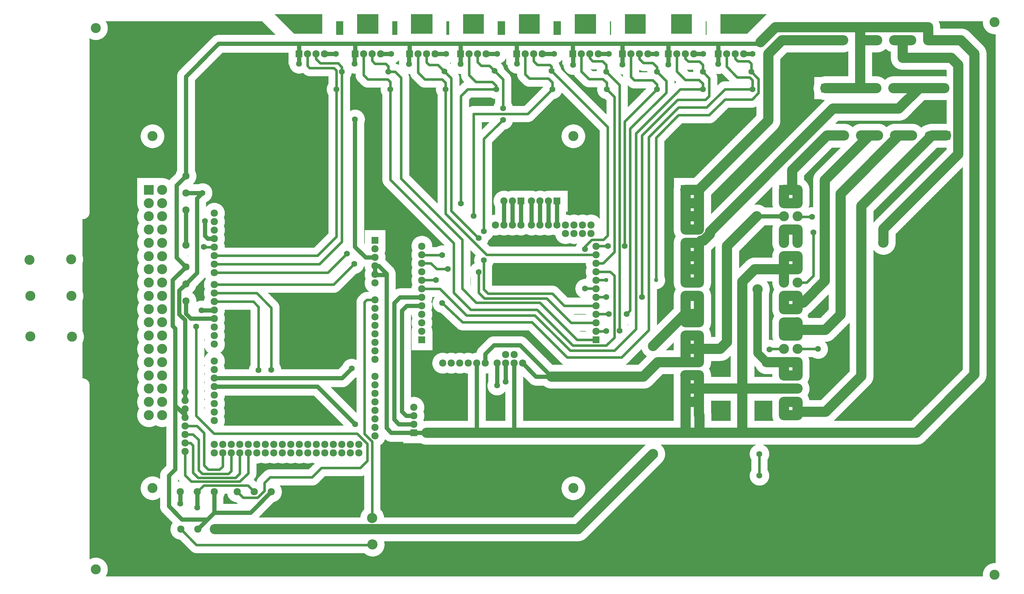
<source format=gbl>
%FSLAX44Y44*%
%MOMM*%
G71*
G01*
G75*
G04 Layer_Physical_Order=2*
G04 Layer_Color=16711680*
%ADD10C,0.1016*%
%ADD11R,1.9050X2.1590*%
%ADD12C,0.7620*%
%ADD13C,1.2700*%
%ADD14C,3.0480*%
%ADD15C,3.0000*%
%ADD16R,3.0000X3.0000*%
%ADD17C,2.1590*%
%ADD18R,2.1590X2.1590*%
%ADD19C,2.5400*%
%ADD20R,2.5400X2.5400*%
%ADD21R,2.1590X2.1590*%
%ADD22C,1.7780*%
%ADD23C,1.2700*%
%ADD24C,3.0480*%
%ADD25C,2.5400*%
D10*
X811798Y422656D02*
X811709Y425179D01*
X811442Y427691D01*
X811000Y430176D01*
X810383Y432625D01*
X809595Y435024D01*
X808641Y437362D01*
X807524Y439626D01*
X806250Y441807D01*
X804826Y443892D01*
X803259Y445872D01*
X801556Y447736D01*
X799726Y449476D01*
X797778Y451082D01*
X795722Y452548D01*
X793567Y453865D01*
X791325Y455027D01*
X789007Y456028D01*
X786624Y456863D01*
X784189Y457529D01*
X781712Y458021D01*
X779207Y458338D01*
X776686Y458477D01*
X774161Y458438D01*
X771645Y458222D01*
X769151Y457829D01*
X766690Y457261D01*
X764276Y456522D01*
X761920Y455614D01*
X759633Y454543D01*
X757428Y453313D01*
X811798Y422656D02*
X811709Y425179D01*
X811442Y427691D01*
X811000Y430176D01*
X810383Y432625D01*
X809595Y435024D01*
X808641Y437362D01*
X807524Y439626D01*
X806250Y441807D01*
X804826Y443892D01*
X803259Y445872D01*
X801556Y447736D01*
X799726Y449476D01*
X797778Y451082D01*
X795722Y452548D01*
X793567Y453865D01*
X791325Y455027D01*
X789007Y456028D01*
X786624Y456863D01*
X784189Y457529D01*
X781712Y458021D01*
X779207Y458338D01*
X776686Y458477D01*
X774161Y458438D01*
X771645Y458222D01*
X769151Y457829D01*
X766690Y457261D01*
X764276Y456522D01*
X761920Y455614D01*
X759633Y454543D01*
X757428Y453313D01*
X805737Y402717D02*
X807126Y404965D01*
X808345Y407310D01*
X809388Y409738D01*
X810249Y412236D01*
X810924Y414791D01*
X811409Y417389D01*
X811701Y420015D01*
X811798Y422656D01*
X805737Y402717D02*
X807126Y404965D01*
X808345Y407310D01*
X809388Y409738D01*
X810249Y412236D01*
X810924Y414791D01*
X811409Y417389D01*
X811701Y420015D01*
X811798Y422656D01*
X1004812Y562287D02*
X1003303Y560186D01*
X1001970Y557970D01*
X1000823Y555652D01*
X999870Y553248D01*
X999115Y550774D01*
X998566Y548247D01*
X998225Y545683D01*
X998094Y543100D01*
X998176Y540515D01*
X998467Y537946D01*
X998969Y535409D01*
X999675Y532921D01*
X1000583Y530499D01*
X1001685Y528159D01*
X1002975Y525918D01*
X1004444Y523789D01*
X1006082Y521788D01*
X1007878Y519927D01*
X1009819Y518219D01*
X1011895Y516675D01*
X1014089Y515306D01*
X1016387Y514121D01*
X1018775Y513128D01*
X1021236Y512333D01*
X1023754Y511742D01*
X1026312Y511359D01*
X1059284Y478386D02*
X1061076Y476763D01*
X1063018Y475322D01*
X1065092Y474079D01*
X1067277Y473046D01*
X1069554Y472231D01*
X1071899Y471643D01*
X1074291Y471289D01*
X1076706Y471170D01*
X1059284Y478386D02*
X1061076Y476763D01*
X1063018Y475322D01*
X1065092Y474079D01*
X1067277Y473046D01*
X1069554Y472231D01*
X1071899Y471643D01*
X1074291Y471289D01*
X1076706Y471170D01*
X966978Y611378D02*
X967109Y608714D01*
X967500Y606076D01*
X968148Y603489D01*
X969047Y600977D01*
X970187Y598566D01*
X971558Y596279D01*
X973147Y594137D01*
X974938Y592160D01*
X966978Y611378D02*
X967109Y608711D01*
X967501Y606070D01*
X968151Y603481D01*
X969051Y600967D01*
X970194Y598554D01*
X971568Y596265D01*
X973159Y594121D01*
X974954Y592145D01*
X966978Y693681D02*
X964923Y695177D01*
X962766Y696524D01*
X960520Y697714D01*
X958195Y698742D01*
X955803Y699602D01*
X953356Y700291D01*
X950867Y700804D01*
X948347Y701140D01*
X945809Y701296D01*
X943268Y701272D01*
X940734Y701067D01*
X938221Y700684D01*
X935741Y700123D01*
X933308Y699388D01*
X930933Y698482D01*
X928628Y697410D01*
X926405Y696177D01*
X924275Y694790D01*
X922248Y693255D01*
X920336Y691580D01*
X918547Y689774D01*
X916890Y687846D01*
X915375Y685805D01*
X914008Y683662D01*
X912797Y681427D01*
X911747Y679112D01*
X910863Y676728D01*
X910152Y674288D01*
X909614Y671803D01*
X909255Y669287D01*
X909075Y666751D01*
Y664209D01*
X909255Y661673D01*
X909614Y659157D01*
X910152Y656672D01*
X910863Y654232D01*
X911747Y651848D01*
X912797Y649533D01*
X914008Y647298D01*
X915375Y645155D01*
X916890Y643114D01*
X918547Y641186D01*
X920336Y639380D01*
X922248Y637705D01*
X924275Y636170D01*
X926405Y634783D01*
X928628Y633550D01*
X930933Y632478D01*
X933308Y631572D01*
X935741Y630837D01*
X938221Y630276D01*
X940734Y629893D01*
X943268Y629688D01*
X945809Y629664D01*
X948347Y629820D01*
X950866Y630156D01*
X953356Y630669D01*
X955803Y631358D01*
X958195Y632218D01*
X960520Y633246D01*
X962766Y634436D01*
X964923Y635783D01*
X966978Y637279D01*
X966978Y693681D02*
X964923Y695177D01*
X962766Y696524D01*
X960520Y697714D01*
X958195Y698742D01*
X955803Y699602D01*
X953356Y700291D01*
X950867Y700804D01*
X948347Y701140D01*
X945809Y701296D01*
X943268Y701272D01*
X940734Y701067D01*
X938221Y700684D01*
X935741Y700123D01*
X933308Y699388D01*
X930933Y698482D01*
X928628Y697410D01*
X926405Y696177D01*
X924275Y694790D01*
X922248Y693255D01*
X920336Y691580D01*
X918547Y689774D01*
X916890Y687846D01*
X915375Y685805D01*
X914008Y683662D01*
X912797Y681427D01*
X911747Y679112D01*
X910863Y676728D01*
X910152Y674288D01*
X909614Y671803D01*
X909255Y669287D01*
X909075Y666751D01*
Y664209D01*
X909255Y661673D01*
X909614Y659157D01*
X910152Y656672D01*
X910863Y654232D01*
X911747Y651848D01*
X912797Y649533D01*
X914008Y647298D01*
X915375Y645155D01*
X916890Y643114D01*
X918547Y641186D01*
X920336Y639380D01*
X922248Y637705D01*
X924275Y636170D01*
X926405Y634783D01*
X928628Y633550D01*
X930933Y632478D01*
X933308Y631572D01*
X935741Y630837D01*
X938221Y630276D01*
X940734Y629893D01*
X943268Y629688D01*
X945809Y629664D01*
X948347Y629820D01*
X950866Y630156D01*
X953356Y630669D01*
X955803Y631358D01*
X958195Y632218D01*
X960520Y633246D01*
X962766Y634436D01*
X964923Y635783D01*
X966978Y637279D01*
X974938Y722036D02*
X973147Y720060D01*
X971558Y717917D01*
X970187Y715630D01*
X969047Y713219D01*
X968148Y710707D01*
X967500Y708120D01*
X967109Y705482D01*
X966978Y702818D01*
X974954Y722051D02*
X973159Y720075D01*
X971568Y717931D01*
X970194Y715642D01*
X969051Y713229D01*
X968151Y710715D01*
X967501Y708126D01*
X967109Y705485D01*
X966978Y702818D01*
X1157224Y638391D02*
X1158564Y640892D01*
X1159674Y643503D01*
X1160545Y646203D01*
X1161171Y648970D01*
X1025607Y686053D02*
X1023459Y685785D01*
X1021334Y685371D01*
Y691337D02*
X1023023Y688891D01*
X1024994Y686666D01*
X1021334Y691337D02*
X1023023Y688891D01*
X1024994Y686666D01*
X1167501Y648970D02*
X1168049Y646490D01*
X1168795Y644063D01*
X1169734Y641703D01*
X1170859Y639426D01*
X1172162Y637247D01*
X1173637Y635179D01*
X1175273Y633236D01*
X1177059Y631431D01*
X1178984Y629775D01*
X1181036Y628278D01*
X1183202Y626952D01*
X1185467Y625803D01*
X1187817Y624840D01*
X1190236Y624068D01*
X1192710Y623493D01*
X1195222Y623119D01*
X1255652Y685562D02*
X1252830Y685997D01*
X1248814Y692762D02*
X1250437Y694554D01*
X1251878Y696496D01*
X1253121Y698570D01*
X1254155Y700755D01*
X1254969Y703032D01*
X1255557Y705377D01*
X1255911Y707769D01*
X1256030Y710184D01*
X1248814Y692762D02*
X1250437Y694554D01*
X1251878Y696496D01*
X1253121Y698570D01*
X1254155Y700755D01*
X1254969Y703032D01*
X1255557Y705377D01*
X1255911Y707769D01*
X1256030Y710184D01*
X1262484Y698650D02*
X1260810Y696796D01*
X1259332Y694783D01*
X1258065Y692630D01*
X1257023Y690359D01*
X1256216Y687996D01*
X1255652Y685562D01*
X1262484Y698650D02*
X1260810Y696796D01*
X1259332Y694783D01*
X1258065Y692630D01*
X1257023Y690359D01*
X1256216Y687996D01*
X1255652Y685562D01*
X1296416Y722376D02*
X1294001Y722257D01*
X1291609Y721903D01*
X1289264Y721315D01*
X1286987Y720500D01*
X1284802Y719467D01*
X1282728Y718224D01*
X1280786Y716783D01*
X1278994Y715160D01*
X1296416Y722376D02*
X1294001Y722257D01*
X1291609Y721903D01*
X1289264Y721315D01*
X1286987Y720500D01*
X1284802Y719467D01*
X1282728Y718224D01*
X1280786Y716783D01*
X1278994Y715160D01*
X1331849Y654558D02*
X1331752Y657032D01*
X1331462Y659491D01*
X1330980Y661920D01*
X1330310Y664303D01*
X1329455Y666627D01*
X1328421Y668877D01*
X1327215Y671039D01*
X1325843Y673100D01*
X1308012Y623909D02*
X1310515Y624656D01*
X1312948Y625607D01*
X1315294Y626756D01*
X1317537Y628094D01*
X1319662Y629613D01*
X1321655Y631302D01*
X1323501Y633150D01*
X1325188Y635144D01*
X1326705Y637271D01*
X1328042Y639515D01*
X1329189Y641862D01*
X1330137Y644296D01*
X1330883Y646799D01*
X1331418Y649356D01*
X1331741Y651948D01*
X1331849Y654558D01*
X1256030Y738944D02*
X1258795Y738998D01*
X1261544Y739294D01*
X1264257Y739829D01*
X1266913Y740599D01*
X1269492Y741597D01*
X1269492Y741597D02*
X1271926Y740648D01*
X1274431Y739902D01*
X1276988Y739366D01*
X1279581Y739043D01*
X1282192Y738935D01*
X1284803Y739043D01*
X1287396Y739366D01*
X1289953Y739902D01*
X1292458Y740648D01*
X1294892Y741597D01*
X1294892Y741597D02*
X1297326Y740648D01*
X1299831Y739902D01*
X1302388Y739366D01*
X1304981Y739043D01*
X1307592Y738935D01*
X1310203Y739043D01*
X1312796Y739366D01*
X1315353Y739902D01*
X1317858Y740648D01*
X1320292Y741597D01*
X1320292Y741597D02*
X1322726Y740648D01*
X1325231Y739902D01*
X1327788Y739366D01*
X1330381Y739043D01*
X1332992Y738935D01*
X1335603Y739043D01*
X1338196Y739366D01*
X1340753Y739902D01*
X1343258Y740648D01*
X1345692Y741597D01*
X1422146Y673100D02*
X1424561Y673219D01*
X1426953Y673573D01*
X1429298Y674161D01*
X1431575Y674976D01*
X1433760Y676009D01*
X1435834Y677252D01*
X1437776Y678693D01*
X1439568Y680316D01*
X1422146Y673100D02*
X1424561Y673219D01*
X1426953Y673573D01*
X1429298Y674161D01*
X1431575Y674976D01*
X1433760Y676009D01*
X1435834Y677252D01*
X1437776Y678693D01*
X1439568Y680316D01*
X1345692Y741597D02*
X1348126Y740648D01*
X1350631Y739902D01*
X1353188Y739366D01*
X1355781Y739043D01*
X1358392Y738935D01*
X1361003Y739043D01*
X1363596Y739366D01*
X1366153Y739902D01*
X1368658Y740648D01*
X1371092Y741597D01*
X1371092Y741597D02*
X1373526Y740648D01*
X1376031Y739902D01*
X1378588Y739366D01*
X1381181Y739043D01*
X1383792Y738935D01*
X1386403Y739043D01*
X1388996Y739366D01*
X1391553Y739902D01*
X1394058Y740648D01*
X1396492Y741597D01*
X1396492Y741597D02*
X1398926Y740648D01*
X1401431Y739902D01*
X1403988Y739366D01*
X1406581Y739043D01*
X1409192Y738935D01*
X1411803Y739043D01*
X1414396Y739366D01*
X1416953Y739902D01*
X1419458Y740648D01*
X1421892Y741597D01*
X1421892Y741597D02*
X1424202Y740691D01*
X1426575Y739968D01*
X1428998Y739434D01*
X757428Y973074D02*
X757274Y975615D01*
X756815Y978119D01*
X756058Y980550D01*
X755013Y982871D01*
X753696Y985050D01*
X752126Y987054D01*
X750326Y988854D01*
X748322Y990424D01*
X746143Y991741D01*
X743822Y992786D01*
X741391Y993543D01*
X738887Y994002D01*
X736346Y994156D01*
X757428Y973074D02*
X757274Y975615D01*
X756815Y978119D01*
X756058Y980550D01*
X755013Y982871D01*
X753696Y985050D01*
X752126Y987054D01*
X750326Y988854D01*
X748322Y990424D01*
X746143Y991741D01*
X743822Y992786D01*
X741391Y993543D01*
X738887Y994002D01*
X736346Y994156D01*
X954446Y853762D02*
X956601Y852420D01*
X958846Y851234D01*
X961170Y850211D01*
X963560Y849354D01*
X966004Y848669D01*
X968492Y848158D01*
X971009Y847825D01*
X973543Y847671D01*
X976081Y847697D01*
X978612Y847903D01*
X981122Y848288D01*
X983598Y848849D01*
X986028Y849584D01*
X1161415Y867078D02*
X1161307Y869689D01*
X1160984Y872282D01*
X1160448Y874839D01*
X1159702Y877344D01*
X1158753Y879778D01*
X1158200Y853186D02*
X1159171Y855377D01*
X1159972Y857636D01*
X1160601Y859948D01*
X1161052Y862302D01*
X1161324Y864683D01*
X1161415Y867078D01*
X1158753Y879778D02*
X1159702Y882212D01*
X1160448Y884717D01*
X1160984Y887274D01*
X1161307Y889867D01*
X1161415Y892478D01*
X904586Y903288D02*
X903266Y901136D01*
X902101Y898897D01*
X901096Y896581D01*
X900257Y894200D01*
X899587Y891766D01*
X899091Y889291D01*
X898770Y886787D01*
X898626Y884266D01*
X898661Y881742D01*
X898872Y879226D01*
X899261Y876732D01*
X899824Y874271D01*
X900559Y871856D01*
X901462Y869499D01*
X902529Y867211D01*
X903755Y865004D01*
X905132Y862888D01*
X906656Y860875D01*
X908317Y858974D01*
X910108Y857195D01*
X912020Y855547D01*
X914043Y854037D01*
X916168Y852673D01*
X918383Y851463D01*
X920678Y850411D01*
X923042Y849524D01*
X925462Y848805D01*
X927926Y848258D01*
X930423Y847887D01*
X932940Y847692D01*
X935465Y847674D01*
X937984Y847835D01*
X940486Y848173D01*
X942958Y848686D01*
X945387Y849371D01*
X947762Y850227D01*
X950072Y851247D01*
X952303Y852427D01*
X954446Y853762D01*
X1100831Y905178D02*
X1100074Y903288D01*
X904586Y942888D02*
X903294Y940786D01*
X902150Y938600D01*
X901159Y936340D01*
X900326Y934017D01*
X899654Y931643D01*
X899148Y929228D01*
X898809Y926784D01*
X898639Y924322D01*
Y921854D01*
X898809Y919392D01*
X899148Y916948D01*
X899654Y914533D01*
X900326Y912159D01*
X901159Y909836D01*
X902150Y907576D01*
X903294Y905390D01*
X904586Y903288D01*
X1100074Y907068D02*
X1100831Y905178D01*
Y930578D02*
X1100074Y928688D01*
X1161415Y892478D02*
X1161307Y895089D01*
X1160984Y897682D01*
X1160448Y900239D01*
X1159702Y902744D01*
X1158753Y905178D01*
X1161415Y917878D02*
X1161307Y920489D01*
X1160984Y923082D01*
X1160448Y925639D01*
X1159702Y928144D01*
X1158753Y930578D01*
Y905178D02*
X1159702Y907612D01*
X1160448Y910117D01*
X1160984Y912674D01*
X1161307Y915267D01*
X1161415Y917878D01*
X1100074Y932468D02*
X1100831Y930578D01*
X1158753D02*
X1159770Y933210D01*
X1160548Y935922D01*
X1161081Y938693D01*
X1161365Y941500D01*
X1100831Y955978D02*
X1100074Y954088D01*
X904586Y982488D02*
X903294Y980386D01*
X902150Y978200D01*
X901159Y975940D01*
X900326Y973617D01*
X899654Y971243D01*
X899148Y968828D01*
X898809Y966384D01*
X898639Y963922D01*
Y961454D01*
X898809Y958992D01*
X899148Y956548D01*
X899654Y954133D01*
X900326Y951759D01*
X901159Y949436D01*
X902150Y947176D01*
X903294Y944990D01*
X904586Y942888D01*
X1100074Y957868D02*
X1100831Y955978D01*
X904586Y1022088D02*
X903294Y1019986D01*
X902150Y1017800D01*
X901159Y1015540D01*
X900326Y1013217D01*
X899654Y1010843D01*
X899148Y1008428D01*
X898809Y1005984D01*
X898639Y1003522D01*
Y1001054D01*
X898809Y998593D01*
X899148Y996148D01*
X899654Y993733D01*
X900326Y991359D01*
X901159Y989036D01*
X902150Y986776D01*
X903294Y984590D01*
X904586Y982488D01*
X1100831Y981378D02*
X1100074Y979488D01*
Y983268D02*
X1100831Y981378D01*
X736346Y1101253D02*
X737412Y1103476D01*
X738324Y1105767D01*
X739075Y1108115D01*
X739663Y1110509D01*
X740085Y1112938D01*
X740339Y1115390D01*
X740424Y1117854D01*
X736346Y1101253D02*
X737412Y1103476D01*
X738324Y1105767D01*
X739075Y1108115D01*
X739663Y1110509D01*
X740085Y1112938D01*
X740339Y1115390D01*
X740424Y1117854D01*
X740339Y1120318D01*
X740085Y1122770D01*
X739663Y1125199D01*
X739075Y1127593D01*
X738324Y1129941D01*
X737412Y1132232D01*
X736346Y1134455D01*
X740424Y1117854D02*
X740339Y1120318D01*
X740085Y1122770D01*
X739663Y1125199D01*
X739075Y1127593D01*
X738324Y1129941D01*
X737412Y1132232D01*
X736346Y1134455D01*
X1100831Y1006778D02*
X1100074Y1004888D01*
Y1008668D02*
X1100831Y1006778D01*
X904586Y1061688D02*
X903294Y1059586D01*
X902150Y1057400D01*
X901159Y1055140D01*
X900326Y1052817D01*
X899654Y1050443D01*
X899148Y1048028D01*
X898809Y1045583D01*
X898639Y1043122D01*
Y1040654D01*
X898809Y1038193D01*
X899148Y1035748D01*
X899654Y1033333D01*
X900326Y1030959D01*
X901159Y1028636D01*
X902150Y1026376D01*
X903294Y1024190D01*
X904586Y1022088D01*
X1100074Y1034068D02*
X1100831Y1032178D01*
X1100074Y1030288D01*
X1110954Y1070278D02*
X1108904Y1068621D01*
X1106999Y1066798D01*
X1105252Y1064823D01*
X1103676Y1062709D01*
X1102281Y1060472D01*
X1101078Y1058126D01*
X1100074Y1055688D01*
X1161365Y1021256D02*
X1161081Y1024063D01*
X1160548Y1026834D01*
X1159770Y1029546D01*
X1158753Y1032178D01*
X1161415Y1044878D02*
X1161320Y1047333D01*
X1161034Y1049774D01*
X1160559Y1052185D01*
X1159899Y1054552D01*
X1159057Y1056860D01*
X1158038Y1059096D01*
X1156849Y1061246D01*
X1155497Y1063298D01*
X1153989Y1065238D01*
X1152335Y1067055D01*
X1150545Y1068739D01*
X1148630Y1070278D01*
X1158753Y1032178D02*
X1159702Y1034612D01*
X1160448Y1037117D01*
X1160984Y1039674D01*
X1161307Y1042267D01*
X1161415Y1044878D01*
X904586Y1101288D02*
X903294Y1099186D01*
X902150Y1097000D01*
X901159Y1094740D01*
X900326Y1092417D01*
X899654Y1090043D01*
X899148Y1087628D01*
X898809Y1085183D01*
X898639Y1082722D01*
Y1080254D01*
X898809Y1077793D01*
X899148Y1075348D01*
X899654Y1072933D01*
X900326Y1070559D01*
X901159Y1068236D01*
X902150Y1065976D01*
X903294Y1063790D01*
X904586Y1061688D01*
X1100074Y1084868D02*
X1101078Y1082430D01*
X1102281Y1080084D01*
X1103676Y1077847D01*
X1105252Y1075733D01*
X1106999Y1073758D01*
X1108904Y1071936D01*
X1110954Y1070278D01*
X904586Y1140888D02*
X903294Y1138786D01*
X902150Y1136600D01*
X901159Y1134340D01*
X900326Y1132017D01*
X899654Y1129643D01*
X899148Y1127228D01*
X898809Y1124783D01*
X898639Y1122322D01*
Y1119854D01*
X898809Y1117393D01*
X899148Y1114948D01*
X899654Y1112533D01*
X900326Y1110159D01*
X901159Y1107836D01*
X902150Y1105576D01*
X903294Y1103390D01*
X904586Y1101288D01*
X1100831Y1108378D02*
X1100074Y1106488D01*
X1148630Y1070278D02*
X1150545Y1071817D01*
X1152335Y1073501D01*
X1153989Y1075318D01*
X1155497Y1077258D01*
X1156849Y1079309D01*
X1158038Y1081460D01*
X1159057Y1083696D01*
X1159899Y1086004D01*
X1160559Y1088371D01*
X1161034Y1090782D01*
X1161320Y1093223D01*
X1161415Y1095678D01*
X1100074Y1110268D02*
X1100831Y1108378D01*
X904586Y1180488D02*
X903294Y1178386D01*
X902150Y1176200D01*
X901159Y1173940D01*
X900326Y1171617D01*
X899654Y1169243D01*
X899148Y1166828D01*
X898809Y1164383D01*
X898639Y1161922D01*
Y1159454D01*
X898809Y1156992D01*
X899148Y1154548D01*
X899654Y1152133D01*
X900326Y1149759D01*
X901159Y1147436D01*
X902150Y1145176D01*
X903294Y1142990D01*
X904586Y1140888D01*
Y1220088D02*
X903294Y1217986D01*
X902150Y1215800D01*
X901159Y1213540D01*
X900326Y1211217D01*
X899654Y1208843D01*
X899148Y1206428D01*
X898809Y1203984D01*
X898639Y1201522D01*
Y1199054D01*
X898809Y1196592D01*
X899148Y1194148D01*
X899654Y1191733D01*
X900326Y1189359D01*
X901159Y1187036D01*
X902150Y1184776D01*
X903294Y1182590D01*
X904586Y1180488D01*
X1161415Y1095678D02*
X1161307Y1098289D01*
X1160984Y1100882D01*
X1160448Y1103439D01*
X1159702Y1105944D01*
X1158753Y1108378D01*
X1161415Y1121078D02*
X1161307Y1123689D01*
X1160984Y1126282D01*
X1160448Y1128839D01*
X1159702Y1131344D01*
X1158753Y1133778D01*
Y1108378D02*
X1159702Y1110812D01*
X1160448Y1113317D01*
X1160984Y1115874D01*
X1161307Y1118467D01*
X1161415Y1121078D01*
X1158753Y1133778D02*
X1159702Y1136212D01*
X1160448Y1138717D01*
X1160984Y1141274D01*
X1161307Y1143867D01*
X1161415Y1146478D01*
X1158753Y1159178D02*
X1159702Y1161612D01*
X1160448Y1164117D01*
X1160984Y1166674D01*
X1161307Y1169267D01*
X1161415Y1171878D01*
Y1146478D02*
X1161307Y1149089D01*
X1160984Y1151682D01*
X1160448Y1154239D01*
X1159702Y1156744D01*
X1158753Y1159178D01*
Y1184578D02*
X1159702Y1187012D01*
X1160448Y1189517D01*
X1160984Y1192074D01*
X1161307Y1194667D01*
X1161415Y1197278D01*
Y1171878D02*
X1161307Y1174489D01*
X1160984Y1177082D01*
X1160448Y1179639D01*
X1159702Y1182144D01*
X1158753Y1184578D01*
X1237488Y1034395D02*
X1236248Y1032390D01*
X1235172Y1030293D01*
X1234265Y1028117D01*
X1233533Y1025876D01*
X1232981Y1023584D01*
X1232612Y1021256D01*
X1329862Y1021256D02*
X1329560Y1023808D01*
X1329039Y1026325D01*
X1328303Y1028787D01*
X1327357Y1031176D01*
X1326207Y1033474D01*
X1324864Y1035665D01*
X1161415Y1197278D02*
X1161406Y1198040D01*
X1324864Y1204468D02*
X1324745Y1206883D01*
X1324391Y1209275D01*
X1323803Y1211620D01*
X1322988Y1213897D01*
X1321955Y1216082D01*
X1320712Y1218156D01*
X1319271Y1220098D01*
X1317648Y1221890D01*
X1324864Y1204468D02*
X1324745Y1206883D01*
X1324391Y1209275D01*
X1323803Y1211620D01*
X1322988Y1213897D01*
X1321955Y1216082D01*
X1320712Y1218156D01*
X1319271Y1220098D01*
X1317648Y1221890D01*
X1576578Y602159D02*
X1574712Y600281D01*
X1572989Y598271D01*
X1571418Y596140D01*
X1570008Y593900D01*
X1568765Y591562D01*
X1567698Y589139D01*
X1566811Y586644D01*
X1566110Y584091D01*
X1565597Y581494D01*
X1565277Y578866D01*
X1638554Y497078D02*
X1638471Y499519D01*
X1638224Y501949D01*
X1637812Y504356D01*
X1637239Y506730D01*
X1577393Y471170D02*
X1579292Y469457D01*
X1581307Y467883D01*
X1583429Y466456D01*
X1585646Y465182D01*
X1587949Y464069D01*
X1590324Y463122D01*
X1592761Y462346D01*
X1595246Y461744D01*
X1597768Y461320D01*
X1600314Y461076D01*
X1602870Y461012D01*
X1605424Y461130D01*
X1607964Y461428D01*
X1610477Y461906D01*
X1612949Y462561D01*
X1615368Y463389D01*
X1617723Y464386D01*
X1620001Y465548D01*
X1622191Y466869D01*
X1624282Y468341D01*
X1626263Y469957D01*
X1628125Y471710D01*
X1629858Y473591D01*
X1631454Y475589D01*
X1632903Y477696D01*
X1634200Y479900D01*
X1635338Y482190D01*
X1636310Y484555D01*
X1637113Y486983D01*
X1637741Y489462D01*
X1638192Y491979D01*
X1638463Y494522D01*
X1638554Y497078D01*
X1637155Y578866D02*
X1636835Y581494D01*
X1636322Y584091D01*
X1635621Y586644D01*
X1634734Y589139D01*
X1633667Y591562D01*
X1632424Y593900D01*
X1631014Y596140D01*
X1629443Y598271D01*
X1627720Y600281D01*
X1625854Y602159D01*
X1565656Y701040D02*
X1568479Y701202D01*
X1571264Y701687D01*
X1573976Y702487D01*
X1576578Y703593D01*
X1565656Y701040D02*
X1568479Y701202D01*
X1571264Y701687D01*
X1573976Y702487D01*
X1576578Y703593D01*
X1625854Y794082D02*
X1627966Y795437D01*
X1629964Y796955D01*
X1631835Y798626D01*
X1633568Y800440D01*
X1635152Y802386D01*
X1636576Y804452D01*
X1637832Y806623D01*
X1638912Y808888D01*
X1639810Y811231D01*
X1639810D02*
X1641754Y809578D01*
X1643845Y808114D01*
X1646064Y806853D01*
X1648392Y805806D01*
X1650807Y804982D01*
X1653290Y804388D01*
X1655817Y804030D01*
X1658366Y803910D01*
X1639810Y811231D02*
X1641754Y809578D01*
X1643845Y808114D01*
X1646064Y806853D01*
X1648392Y805806D01*
X1650807Y804982D01*
X1653290Y804388D01*
X1655817Y804030D01*
X1658366Y803910D01*
X1755754Y866253D02*
X1754637Y869188D01*
X1755586Y871622D01*
X1756332Y874127D01*
X1756868Y876684D01*
X1757191Y879277D01*
X1757299Y881888D01*
Y881888D02*
X1757191Y884499D01*
X1756868Y887092D01*
X1756332Y889649D01*
X1755586Y892154D01*
X1754637Y894588D01*
X1746430Y799465D02*
X1748739Y798304D01*
X1751125Y797311D01*
X1753577Y796492D01*
X1756080Y795851D01*
X1758624Y795390D01*
X1761193Y795113D01*
X1763776Y795020D01*
Y867156D02*
X1761082Y867055D01*
X1758403Y866753D01*
X1755754Y866253D01*
X1511476Y966900D02*
X1514140Y967031D01*
X1516778Y967422D01*
X1519365Y968070D01*
X1521877Y968969D01*
X1524288Y970109D01*
X1526575Y971480D01*
X1528717Y973069D01*
X1530694Y974860D01*
X1511476Y966900D02*
X1514143Y967031D01*
X1516784Y967423D01*
X1519373Y968073D01*
X1521887Y968973D01*
X1524300Y970116D01*
X1526589Y971490D01*
X1528733Y973082D01*
X1530710Y974876D01*
X1553718Y1049352D02*
X1551459Y1050384D01*
X1549121Y1051223D01*
X1546722Y1051864D01*
X1544277Y1052303D01*
X1541804Y1052536D01*
X1539321Y1052561D01*
X1536844Y1052380D01*
X1534391Y1051991D01*
X1531978Y1051400D01*
X1529624Y1050609D01*
X1527344Y1049624D01*
X1525154Y1048453D01*
X1523070Y1047102D01*
X1521105Y1045583D01*
X1519275Y1043904D01*
X1517590Y1042079D01*
X1516065Y1040119D01*
X1514708Y1038039D01*
X1513530Y1035852D01*
X1512538Y1033575D01*
X1550973Y995140D02*
X1553718Y996364D01*
X1757299Y907288D02*
X1757198Y909814D01*
X1756895Y912324D01*
X1756393Y914801D01*
X1755695Y917231D01*
X1754805Y919597D01*
X1753729Y921884D01*
X1752473Y924078D01*
X1751047Y926165D01*
X1749458Y928131D01*
X1747717Y929964D01*
X1745836Y931652D01*
X1743825Y933184D01*
X1741699Y934551D01*
X1739470Y935744D01*
X1737153Y936755D01*
X1734763Y937577D01*
X1732314Y938206D01*
X1729823Y938638D01*
X1727306Y938869D01*
X1724778Y938898D01*
X1722256Y938726D01*
X1719756Y938352D01*
X1717294Y937780D01*
X1754637Y894588D02*
X1755586Y897022D01*
X1756332Y899527D01*
X1756868Y902084D01*
X1757191Y904677D01*
X1757299Y907288D01*
X1824658Y1068047D02*
X1822274Y1068979D01*
X1819822Y1069716D01*
X1817318Y1070251D01*
X1814780Y1070583D01*
X1812222Y1070708D01*
X1809663Y1070626D01*
X1807120Y1070337D01*
X1804608Y1069843D01*
X1802144Y1069147D01*
X1799744Y1068255D01*
X1797424Y1067171D01*
X1795200Y1065904D01*
X1793086Y1064460D01*
X1791095Y1062850D01*
X1789241Y1061085D01*
X1787536Y1059175D01*
X1785991Y1057133D01*
X1784616Y1054974D01*
X1783420Y1052710D01*
X1782412Y1050357D01*
X1781597Y1047930D01*
X1780981Y1045445D01*
X1780568Y1042918D01*
X1780361Y1040366D01*
X1780361Y1037806D01*
X1780568Y1035254D01*
X1780981Y1032727D01*
X1781597Y1030242D01*
X1782412Y1027815D01*
X1783420Y1025462D01*
X1784616Y1023198D01*
X1785991Y1021039D01*
X1787536Y1018997D01*
X1789241Y1017087D01*
X1791095Y1015322D01*
X1793085Y1013712D01*
X1795200Y1012268D01*
X1797424Y1011001D01*
X1799744Y1009917D01*
X1802143Y1009025D01*
X1804607Y1008329D01*
X1807119Y1007835D01*
X1809663Y1007546D01*
X1812222Y1007464D01*
X1814779Y1007589D01*
X1817318Y1007921D01*
X1819822Y1008456D01*
X1822274Y1009193D01*
X1824658Y1010125D01*
X1718723Y1140559D02*
X1718260Y1137463D01*
X1718105Y1134336D01*
X1781351D02*
X1781196Y1137463D01*
X1780733Y1140559D01*
X1720767Y1147036D02*
X1719931Y1144928D01*
X1719249Y1142765D01*
X1718723Y1140559D01*
X1780733D02*
X1780207Y1142765D01*
X1779525Y1144928D01*
X1778689Y1147036D01*
X1779638Y1149470D01*
X1780384Y1151975D01*
X1780920Y1154532D01*
X1781243Y1157125D01*
X1781351Y1159736D01*
X1720767Y1172436D02*
X1719818Y1170002D01*
X1719072Y1167497D01*
X1718536Y1164940D01*
X1718213Y1162347D01*
X1718105Y1159736D01*
X1718213Y1157125D01*
X1718536Y1154532D01*
X1719072Y1151975D01*
X1719818Y1149470D01*
X1720767Y1147036D01*
X1781351Y1159736D02*
X1781243Y1162347D01*
X1780920Y1164940D01*
X1780384Y1167497D01*
X1779638Y1170002D01*
X1778689Y1172436D01*
X1718155Y1183358D02*
X1718439Y1180551D01*
X1718972Y1177780D01*
X1719751Y1175068D01*
X1720767Y1172436D01*
X1778689D02*
X1779638Y1174870D01*
X1780384Y1177375D01*
X1780920Y1179932D01*
X1781243Y1182525D01*
X1781351Y1185136D01*
X1778689Y1197836D02*
X1779638Y1200270D01*
X1780384Y1202775D01*
X1780920Y1205332D01*
X1781243Y1207925D01*
X1781351Y1210536D01*
Y1185136D02*
X1781243Y1187747D01*
X1780920Y1190340D01*
X1780384Y1192897D01*
X1779638Y1195402D01*
X1778689Y1197836D01*
X1781351Y1210536D02*
X1781243Y1213147D01*
X1780920Y1215740D01*
X1780384Y1218297D01*
X1779638Y1220802D01*
X1778689Y1223236D01*
X1787320Y1236698D02*
X1785832Y1234608D01*
X1784530Y1232397D01*
X1783424Y1230082D01*
X1782522Y1227680D01*
X1781830Y1225209D01*
X1781353Y1222688D01*
X1781096Y1220135D01*
X1781061Y1217570D01*
X1781246Y1215011D01*
X1781652Y1212477D01*
X1782275Y1209988D01*
X1783110Y1207562D01*
X1784151Y1205217D01*
X1785390Y1202971D01*
X1786819Y1200840D01*
X1788426Y1198840D01*
X1790200Y1196986D01*
X1792127Y1195292D01*
X1794193Y1193771D01*
X1796382Y1192433D01*
X1798679Y1191289D01*
X1801066Y1190348D01*
X1803525Y1189616D01*
X1806038Y1189099D01*
X1947418Y984080D02*
X1946493Y981722D01*
X1945773Y979295D01*
X1945261Y976815D01*
X1944963Y974301D01*
X1944879Y971770D01*
X1945012Y969241D01*
X1945359Y966733D01*
X1945918Y964263D01*
X1946686Y961850D01*
X1947656Y959511D01*
X1948822Y957264D01*
X1950175Y955123D01*
X1951705Y953106D01*
X1953402Y951226D01*
X1955252Y949498D01*
X1957243Y947933D01*
X1959359Y946543D01*
X1961587Y945339D01*
X1963909Y944328D01*
X1966308Y943519D01*
X1968767Y942917D01*
X1971269Y942527D01*
X1973795Y942351D01*
X1976327Y942391D01*
X1978846Y942645D01*
X1981335Y943114D01*
X1983774Y943793D01*
X1986147Y944677D01*
X1988436Y945759D01*
X1990625Y947033D01*
X1992697Y948488D01*
X1994637Y950115D01*
X1996433Y951900D01*
X1998069Y953832D01*
X2071858Y979510D02*
X2073835Y977719D01*
X2075977Y976130D01*
X2078264Y974759D01*
X2080675Y973619D01*
X2083187Y972720D01*
X2085774Y972072D01*
X2088412Y971681D01*
X2091076Y971550D01*
X2071842Y979526D02*
X2073819Y977731D01*
X2075963Y976140D01*
X2078252Y974766D01*
X2080665Y973623D01*
X2083179Y972723D01*
X2085768Y972073D01*
X2088409Y971681D01*
X2091076Y971550D01*
X1850058Y1068047D02*
X1847624Y1068996D01*
X1845119Y1069742D01*
X1842562Y1070278D01*
X1839969Y1070601D01*
X1837358Y1070709D01*
X1834747Y1070601D01*
X1832154Y1070278D01*
X1829597Y1069742D01*
X1827092Y1068996D01*
X1824658Y1068047D01*
X1824658Y1010125D02*
X1827092Y1009176D01*
X1829597Y1008430D01*
X1832154Y1007894D01*
X1834747Y1007571D01*
X1837358Y1007463D01*
X1839969Y1007571D01*
X1842562Y1007894D01*
X1845119Y1008430D01*
X1847624Y1009176D01*
X1850058Y1010125D01*
X1850058Y1010125D02*
X1852492Y1009176D01*
X1854997Y1008430D01*
X1857554Y1007894D01*
X1860147Y1007571D01*
X1862758Y1007463D01*
X1865369Y1007571D01*
X1867962Y1007894D01*
X1870519Y1008430D01*
X1873024Y1009176D01*
X1875458Y1010125D01*
X1875458Y1010125D02*
X1878090Y1009109D01*
X1880802Y1008330D01*
X1883573Y1007797D01*
X1886380Y1007513D01*
X1875458Y1068047D02*
X1873024Y1068996D01*
X1870519Y1069742D01*
X1867962Y1070278D01*
X1865369Y1070601D01*
X1862758Y1070709D01*
X1860147Y1070601D01*
X1857554Y1070278D01*
X1854997Y1069742D01*
X1852492Y1068996D01*
X1850058Y1068047D01*
X1900858Y1068047D02*
X1898424Y1068996D01*
X1895919Y1069742D01*
X1893362Y1070278D01*
X1890769Y1070601D01*
X1888158Y1070709D01*
X1885547Y1070601D01*
X1882954Y1070278D01*
X1880397Y1069742D01*
X1877892Y1068996D01*
X1875458Y1068047D01*
X1912193Y1070679D02*
X1909860Y1070492D01*
X1907548Y1070133D01*
X1905269Y1069603D01*
X1903034Y1068907D01*
X1900858Y1068047D01*
X1919740Y1085178D02*
X1918138Y1083430D01*
X1916695Y1081549D01*
X1915421Y1079549D01*
X1914326Y1077446D01*
X1913419Y1075256D01*
X1912706Y1072994D01*
X1912193Y1070679D01*
X1919756Y1085193D02*
X1918151Y1083444D01*
X1916704Y1081562D01*
X1915428Y1079560D01*
X1914330Y1077455D01*
X1913421Y1075262D01*
X1912707Y1072997D01*
X1912193Y1070679D01*
X1854875Y1143314D02*
X1856903Y1141608D01*
X1859102Y1140130D01*
X1861447Y1138897D01*
X1863911Y1137922D01*
X1866465Y1137218D01*
X1869080Y1136793D01*
X1871726Y1136650D01*
X1854875Y1143314D02*
X1856903Y1141608D01*
X1859102Y1140130D01*
X1861447Y1138897D01*
X1863911Y1137922D01*
X1866465Y1137218D01*
X1869080Y1136793D01*
X1871726Y1136650D01*
X1940736Y1007513D02*
X1942988Y1007721D01*
X1945219Y1008089D01*
X1947418Y1008616D01*
X1965706Y1119886D02*
X1963042Y1119755D01*
X1960404Y1119364D01*
X1957817Y1118716D01*
X1955305Y1117817D01*
X1952894Y1116677D01*
X1950607Y1115306D01*
X1948465Y1113717D01*
X1946488Y1111926D01*
X1965706Y1119886D02*
X1963039Y1119755D01*
X1960398Y1119363D01*
X1957809Y1118713D01*
X1955295Y1117813D01*
X1952882Y1116670D01*
X1950593Y1115296D01*
X1948449Y1113705D01*
X1946472Y1111910D01*
X2062394Y1111926D02*
X2060417Y1113717D01*
X2058275Y1115306D01*
X2055988Y1116677D01*
X2053577Y1117817D01*
X2051065Y1118716D01*
X2048478Y1119364D01*
X2045840Y1119755D01*
X2043176Y1119886D01*
X2062410Y1111910D02*
X2060433Y1113705D01*
X2058289Y1115296D01*
X2056000Y1116670D01*
X2053587Y1117813D01*
X2051073Y1118713D01*
X2048484Y1119363D01*
X2045843Y1119755D01*
X2043176Y1119886D01*
X736346Y1226489D02*
X737258Y1229053D01*
X737973Y1231679D01*
X738487Y1234351D01*
X738797Y1237055D01*
X738900Y1239774D01*
X736346Y1226489D02*
X737258Y1229053D01*
X737973Y1231679D01*
X738487Y1234351D01*
X738797Y1237055D01*
X738900Y1239774D01*
Y1239774D02*
X738797Y1242493D01*
X738487Y1245197D01*
X737973Y1247869D01*
X737258Y1250495D01*
X736346Y1253059D01*
X738900Y1239774D02*
X738797Y1242493D01*
X738487Y1245197D01*
X737973Y1247869D01*
X737258Y1250495D01*
X736346Y1253059D01*
X738138Y1349248D02*
X738025Y1352090D01*
X737687Y1354914D01*
X737126Y1357702D01*
X736346Y1360437D01*
X738138Y1349248D02*
X738025Y1352090D01*
X737687Y1354914D01*
X737126Y1357702D01*
X736346Y1360437D01*
Y1338059D02*
X737126Y1340794D01*
X737687Y1343582D01*
X738025Y1346406D01*
X738138Y1349248D01*
X736346Y1338059D02*
X737126Y1340794D01*
X737687Y1343582D01*
X738025Y1346406D01*
X738138Y1349248D01*
X736346Y1468882D02*
X738887Y1469036D01*
X741391Y1469495D01*
X743822Y1470252D01*
X746143Y1471297D01*
X748322Y1472614D01*
X750326Y1474184D01*
X752126Y1475984D01*
X753696Y1477988D01*
X755013Y1480167D01*
X756058Y1482488D01*
X756815Y1484919D01*
X757274Y1487423D01*
X757428Y1489964D01*
X736346Y1468882D02*
X738887Y1469036D01*
X741391Y1469495D01*
X743822Y1470252D01*
X746143Y1471297D01*
X748322Y1472614D01*
X750326Y1474184D01*
X752126Y1475984D01*
X753696Y1477988D01*
X755013Y1480167D01*
X756058Y1482488D01*
X756815Y1484919D01*
X757274Y1487423D01*
X757428Y1489964D01*
X904586Y1259688D02*
X903294Y1257586D01*
X902150Y1255400D01*
X901159Y1253140D01*
X900326Y1250817D01*
X899654Y1248443D01*
X899148Y1246028D01*
X898809Y1243584D01*
X898639Y1241122D01*
Y1238654D01*
X898809Y1236192D01*
X899148Y1233748D01*
X899654Y1231333D01*
X900326Y1228959D01*
X901159Y1226636D01*
X902150Y1224376D01*
X903294Y1222190D01*
X904586Y1220088D01*
X1076579Y1224788D02*
X1076484Y1227243D01*
X1076198Y1229684D01*
X1075723Y1232095D01*
X1075063Y1234462D01*
X1074221Y1236770D01*
X1073202Y1239006D01*
X1072013Y1241156D01*
X1070660Y1243208D01*
X1069153Y1245148D01*
X1067499Y1246965D01*
X1065709Y1248649D01*
X1063794Y1250188D01*
X1065667Y1251691D01*
X1067422Y1253333D01*
X1069047Y1255102D01*
X1070532Y1256990D01*
X1071870Y1258986D01*
X1073053Y1261077D01*
X1074073Y1263252D01*
X1074926Y1265498D01*
X1075605Y1267802D01*
X904586Y1299288D02*
X903294Y1297186D01*
X902150Y1295000D01*
X901159Y1292740D01*
X900326Y1290417D01*
X899654Y1288043D01*
X899148Y1285628D01*
X898809Y1283183D01*
X898639Y1280722D01*
Y1278254D01*
X898809Y1275792D01*
X899148Y1273348D01*
X899654Y1270933D01*
X900326Y1268559D01*
X901159Y1266236D01*
X902150Y1263976D01*
X903294Y1261790D01*
X904586Y1259688D01*
Y1338888D02*
X903294Y1336786D01*
X902150Y1334600D01*
X901159Y1332340D01*
X900326Y1330017D01*
X899654Y1327643D01*
X899148Y1325228D01*
X898809Y1322784D01*
X898639Y1320322D01*
Y1317854D01*
X898809Y1315392D01*
X899148Y1312948D01*
X899654Y1310533D01*
X900326Y1308159D01*
X901159Y1305836D01*
X902150Y1303576D01*
X903294Y1301390D01*
X904586Y1299288D01*
Y1378488D02*
X903294Y1376386D01*
X902150Y1374200D01*
X901159Y1371940D01*
X900326Y1369617D01*
X899654Y1367243D01*
X899148Y1364828D01*
X898809Y1362384D01*
X898639Y1359922D01*
Y1357454D01*
X898809Y1354993D01*
X899148Y1352548D01*
X899654Y1350133D01*
X900326Y1347759D01*
X901159Y1345436D01*
X902150Y1343176D01*
X903294Y1340990D01*
X904586Y1338888D01*
Y1418088D02*
X903294Y1415986D01*
X902150Y1413800D01*
X901159Y1411540D01*
X900326Y1409217D01*
X899654Y1406843D01*
X899148Y1404428D01*
X898809Y1401983D01*
X898639Y1399522D01*
Y1397054D01*
X898809Y1394592D01*
X899148Y1392148D01*
X899654Y1389733D01*
X900326Y1387359D01*
X901159Y1385036D01*
X902150Y1382776D01*
X903294Y1380590D01*
X904586Y1378488D01*
X1049862Y1359918D02*
X1050798Y1360079D01*
X904586Y1457688D02*
X903294Y1455586D01*
X902150Y1453400D01*
X901159Y1451140D01*
X900326Y1448817D01*
X899654Y1446443D01*
X899148Y1444028D01*
X898809Y1441584D01*
X898639Y1439122D01*
Y1436654D01*
X898809Y1434193D01*
X899148Y1431748D01*
X899654Y1429333D01*
X900326Y1426959D01*
X901159Y1424636D01*
X902150Y1422376D01*
X903294Y1420190D01*
X904586Y1418088D01*
Y1497288D02*
X903294Y1495186D01*
X902150Y1493000D01*
X901159Y1490740D01*
X900326Y1488417D01*
X899654Y1486043D01*
X899148Y1483628D01*
X898809Y1481183D01*
X898639Y1478722D01*
Y1476254D01*
X898809Y1473793D01*
X899148Y1471348D01*
X899654Y1468933D01*
X900326Y1466559D01*
X901159Y1464236D01*
X902150Y1461976D01*
X903294Y1459790D01*
X904586Y1457688D01*
X898817Y1520860D02*
X898642Y1518391D01*
X898637Y1515916D01*
X898804Y1513446D01*
X899140Y1510994D01*
X899645Y1508571D01*
X900316Y1506188D01*
X901150Y1503858D01*
X902143Y1501590D01*
X903290Y1499397D01*
X904586Y1497288D01*
X997798Y1589446D02*
X996300Y1587820D01*
X994938Y1586077D01*
X997814Y1589462D02*
X996307Y1587828D01*
X994938Y1586077D01*
X992753Y1587486D01*
X990472Y1588732D01*
X988107Y1589809D01*
X985670Y1590712D01*
X983174Y1591437D01*
X980632Y1591978D01*
X978057Y1592334D01*
X975464Y1592502D01*
X972865Y1592481D01*
X970274Y1592272D01*
X980708Y1717040D02*
X980619Y1719567D01*
X980351Y1722082D01*
X979907Y1724572D01*
X979289Y1727023D01*
X978499Y1729426D01*
X977542Y1731766D01*
X976421Y1734034D01*
X975144Y1736216D01*
X973716Y1738303D01*
X972144Y1740284D01*
X970437Y1742150D01*
X968602Y1743890D01*
X966649Y1745496D01*
X964587Y1746961D01*
X962428Y1748277D01*
X960181Y1749437D01*
X957857Y1750435D01*
X955469Y1751267D01*
X953028Y1751929D01*
X950547Y1752417D01*
X948038Y1752729D01*
X945512Y1752862D01*
X942984Y1752818D01*
X940465Y1752595D01*
X937968Y1752195D01*
X935505Y1751620D01*
X933089Y1750872D01*
X930732Y1749956D01*
X928446Y1748876D01*
X926241Y1747638D01*
X924129Y1746247D01*
X922120Y1744710D01*
X920225Y1743036D01*
X918453Y1741232D01*
X916812Y1739308D01*
X915312Y1737272D01*
X913958Y1735136D01*
X912758Y1732910D01*
X911719Y1730605D01*
X910845Y1728232D01*
X910140Y1725803D01*
X909609Y1723331D01*
X909253Y1720827D01*
X909074Y1718304D01*
Y1715776D01*
X909253Y1713253D01*
X909609Y1710749D01*
X910140Y1708277D01*
X910845Y1705848D01*
X911719Y1703475D01*
X912758Y1701170D01*
X913958Y1698944D01*
X915312Y1696808D01*
X916812Y1694772D01*
X918453Y1692848D01*
X920225Y1691044D01*
X922120Y1689370D01*
X924129Y1687833D01*
X926241Y1686442D01*
X928446Y1685204D01*
X930732Y1684124D01*
X933089Y1683208D01*
X935505Y1682460D01*
X937968Y1681885D01*
X940465Y1681485D01*
X942984Y1681262D01*
X945512Y1681218D01*
X948037Y1681351D01*
X950547Y1681663D01*
X953028Y1682151D01*
X955469Y1682813D01*
X957857Y1683645D01*
X960181Y1684643D01*
X962428Y1685803D01*
X964587Y1687119D01*
X966649Y1688584D01*
X968602Y1690190D01*
X970437Y1691930D01*
X972144Y1693796D01*
X973716Y1695777D01*
X975144Y1697864D01*
X976421Y1700046D01*
X977542Y1702314D01*
X978499Y1704654D01*
X979289Y1707056D01*
X979907Y1709509D01*
X980351Y1711998D01*
X980619Y1714513D01*
X980708Y1717040D01*
X980619Y1719567D01*
X980351Y1722082D01*
X979907Y1724572D01*
X979289Y1727023D01*
X978499Y1729426D01*
X977542Y1731766D01*
X976421Y1734034D01*
X975144Y1736216D01*
X973716Y1738303D01*
X972144Y1740284D01*
X970437Y1742150D01*
X968602Y1743890D01*
X966649Y1745496D01*
X964587Y1746961D01*
X962428Y1748277D01*
X960181Y1749437D01*
X957857Y1750435D01*
X955469Y1751267D01*
X953028Y1751929D01*
X950547Y1752417D01*
X948038Y1752729D01*
X945512Y1752862D01*
X942984Y1752818D01*
X940465Y1752595D01*
X937968Y1752195D01*
X935505Y1751620D01*
X933089Y1750872D01*
X930732Y1749956D01*
X928446Y1748876D01*
X926241Y1747638D01*
X924129Y1746247D01*
X922120Y1744710D01*
X920225Y1743036D01*
X918453Y1741232D01*
X916812Y1739308D01*
X915312Y1737272D01*
X913958Y1735136D01*
X912758Y1732910D01*
X911719Y1730605D01*
X910845Y1728232D01*
X910140Y1725803D01*
X909609Y1723331D01*
X909253Y1720827D01*
X909074Y1718304D01*
Y1715776D01*
X909253Y1713253D01*
X909609Y1710749D01*
X910140Y1708277D01*
X910845Y1705848D01*
X911719Y1703475D01*
X912758Y1701170D01*
X913958Y1698944D01*
X915312Y1696808D01*
X916812Y1694772D01*
X918453Y1692848D01*
X920225Y1691044D01*
X922120Y1689370D01*
X924129Y1687833D01*
X926241Y1686442D01*
X928446Y1685204D01*
X930732Y1684124D01*
X933089Y1683208D01*
X935505Y1682460D01*
X937968Y1681885D01*
X940465Y1681485D01*
X942984Y1681262D01*
X945512Y1681218D01*
X948037Y1681351D01*
X950547Y1681663D01*
X953028Y1682151D01*
X955469Y1682813D01*
X957857Y1683645D01*
X960181Y1684643D01*
X962428Y1685803D01*
X964587Y1687119D01*
X966649Y1688584D01*
X968602Y1690190D01*
X970437Y1691930D01*
X972144Y1693796D01*
X973716Y1695777D01*
X975144Y1697864D01*
X976421Y1700046D01*
X977542Y1702314D01*
X978499Y1704654D01*
X979289Y1707056D01*
X979907Y1709509D01*
X980351Y1711998D01*
X980619Y1714513D01*
X980708Y1717040D01*
X1017778Y1614335D02*
X1016686Y1612339D01*
X1015740Y1610270D01*
X1014946Y1608138D01*
X1014306Y1605954D01*
X1065980Y1574546D02*
X1067728Y1576226D01*
X1069342Y1578035D01*
X1070813Y1579962D01*
X1072131Y1581997D01*
X1073290Y1584126D01*
X1074283Y1586338D01*
X1075103Y1588620D01*
X1075746Y1590957D01*
X1076208Y1593337D01*
X1076486Y1595745D01*
X1076579Y1598168D01*
X1076475Y1222221D02*
X1076579Y1224788D01*
X1098331Y1225872D02*
X1095847Y1226309D01*
X1093334Y1226534D01*
X1090812Y1226544D01*
X1088298Y1226341D01*
X1085810Y1225926D01*
X1083367Y1225301D01*
X1080985Y1224471D01*
X1078682Y1223442D01*
X1076475Y1222221D01*
X1100831Y1235378D02*
X1099930Y1233082D01*
X1099209Y1230723D01*
X1098675Y1228315D01*
X1098331Y1225872D01*
X1100831Y1260778D02*
X1099882Y1258344D01*
X1099136Y1255839D01*
X1098600Y1253282D01*
X1098277Y1250689D01*
X1098169Y1248078D01*
X1098277Y1245467D01*
X1098600Y1242874D01*
X1099136Y1240317D01*
X1099882Y1237812D01*
X1100831Y1235378D01*
X1486076Y1248840D02*
X1488491Y1248959D01*
X1490883Y1249313D01*
X1493228Y1249901D01*
X1495505Y1250715D01*
X1497690Y1251749D01*
X1499764Y1252992D01*
X1501706Y1254433D01*
X1503498Y1256056D01*
X1486076Y1248840D02*
X1488491Y1248959D01*
X1490883Y1249313D01*
X1493228Y1249901D01*
X1495505Y1250715D01*
X1497690Y1251749D01*
X1499764Y1252992D01*
X1501706Y1254433D01*
X1503498Y1256056D01*
X1103641Y1291258D02*
X1102339Y1289174D01*
X1101204Y1286995D01*
X1100240Y1284734D01*
X1099455Y1282406D01*
X1098854Y1280024D01*
X1098439Y1277602D01*
X1098214Y1275155D01*
X1098179Y1272698D01*
X1098335Y1270246D01*
X1098680Y1267813D01*
X1099214Y1265415D01*
X1099933Y1263065D01*
X1100831Y1260778D01*
X1097194Y1289390D02*
X1098780Y1291120D01*
X1100211Y1292980D01*
X1101477Y1294957D01*
X1097178Y1289375D02*
X1098771Y1291109D01*
X1100207Y1292974D01*
X1101477Y1294957D01*
X1102496Y1293071D01*
X1103641Y1291258D01*
X1161415Y1385238D02*
X1161307Y1387849D01*
X1160984Y1390442D01*
X1160448Y1392999D01*
X1159702Y1395504D01*
X1158753Y1397938D01*
X1161415Y1410638D02*
X1161307Y1413249D01*
X1160984Y1415842D01*
X1160448Y1418399D01*
X1159702Y1420904D01*
X1158753Y1423338D01*
Y1397938D02*
X1159702Y1400372D01*
X1160448Y1402877D01*
X1160984Y1405434D01*
X1161307Y1408027D01*
X1161415Y1410638D01*
Y1436038D02*
X1161307Y1438649D01*
X1160984Y1441242D01*
X1160448Y1443799D01*
X1159702Y1446304D01*
X1158753Y1448738D01*
Y1423338D02*
X1159702Y1425772D01*
X1160448Y1428277D01*
X1160984Y1430834D01*
X1161307Y1433427D01*
X1161415Y1436038D01*
X1161406Y1384476D02*
X1161415Y1385238D01*
X1560934Y1238400D02*
X1559311Y1236608D01*
X1557870Y1234666D01*
X1556627Y1232592D01*
X1555594Y1230407D01*
X1554779Y1228130D01*
X1554191Y1225785D01*
X1553837Y1223393D01*
X1553718Y1220978D01*
X1560934Y1238400D02*
X1559311Y1236608D01*
X1557870Y1234666D01*
X1556627Y1232592D01*
X1555594Y1230407D01*
X1554779Y1228130D01*
X1554191Y1225785D01*
X1553837Y1223393D01*
X1553718Y1220978D01*
X1585136Y1252396D02*
X1582721Y1252277D01*
X1580329Y1251923D01*
X1577984Y1251335D01*
X1575707Y1250520D01*
X1573522Y1249487D01*
X1571448Y1248244D01*
X1569506Y1246803D01*
X1567714Y1245180D01*
X1585136Y1252396D02*
X1582721Y1252277D01*
X1580329Y1251923D01*
X1577984Y1251335D01*
X1575707Y1250520D01*
X1573522Y1249487D01*
X1571448Y1248244D01*
X1569506Y1246803D01*
X1567714Y1245180D01*
X1591014Y1253158D02*
X1590028Y1252396D01*
X1580891Y1291258D02*
X1579978Y1288928D01*
X1579251Y1286532D01*
X1578716Y1284087D01*
X1578376Y1281607D01*
X1578234Y1279108D01*
X1578289Y1276606D01*
X1578543Y1274116D01*
X1578992Y1271654D01*
X1579635Y1269234D01*
X1580467Y1266874D01*
X1581483Y1264586D01*
X1582677Y1262386D01*
X1584041Y1260288D01*
X1585567Y1258304D01*
X1587245Y1256446D01*
X1589064Y1254727D01*
X1591014Y1253158D01*
X1553548Y1306106D02*
X1556066Y1306711D01*
X1558521Y1307532D01*
X1560896Y1308564D01*
X1563172Y1309799D01*
X1565332Y1311227D01*
X1567360Y1312838D01*
X1569239Y1314619D01*
X1570956Y1316557D01*
X1572498Y1318638D01*
X1573853Y1320844D01*
X1575011Y1323160D01*
X1575963Y1325569D01*
X1576702Y1328050D01*
X1578267Y1327802D01*
X1580891Y1316658D02*
X1579942Y1314224D01*
X1579196Y1311719D01*
X1578660Y1309162D01*
X1578337Y1306569D01*
X1578229Y1303958D01*
X1578337Y1301347D01*
X1578660Y1298754D01*
X1579196Y1296197D01*
X1579942Y1293692D01*
X1580891Y1291258D01*
X1576702Y1328050D02*
X1578267Y1327802D01*
X1578267Y1327802D02*
X1578464Y1325509D01*
X1578827Y1323236D01*
X1579355Y1320995D01*
X1580044Y1318798D01*
X1580891Y1316658D01*
X1158753Y1448738D02*
X1159702Y1451172D01*
X1160448Y1453677D01*
X1160984Y1456234D01*
X1161307Y1458827D01*
X1161415Y1461438D01*
X1158753Y1474138D02*
X1159702Y1476572D01*
X1160448Y1479077D01*
X1160984Y1481634D01*
X1161307Y1484227D01*
X1161415Y1486838D01*
Y1461438D02*
X1161307Y1464049D01*
X1160984Y1466642D01*
X1160448Y1469199D01*
X1159702Y1471704D01*
X1158753Y1474138D01*
X1161415Y1486838D02*
X1161315Y1489349D01*
X1161016Y1491844D01*
X1160520Y1494308D01*
X1159830Y1496724D01*
X1158950Y1499078D01*
X1157886Y1501354D01*
X1156645Y1503539D01*
X1155234Y1505619D01*
X1153663Y1507579D01*
X1151940Y1509409D01*
X1150078Y1511097D01*
X1148088Y1512631D01*
X1145982Y1514002D01*
X1143774Y1515202D01*
X1141478Y1516223D01*
X1139108Y1517058D01*
X1136679Y1517702D01*
X1134206Y1518151D01*
X1131706Y1518403D01*
X1129194Y1518455D01*
X1126685Y1518308D01*
X1124196Y1517962D01*
X1121743Y1517419D01*
X1119340Y1516684D01*
X1117003Y1515760D01*
X1114747Y1514653D01*
X1112586Y1513370D01*
X1110534Y1511920D01*
X1108603Y1510312D01*
X1106806Y1508555D01*
X1105154Y1506662D01*
X1105203Y1519650D02*
X1107540Y1520671D01*
X1109781Y1521888D01*
X1111910Y1523294D01*
X1113910Y1524876D01*
X1115767Y1526624D01*
X1117467Y1528526D01*
X1118998Y1530565D01*
X1120348Y1532729D01*
X1121508Y1535000D01*
X1122469Y1537363D01*
X1123224Y1539799D01*
X1123767Y1542291D01*
X1124095Y1544820D01*
X1124204Y1547368D01*
Y1547368D02*
X1124093Y1549933D01*
X1123761Y1552478D01*
X1123211Y1554985D01*
X1122447Y1557435D01*
X1121474Y1559811D01*
X1120299Y1562093D01*
X1118932Y1564266D01*
X1117383Y1566313D01*
X1115663Y1568218D01*
X1113784Y1569967D01*
X1111762Y1571548D01*
X1109611Y1572949D01*
X1107347Y1574159D01*
X1104987Y1575169D01*
X1102549Y1575971D01*
X1100051Y1576560D01*
X1097511Y1576932D01*
X1094948Y1577082D01*
X1092382Y1577012D01*
X1089832Y1576719D01*
X1087317Y1576208D01*
X1084855Y1575482D01*
X1082465Y1574546D01*
X1076579Y1598168D02*
X1076486Y1600590D01*
X1076208Y1602997D01*
X1075746Y1605377D01*
X1075104Y1607714D01*
X1074284Y1609995D01*
X1073292Y1612206D01*
X1072134Y1614335D01*
X1577340Y1755311D02*
X1578246Y1757613D01*
X1578957Y1759983D01*
X1579469Y1762404D01*
X1579777Y1764860D01*
X1579880Y1767332D01*
X1579769Y1769904D01*
X1579435Y1772457D01*
X1578882Y1774971D01*
X1578113Y1777428D01*
X1577134Y1779809D01*
X1575953Y1782096D01*
X1574579Y1784273D01*
X1573021Y1786322D01*
X1571292Y1788229D01*
X1569404Y1789980D01*
X1567372Y1791560D01*
X1565210Y1792958D01*
X1562936Y1794164D01*
X1560566Y1795169D01*
X1558118Y1795965D01*
X1555610Y1796546D01*
X1553061Y1796908D01*
X1550491Y1797048D01*
X1547918Y1796965D01*
X1545361Y1796660D01*
X1542841Y1796134D01*
X1540376Y1795393D01*
X1537984Y1794440D01*
X1535684Y1793285D01*
X1025738Y1914566D02*
X1023947Y1912590D01*
X1022358Y1910447D01*
X1020987Y1908160D01*
X1019847Y1905749D01*
X1018948Y1903237D01*
X1018300Y1900650D01*
X1017909Y1898012D01*
X1017778Y1895348D01*
X1025754Y1914581D02*
X1023960Y1912605D01*
X1022368Y1910461D01*
X1020994Y1908172D01*
X1019851Y1905759D01*
X1018951Y1903245D01*
X1018301Y1900656D01*
X1017909Y1898015D01*
X1017778Y1895348D01*
X757428Y2009217D02*
X759633Y2007987D01*
X761920Y2006916D01*
X764276Y2006008D01*
X766690Y2005269D01*
X769151Y2004701D01*
X771645Y2004308D01*
X774161Y2004092D01*
X776686Y2004053D01*
X779207Y2004193D01*
X781712Y2004509D01*
X784189Y2005001D01*
X786624Y2005667D01*
X789007Y2006502D01*
X791325Y2007503D01*
X793567Y2008665D01*
X795722Y2009982D01*
X797778Y2011448D01*
X799726Y2013054D01*
X801556Y2014794D01*
X803259Y2016658D01*
X804826Y2018638D01*
X806250Y2020723D01*
X807524Y2022904D01*
X808641Y2025168D01*
X809595Y2027506D01*
X810383Y2029905D01*
X811000Y2032354D01*
X811442Y2034839D01*
X811709Y2037350D01*
X811798Y2039874D01*
X757428Y2009217D02*
X759633Y2007987D01*
X761920Y2006916D01*
X764276Y2006008D01*
X766690Y2005269D01*
X769151Y2004701D01*
X771645Y2004308D01*
X774161Y2004092D01*
X776686Y2004053D01*
X779207Y2004193D01*
X781712Y2004509D01*
X784189Y2005001D01*
X786624Y2005667D01*
X789007Y2006502D01*
X791325Y2007503D01*
X793567Y2008665D01*
X795722Y2009982D01*
X797778Y2011448D01*
X799726Y2013054D01*
X801556Y2014794D01*
X803259Y2016658D01*
X804826Y2018638D01*
X806250Y2020723D01*
X807524Y2022904D01*
X808641Y2025168D01*
X809595Y2027506D01*
X810383Y2029905D01*
X811000Y2032354D01*
X811442Y2034839D01*
X811709Y2037350D01*
X811798Y2039874D01*
Y2039874D02*
X811715Y2042304D01*
X811468Y2044723D01*
X811058Y2047120D01*
X810485Y2049483D01*
X809754Y2051802D01*
X808867Y2054066D01*
X807829Y2056265D01*
X806644Y2058388D01*
X805317Y2060426D01*
X811798Y2039874D02*
X811715Y2042304D01*
X811468Y2044723D01*
X811058Y2047120D01*
X810485Y2049483D01*
X809754Y2051802D01*
X808867Y2054066D01*
X807829Y2056265D01*
X806644Y2058388D01*
X805317Y2060426D01*
X1142746Y2020316D02*
X1140082Y2020185D01*
X1137444Y2019794D01*
X1134857Y2019146D01*
X1132345Y2018247D01*
X1129934Y2017107D01*
X1127647Y2015736D01*
X1125505Y2014147D01*
X1123528Y2012356D01*
X1142746Y2020316D02*
X1140079Y2020185D01*
X1137438Y2019793D01*
X1134849Y2019143D01*
X1132335Y2018243D01*
X1129922Y2017100D01*
X1127633Y2015726D01*
X1125489Y2014135D01*
X1123512Y2012340D01*
X1469898Y1873865D02*
X1468580Y1871719D01*
X1467448Y1869470D01*
X1466510Y1867133D01*
X1465774Y1864724D01*
X1465244Y1862262D01*
X1464925Y1859764D01*
X1464818Y1857248D01*
X1464925Y1854732D01*
X1465244Y1852234D01*
X1465774Y1849772D01*
X1466510Y1847363D01*
X1467448Y1845026D01*
X1468580Y1842777D01*
X1469898Y1840631D01*
X1571094Y1869036D02*
X1572886Y1867413D01*
X1574828Y1865972D01*
X1576902Y1864729D01*
X1579087Y1863696D01*
X1581364Y1862881D01*
X1583709Y1862293D01*
X1586101Y1861939D01*
X1588516Y1861820D01*
X1571094Y1869036D02*
X1572886Y1867413D01*
X1574828Y1865972D01*
X1576902Y1864729D01*
X1579087Y1863696D01*
X1581364Y1862881D01*
X1583709Y1862293D01*
X1586101Y1861939D01*
X1588516Y1861820D01*
X1353156Y1931035D02*
X1353472Y1928503D01*
X1354005Y1926007D01*
X1354749Y1923566D01*
X1355700Y1921198D01*
X1356851Y1918921D01*
X1358193Y1916750D01*
X1359716Y1914703D01*
X1361409Y1912794D01*
X1363259Y1911037D01*
X1365254Y1909445D01*
X1367378Y1908030D01*
X1369615Y1906803D01*
X1371949Y1905772D01*
X1374364Y1904946D01*
X1376840Y1904329D01*
X1379360Y1903927D01*
X1381905Y1903743D01*
X1384456Y1903777D01*
X1386996Y1904031D01*
X1389504Y1904502D01*
X1391962Y1905185D01*
X1394353Y1906078D01*
X1397104Y1903326D02*
X1398896Y1901703D01*
X1400838Y1900262D01*
X1402912Y1899019D01*
X1405097Y1897986D01*
X1407374Y1897171D01*
X1409719Y1896583D01*
X1412111Y1896229D01*
X1414526Y1896110D01*
X1397104Y1903326D02*
X1398896Y1901703D01*
X1400838Y1900262D01*
X1402912Y1899019D01*
X1405097Y1897986D01*
X1407374Y1897171D01*
X1409719Y1896583D01*
X1412111Y1896229D01*
X1414526Y1896110D01*
X1535684Y1892701D02*
X1537074Y1894975D01*
X1538254Y1897365D01*
X1539216Y1899850D01*
X1539951Y1902412D01*
X1540453Y1905030D01*
X1551178Y1899158D02*
X1551297Y1896743D01*
X1551651Y1894351D01*
X1552239Y1892006D01*
X1553053Y1889729D01*
X1554087Y1887544D01*
X1555330Y1885470D01*
X1556771Y1883528D01*
X1558394Y1881736D01*
X1551178Y1899158D02*
X1551297Y1896743D01*
X1551651Y1894351D01*
X1552239Y1892006D01*
X1553053Y1889729D01*
X1554087Y1887544D01*
X1555330Y1885470D01*
X1556771Y1883528D01*
X1558394Y1881736D01*
X1540453Y1905030D02*
X1543081Y1904355D01*
X1545759Y1903924D01*
X1548466Y1903738D01*
X1551178Y1903799D01*
X1671574Y1306068D02*
X1671443Y1308735D01*
X1671051Y1311376D01*
X1670401Y1313965D01*
X1669501Y1316479D01*
X1668358Y1318892D01*
X1666984Y1321181D01*
X1665392Y1323325D01*
X1663598Y1325302D01*
X1671574Y1306068D02*
X1671443Y1308732D01*
X1671052Y1311370D01*
X1670404Y1313957D01*
X1669505Y1316469D01*
X1668365Y1318880D01*
X1666994Y1321167D01*
X1665405Y1323309D01*
X1663614Y1325286D01*
X1641475Y1354758D02*
X1641367Y1357369D01*
X1641044Y1359962D01*
X1640508Y1362519D01*
X1639762Y1365024D01*
X1638813Y1367458D01*
X1640772Y1348127D02*
X1641162Y1350319D01*
X1641397Y1352533D01*
X1641475Y1354758D01*
X1638813Y1367458D02*
X1639648Y1369566D01*
X1640331Y1371729D01*
X1640857Y1373935D01*
X1641320Y1377031D01*
X1641475Y1380158D01*
X1684754Y1263114D02*
X1682007Y1262975D01*
X1679287Y1262559D01*
X1676624Y1261870D01*
X1674044Y1260915D01*
X1671574Y1259704D01*
X1684754Y1263114D02*
X1682007Y1262975D01*
X1679287Y1262559D01*
X1676624Y1261870D01*
X1674044Y1260915D01*
X1671574Y1259704D01*
X1720767Y1274036D02*
X1719751Y1271404D01*
X1718972Y1268692D01*
X1718439Y1265921D01*
X1718155Y1263114D01*
X1720767Y1299436D02*
X1719818Y1297002D01*
X1719072Y1294497D01*
X1718536Y1291940D01*
X1718213Y1289347D01*
X1718105Y1286736D01*
X1718213Y1284125D01*
X1718536Y1281532D01*
X1719072Y1278975D01*
X1719818Y1276470D01*
X1720767Y1274036D01*
Y1324836D02*
X1719818Y1322402D01*
X1719072Y1319897D01*
X1718536Y1317340D01*
X1718213Y1314747D01*
X1718105Y1312136D01*
X1718213Y1309525D01*
X1718536Y1306932D01*
X1719072Y1304375D01*
X1719818Y1301870D01*
X1720767Y1299436D01*
Y1350236D02*
X1719818Y1347802D01*
X1719072Y1345297D01*
X1718536Y1342740D01*
X1718213Y1340147D01*
X1718105Y1337536D01*
X1718213Y1334925D01*
X1718536Y1332332D01*
X1719072Y1329775D01*
X1719818Y1327270D01*
X1720767Y1324836D01*
Y1375636D02*
X1719818Y1373202D01*
X1719072Y1370697D01*
X1718536Y1368140D01*
X1718213Y1365547D01*
X1718105Y1362936D01*
X1718213Y1360325D01*
X1718536Y1357732D01*
X1719072Y1355175D01*
X1719818Y1352670D01*
X1720767Y1350236D01*
X1781351Y1388336D02*
X1781248Y1390888D01*
X1780939Y1393424D01*
X1780427Y1395926D01*
X1779714Y1398379D01*
X1778806Y1400766D01*
X1777708Y1403072D01*
X1776427Y1405282D01*
X1774972Y1407381D01*
X1773353Y1409357D01*
X1771579Y1411195D01*
X1769663Y1412884D01*
X1767617Y1414413D01*
X1765455Y1415771D01*
X1763189Y1416951D01*
X1760836Y1417944D01*
X1758410Y1418744D01*
X1755928Y1419345D01*
X1753405Y1419745D01*
X1750858Y1419939D01*
X1748304Y1419927D01*
X1745759Y1419709D01*
X1743240Y1419286D01*
X1740763Y1418662D01*
X1738345Y1417839D01*
X1736001Y1416824D01*
X1733747Y1415624D01*
X1731597Y1414245D01*
X1729565Y1412697D01*
X1727665Y1410990D01*
X1725908Y1409136D01*
X1724307Y1407146D01*
X1722872Y1405033D01*
X1721612Y1402811D01*
X1720536Y1400495D01*
X1719650Y1398099D01*
X1718960Y1395640D01*
X1718471Y1393133D01*
X1718186Y1390595D01*
X1718106Y1388042D01*
X1718233Y1385491D01*
X1718566Y1382958D01*
X1719101Y1380461D01*
X1719837Y1378015D01*
X1720767Y1375636D01*
X1631188Y1586738D02*
X1631307Y1584323D01*
X1631661Y1581931D01*
X1632249Y1579586D01*
X1633064Y1577309D01*
X1634097Y1575124D01*
X1635340Y1573050D01*
X1636781Y1571108D01*
X1638404Y1569316D01*
X1631188Y1586738D02*
X1631307Y1584323D01*
X1631661Y1581931D01*
X1632249Y1579586D01*
X1633064Y1577309D01*
X1634097Y1575124D01*
X1635340Y1573050D01*
X1636781Y1571108D01*
X1638404Y1569316D01*
X1778689Y1223236D02*
X1779638Y1225670D01*
X1780384Y1228175D01*
X1780920Y1230732D01*
X1781243Y1233325D01*
X1781351Y1235936D01*
Y1235936D02*
X1781342Y1236698D01*
X1906870Y1337815D02*
X1904544Y1336539D01*
X1902341Y1335061D01*
X1900279Y1333392D01*
X1898374Y1331546D01*
X1896641Y1329537D01*
X1895094Y1327382D01*
X1959864Y1330091D02*
X1961064Y1332025D01*
X1962112Y1334046D01*
X1963002Y1336141D01*
X1963729Y1338298D01*
X1781302Y1386586D02*
X1781351Y1388336D01*
X1816641Y1391080D02*
X1814057Y1391483D01*
X1811447Y1391658D01*
X1808832Y1391603D01*
X1806232Y1391318D01*
X1803667Y1390806D01*
X1801157Y1390070D01*
X1798722Y1389116D01*
X1796380Y1387952D01*
X1794149Y1386586D01*
X1909550Y1361671D02*
X1908396Y1359487D01*
X1907427Y1357214D01*
X1906650Y1354869D01*
X1906071Y1352467D01*
X1905694Y1350025D01*
X1905520Y1347561D01*
X1905552Y1345091D01*
X1905789Y1342632D01*
X1906229Y1340201D01*
X1906870Y1337815D01*
X1944685Y1396222D02*
X1945891Y1398185D01*
X1946942Y1400236D01*
X1947830Y1402362D01*
X1948551Y1404550D01*
X1949100Y1406787D01*
X1949100Y1406787D02*
X1951241Y1408035D01*
X1953271Y1409456D01*
X1955175Y1411041D01*
X1956941Y1412780D01*
X1958556Y1414659D01*
X1960008Y1416667D01*
X1961288Y1418788D01*
X1962387Y1421009D01*
X1964866Y1420545D01*
X1967374Y1420280D01*
X1969895Y1420216D01*
X1972413Y1420353D01*
X1974912Y1420690D01*
X1977376Y1421226D01*
X1979790Y1421955D01*
X1982138Y1422875D01*
X1967660Y1483409D02*
X1965024Y1483150D01*
X1962419Y1482670D01*
X1959864Y1481975D01*
X1982138Y1422875D02*
X1984572Y1421926D01*
X1987077Y1421180D01*
X1989634Y1420644D01*
X1992227Y1420321D01*
X1994838Y1420213D01*
X1997449Y1420321D01*
X2000042Y1420644D01*
X2002599Y1421180D01*
X2005104Y1421926D01*
X2007538Y1422875D01*
X2007538Y1422875D02*
X2009972Y1421926D01*
X2012477Y1421180D01*
X2015034Y1420644D01*
X2017627Y1420321D01*
X2020238Y1420213D01*
X2022849Y1420321D01*
X2025442Y1420644D01*
X2027999Y1421180D01*
X2030504Y1421926D01*
X2032938Y1422875D01*
X2032938Y1422875D02*
X2035241Y1421971D01*
X2037608Y1421250D01*
X2040024Y1420715D01*
X2042475Y1420372D01*
X2044944Y1420221D01*
X2047418Y1420263D01*
X2049881Y1420499D01*
X2052319Y1420927D01*
X2054715Y1421544D01*
X2057055Y1422346D01*
X2059326Y1423329D01*
X2061513Y1424487D01*
X2007616Y1552199D02*
X2005226Y1553133D01*
X2002769Y1553870D01*
X2000260Y1554406D01*
X1997715Y1554737D01*
X1995153Y1554860D01*
X1992589Y1554775D01*
X1990040Y1554483D01*
X1987523Y1553985D01*
X1985054Y1553284D01*
X1982651Y1552386D01*
X1980329Y1551295D01*
X1978102Y1550021D01*
X1975986Y1548569D01*
X1973995Y1546951D01*
X1972141Y1545177D01*
X1970438Y1543259D01*
X1968895Y1541209D01*
X1967524Y1539040D01*
X1966333Y1536767D01*
X1965331Y1534406D01*
X1964523Y1531971D01*
X1963915Y1529478D01*
X1963511Y1526944D01*
X1963314Y1524386D01*
X1963325Y1521820D01*
X1963544Y1519264D01*
X1963969Y1516734D01*
X1964598Y1514247D01*
X1965427Y1511818D01*
X1966450Y1509465D01*
X1967660Y1507203D01*
X2014093Y1554243D02*
X2011887Y1553717D01*
X2009724Y1553035D01*
X2007616Y1552199D01*
X2020316Y1554861D02*
X2017189Y1554706D01*
X2014093Y1554243D01*
X2061513Y1424487D02*
X2063700Y1423329D01*
X2065971Y1422346D01*
X2068311Y1421544D01*
X2070708Y1420927D01*
X2073145Y1420499D01*
X2075608Y1420263D01*
X2078082Y1420221D01*
X2080552Y1420372D01*
X2083002Y1420715D01*
X2085418Y1421250D01*
X2087785Y1421971D01*
X2090088Y1422875D01*
X2090166Y1552199D02*
X2087708Y1553157D01*
X2085178Y1553906D01*
X2082595Y1554442D01*
X2079975Y1554761D01*
X2077339Y1554861D01*
X1626462Y1861820D02*
X1626184Y1859367D01*
X1626110Y1856900D01*
X1626241Y1854434D01*
X1626577Y1851989D01*
X1627115Y1849579D01*
X1627850Y1847223D01*
X1628779Y1844935D01*
X1629894Y1842733D01*
X1631188Y1840631D01*
X1741274Y1869036D02*
X1743066Y1867413D01*
X1745008Y1865972D01*
X1747082Y1864729D01*
X1749267Y1863696D01*
X1751544Y1862881D01*
X1753889Y1862293D01*
X1756281Y1861939D01*
X1758696Y1861820D01*
X1741274Y1869036D02*
X1743066Y1867413D01*
X1745008Y1865972D01*
X1747082Y1864729D01*
X1749267Y1863696D01*
X1751544Y1862881D01*
X1753889Y1862293D01*
X1756281Y1861939D01*
X1758696Y1861820D01*
X1791562D02*
X1791284Y1859367D01*
X1791210Y1856900D01*
X1791342Y1854434D01*
X1791677Y1851989D01*
X1792215Y1849579D01*
X1792950Y1847223D01*
X1793879Y1844935D01*
X1794994Y1842733D01*
X1796288Y1840631D01*
X1672798Y1933772D02*
X1671839Y1936169D01*
X1672798Y1933772D02*
X1671839Y1936169D01*
X1712214Y1891538D02*
X1712049Y1894381D01*
X1711558Y1897186D01*
X1710746Y1899915D01*
X1709625Y1902533D01*
X1712214Y1891538D02*
X1712049Y1894381D01*
X1711558Y1897186D01*
X1710746Y1899915D01*
X1709625Y1902533D01*
X1714102Y1902557D02*
X1714660Y1900102D01*
X1715464Y1897717D01*
X1716508Y1895427D01*
X1717781Y1893255D01*
X1719268Y1891225D01*
X1720954Y1889356D01*
X1714102Y1902557D02*
X1714660Y1900102D01*
X1715464Y1897717D01*
X1716508Y1895427D01*
X1717781Y1893255D01*
X1719268Y1891225D01*
X1720954Y1889356D01*
X1681353Y1931077D02*
X1679316Y1932043D01*
X1677199Y1932817D01*
X1675020Y1933396D01*
X1672798Y1933772D01*
X1681353Y1931077D02*
X1679316Y1932043D01*
X1677199Y1932817D01*
X1675020Y1933396D01*
X1672798Y1933772D01*
X1709625Y1902533D02*
X1711864Y1902460D01*
X1714102Y1902557D01*
X1671839Y1936169D02*
X1673982Y1937374D01*
X1676019Y1938751D01*
X1677935Y1940293D01*
X1679717Y1941987D01*
X1681353Y1943823D01*
X1862074Y1890268D02*
X1861921Y1893010D01*
X1861464Y1895717D01*
X1860708Y1898357D01*
X1859663Y1900897D01*
X1858343Y1903304D01*
X1862074Y1890268D02*
X1861921Y1893010D01*
X1861464Y1895717D01*
X1860708Y1898357D01*
X1859663Y1900897D01*
X1858343Y1903304D01*
X1835701Y1933777D02*
X1833753Y1935213D01*
X1835947Y1936313D02*
X1835701Y1933778D01*
X1833753Y1935279D02*
X1835947Y1936313D01*
X1858343Y1903304D02*
X1860913Y1902797D01*
X1863518Y1902518D01*
X1866138Y1902470D01*
X1904746Y1808226D02*
X1902376Y1808112D01*
X1900028Y1807770D01*
X1897724Y1807204D01*
X1895485Y1806419D01*
X1893331Y1805422D01*
X1891284Y1804223D01*
X1904746Y1808226D02*
X1902376Y1808112D01*
X1900028Y1807770D01*
X1897724Y1807204D01*
X1895485Y1806419D01*
X1893331Y1805422D01*
X1891284Y1804223D01*
X1967738Y1816715D02*
X1966502Y1814717D01*
X1965428Y1812627D01*
X1964523Y1810459D01*
X1963791Y1808226D01*
X1998048Y1736636D02*
X2000594Y1737249D01*
X2003076Y1738083D01*
X2005475Y1739133D01*
X2007773Y1740389D01*
X2009950Y1741843D01*
X2011992Y1743484D01*
X2013881Y1745297D01*
X2015603Y1747270D01*
X2017145Y1749386D01*
X2018494Y1751631D01*
X2019641Y1753985D01*
X2020576Y1756431D01*
X2021292Y1758950D01*
X2020961Y1808226D02*
X2020229Y1810459D01*
X2019324Y1812627D01*
X2018250Y1814717D01*
X2017014Y1816715D01*
X1955439Y1832610D02*
X1957708Y1831223D01*
X1960092Y1830045D01*
X1962571Y1829084D01*
X1965127Y1828349D01*
X1967738Y1827845D01*
X2066036Y1758950D02*
X2068451Y1759069D01*
X2070843Y1759423D01*
X2073188Y1760011D01*
X2075465Y1760826D01*
X2077650Y1761859D01*
X2079724Y1763102D01*
X2081666Y1764543D01*
X2083458Y1766166D01*
X2066036Y1758950D02*
X2068451Y1759069D01*
X2070843Y1759423D01*
X2073188Y1760011D01*
X2075465Y1760826D01*
X2077650Y1761859D01*
X2079724Y1763102D01*
X2081666Y1764543D01*
X2083458Y1766166D01*
X2053694Y1871576D02*
X2055486Y1869953D01*
X2057428Y1868512D01*
X2059502Y1867269D01*
X2061687Y1866236D01*
X2063964Y1865421D01*
X2066309Y1864833D01*
X2068701Y1864479D01*
X2071116Y1864360D01*
X2053694Y1871576D02*
X2055486Y1869953D01*
X2057428Y1868512D01*
X2059502Y1867269D01*
X2061687Y1866236D01*
X2063964Y1865421D01*
X2066309Y1864833D01*
X2068701Y1864479D01*
X2071116Y1864360D01*
X1866138Y1899158D02*
X1866257Y1896743D01*
X1866611Y1894351D01*
X1867199Y1892006D01*
X1868013Y1889729D01*
X1869047Y1887544D01*
X1870290Y1885470D01*
X1871731Y1883528D01*
X1873354Y1881736D01*
X1866138Y1899158D02*
X1866257Y1896743D01*
X1866611Y1894351D01*
X1867199Y1892006D01*
X1868013Y1889729D01*
X1869047Y1887544D01*
X1870290Y1885470D01*
X1871731Y1883528D01*
X1873354Y1881736D01*
X1875853Y1879237D02*
X1873593Y1877941D01*
X1871482Y1876412D01*
X1869544Y1874670D01*
X1875853Y1879237D02*
X1873593Y1877941D01*
X1871482Y1876412D01*
X1869544Y1874670D01*
X1996148Y1917530D02*
X1995538Y1920067D01*
X1994707Y1922541D01*
X1993663Y1924933D01*
X1992413Y1927224D01*
X1990967Y1929396D01*
X1989336Y1931434D01*
X1987532Y1933320D01*
X1985570Y1935040D01*
X2004666Y1931035D02*
X2004986Y1928482D01*
X2005525Y1925966D01*
X2006280Y1923506D01*
X2007245Y1921121D01*
X2008413Y1918828D01*
X2009775Y1916644D01*
X2011320Y1914587D01*
X2013038Y1912671D01*
X2014915Y1910911D01*
X2016937Y1909320D01*
X2019089Y1907909D01*
X2021355Y1906691D01*
X2023719Y1905672D01*
X2026161Y1904862D01*
X2028664Y1904267D01*
X2031210Y1903890D01*
X2033778Y1903734D01*
X2017014Y1886458D02*
X2016895Y1888873D01*
X2016541Y1891265D01*
X2015953Y1893610D01*
X2015139Y1895887D01*
X2014105Y1898072D01*
X2012862Y1900146D01*
X2011421Y1902088D01*
X2009798Y1903880D01*
X2017014Y1886458D02*
X2016895Y1888873D01*
X2016541Y1891265D01*
X2015953Y1893610D01*
X2015139Y1895887D01*
X2014105Y1898072D01*
X2012862Y1900146D01*
X2011421Y1902088D01*
X2009798Y1903880D01*
X2033778Y1901698D02*
X2033897Y1899283D01*
X2034251Y1896891D01*
X2034839Y1894546D01*
X2035654Y1892269D01*
X2036687Y1890084D01*
X2037930Y1888010D01*
X2039371Y1886068D01*
X2040994Y1884276D01*
X2033778Y1901698D02*
X2033897Y1899283D01*
X2034251Y1896891D01*
X2034839Y1894546D01*
X2035654Y1892269D01*
X2036687Y1890084D01*
X2037930Y1888010D01*
X2039371Y1886068D01*
X2040994Y1884276D01*
X1985570Y1935040D02*
X1987817Y1936043D01*
X1989974Y1937228D01*
X1992025Y1938588D01*
X1993957Y1940112D01*
X1995756Y1941791D01*
X1997410Y1943614D01*
X1998907Y1945567D01*
X2000238Y1947637D01*
X2001393Y1949810D01*
X2215896Y506730D02*
X2218469Y506822D01*
X2221029Y507097D01*
X2223563Y507554D01*
X2226057Y508191D01*
X2228501Y509004D01*
X2230879Y509989D01*
X2233182Y511142D01*
X2235396Y512456D01*
X2237511Y513924D01*
X2239516Y515540D01*
X2241400Y517294D01*
X2215896Y506730D02*
X2218469Y506822D01*
X2221029Y507097D01*
X2223563Y507554D01*
X2226057Y508191D01*
X2228501Y509004D01*
X2230879Y509989D01*
X2233182Y511142D01*
X2235396Y512456D01*
X2237511Y513924D01*
X2239516Y515540D01*
X2241400Y517294D01*
X2238008Y665480D02*
X2237919Y668007D01*
X2237652Y670522D01*
X2237207Y673011D01*
X2236589Y675463D01*
X2235799Y677866D01*
X2234842Y680206D01*
X2233721Y682474D01*
X2232444Y684656D01*
X2231016Y686743D01*
X2229444Y688724D01*
X2227737Y690590D01*
X2225902Y692330D01*
X2223949Y693936D01*
X2221887Y695401D01*
X2219728Y696717D01*
X2217481Y697877D01*
X2215157Y698875D01*
X2212769Y699707D01*
X2210329Y700369D01*
X2207847Y700857D01*
X2205338Y701169D01*
X2202812Y701302D01*
X2200284Y701258D01*
X2197765Y701035D01*
X2195268Y700635D01*
X2192805Y700060D01*
X2190389Y699312D01*
X2188032Y698396D01*
X2185746Y697316D01*
X2183541Y696078D01*
X2181429Y694687D01*
X2179420Y693150D01*
X2177525Y691476D01*
X2175753Y689672D01*
X2174112Y687748D01*
X2172612Y685712D01*
X2171258Y683576D01*
X2170058Y681350D01*
X2169019Y679045D01*
X2168145Y676672D01*
X2167440Y674243D01*
X2166909Y671771D01*
X2166553Y669267D01*
X2166374Y666745D01*
Y664216D01*
X2166553Y661693D01*
X2166909Y659189D01*
X2167440Y656717D01*
X2168145Y654288D01*
X2169019Y651916D01*
X2170058Y649610D01*
X2171258Y647384D01*
X2172612Y645248D01*
X2174112Y643212D01*
X2175753Y641288D01*
X2177525Y639484D01*
X2179420Y637810D01*
X2181429Y636273D01*
X2183541Y634882D01*
X2185746Y633644D01*
X2188032Y632564D01*
X2190389Y631648D01*
X2192805Y630900D01*
X2195268Y630325D01*
X2197765Y629925D01*
X2200284Y629702D01*
X2202812Y629658D01*
X2205338Y629791D01*
X2207847Y630103D01*
X2210328Y630591D01*
X2212769Y631253D01*
X2215157Y632085D01*
X2217480Y633083D01*
X2219728Y634243D01*
X2221887Y635559D01*
X2223949Y637024D01*
X2225902Y638630D01*
X2227737Y640370D01*
X2229444Y642236D01*
X2231016Y644217D01*
X2232444Y646304D01*
X2233721Y648486D01*
X2234842Y650753D01*
X2235799Y653094D01*
X2236589Y655497D01*
X2237207Y657949D01*
X2237652Y660438D01*
X2237919Y662953D01*
X2238008Y665480D01*
X2237919Y668007D01*
X2237652Y670522D01*
X2237207Y673011D01*
X2236589Y675463D01*
X2235799Y677866D01*
X2234842Y680206D01*
X2233721Y682474D01*
X2232444Y684656D01*
X2231016Y686743D01*
X2229444Y688724D01*
X2227737Y690590D01*
X2225902Y692330D01*
X2223949Y693936D01*
X2221887Y695401D01*
X2219728Y696717D01*
X2217481Y697877D01*
X2215157Y698875D01*
X2212769Y699707D01*
X2210329Y700369D01*
X2207847Y700857D01*
X2205338Y701169D01*
X2202812Y701302D01*
X2200284Y701258D01*
X2197765Y701035D01*
X2195268Y700635D01*
X2192805Y700060D01*
X2190389Y699312D01*
X2188032Y698396D01*
X2185746Y697316D01*
X2183541Y696078D01*
X2181429Y694687D01*
X2179420Y693150D01*
X2177525Y691476D01*
X2175753Y689672D01*
X2174112Y687748D01*
X2172612Y685712D01*
X2171258Y683576D01*
X2170058Y681350D01*
X2169019Y679045D01*
X2168145Y676672D01*
X2167440Y674243D01*
X2166909Y671771D01*
X2166553Y669267D01*
X2166374Y666745D01*
Y664216D01*
X2166553Y661693D01*
X2166909Y659189D01*
X2167440Y656717D01*
X2168145Y654288D01*
X2169019Y651916D01*
X2170058Y649610D01*
X2171258Y647384D01*
X2172612Y645248D01*
X2174112Y643212D01*
X2175753Y641288D01*
X2177525Y639484D01*
X2179420Y637810D01*
X2181429Y636273D01*
X2183541Y634882D01*
X2185746Y633644D01*
X2188032Y632564D01*
X2190389Y631648D01*
X2192805Y630900D01*
X2195268Y630325D01*
X2197765Y629925D01*
X2200284Y629702D01*
X2202812Y629658D01*
X2205338Y629791D01*
X2207847Y630103D01*
X2210328Y630591D01*
X2212769Y631253D01*
X2215157Y632085D01*
X2217480Y633083D01*
X2219728Y634243D01*
X2221887Y635559D01*
X2223949Y637024D01*
X2225902Y638630D01*
X2227737Y640370D01*
X2229444Y642236D01*
X2231016Y644217D01*
X2232444Y646304D01*
X2233721Y648486D01*
X2234842Y650753D01*
X2235799Y653094D01*
X2236589Y655497D01*
X2237207Y657949D01*
X2237652Y660438D01*
X2237919Y662953D01*
X2238008Y665480D01*
X2417268Y795020D02*
X2415182Y793092D01*
X2417268Y795020D02*
X2415182Y793092D01*
X2466190Y742084D02*
X2467944Y743969D01*
X2469560Y745973D01*
X2471028Y748088D01*
X2472342Y750303D01*
X2473495Y752605D01*
X2474480Y754984D01*
X2475293Y757427D01*
X2475930Y759921D01*
X2476387Y762455D01*
X2476662Y765015D01*
X2476754Y767588D01*
X2466190Y742084D02*
X2467944Y743969D01*
X2469560Y745973D01*
X2471028Y748088D01*
X2472342Y750303D01*
X2473495Y752605D01*
X2474480Y754984D01*
X2475293Y757427D01*
X2475930Y759921D01*
X2476387Y762455D01*
X2476662Y765015D01*
X2476754Y767588D01*
X2476660Y770183D01*
X2476380Y772765D01*
X2475916Y775320D01*
X2475268Y777835D01*
X2474441Y780296D01*
X2473439Y782692D01*
X2472267Y785010D01*
X2470932Y787237D01*
X2469440Y789362D01*
X2467798Y791375D01*
X2466017Y793264D01*
X2464104Y795020D01*
X2476754Y767588D02*
X2476660Y770183D01*
X2476380Y772765D01*
X2475916Y775320D01*
X2475268Y777835D01*
X2474441Y780296D01*
X2473439Y782692D01*
X2472267Y785010D01*
X2470932Y787237D01*
X2469440Y789362D01*
X2467798Y791375D01*
X2466017Y793264D01*
X2464104Y795020D01*
X2615184Y883488D02*
X2615096Y886008D01*
X2614832Y888516D01*
X2614393Y891000D01*
X2613782Y893446D01*
X2746756Y795020D02*
X2744488Y793961D01*
X2742317Y792714D01*
X2740259Y791290D01*
X2738328Y789697D01*
X2736537Y787947D01*
X2734901Y786053D01*
X2733430Y784028D01*
X2732134Y781887D01*
X2731023Y779643D01*
X2730105Y777315D01*
X2729386Y774917D01*
X2728871Y772467D01*
X2728565Y769983D01*
X2728468Y767482D01*
X2728582Y764981D01*
X2728907Y762499D01*
X2729439Y760053D01*
X2730175Y757661D01*
X2731110Y755339D01*
X2732237Y753103D01*
X2733548Y750971D01*
X2113444Y971550D02*
X2115453Y969920D01*
X2117574Y968439D01*
X2119795Y967113D01*
X2122106Y965950D01*
X2124494Y964956D01*
X2126947Y964135D01*
X2129453Y963492D01*
X2131999Y963031D01*
X2134571Y962753D01*
X2137156Y962660D01*
X2166724Y1038456D02*
X2168949Y1036485D01*
X2171395Y1034796D01*
X2166724Y1038456D02*
X2168949Y1036485D01*
X2171395Y1034796D01*
X2411476Y962660D02*
X2414049Y962752D01*
X2416609Y963027D01*
X2419143Y963484D01*
X2421638Y964121D01*
X2424081Y964934D01*
X2426459Y965919D01*
X2428762Y967072D01*
X2430976Y968386D01*
X2433091Y969854D01*
X2435096Y971470D01*
X2436980Y973224D01*
X2411476Y962660D02*
X2414049Y962752D01*
X2416609Y963027D01*
X2419143Y963484D01*
X2421638Y964121D01*
X2424081Y964934D01*
X2426459Y965919D01*
X2428762Y967072D01*
X2430976Y968386D01*
X2433091Y969854D01*
X2435096Y971470D01*
X2436980Y973224D01*
X2359457Y1034796D02*
X2361903Y1036485D01*
X2364128Y1038456D01*
X2359457Y1034796D02*
X2361903Y1036485D01*
X2364128Y1038456D01*
X2405989Y1080318D02*
X2406801Y1077811D01*
X2407793Y1075371D01*
X2408961Y1073009D01*
X2410298Y1070739D01*
X2411797Y1068573D01*
X2413451Y1066522D01*
X2415249Y1064597D01*
X2417184Y1062808D01*
X2419244Y1061166D01*
X2421418Y1059678D01*
X2405989Y1080318D02*
X2406801Y1077811D01*
X2407793Y1075371D01*
X2408961Y1073009D01*
X2410298Y1070739D01*
X2411797Y1068573D01*
X2413451Y1066522D01*
X2415249Y1064597D01*
X2417184Y1062808D01*
X2419244Y1061166D01*
X2421418Y1059678D01*
X2157118Y1263800D02*
X2155326Y1265423D01*
X2153384Y1266864D01*
X2151310Y1268107D01*
X2149125Y1269140D01*
X2146848Y1269955D01*
X2144503Y1270543D01*
X2142111Y1270897D01*
X2139696Y1271016D01*
X2157118Y1263800D02*
X2155326Y1265423D01*
X2153384Y1266864D01*
X2151310Y1268107D01*
X2149125Y1269140D01*
X2146848Y1269955D01*
X2144503Y1270543D01*
X2142111Y1270897D01*
X2139696Y1271016D01*
X2238805Y1134336D02*
X2238814Y1133574D01*
Y1135098D02*
X2238805Y1134336D01*
X2238814Y1185898D02*
Y1184374D01*
X2239135Y1291290D02*
X2236607Y1291323D01*
X2234085Y1291141D01*
X2231588Y1290745D01*
X2229133Y1290138D01*
X2226739Y1289325D01*
X2224423Y1288311D01*
X2222202Y1287104D01*
X2220090Y1285713D01*
X2218105Y1284147D01*
X2216261Y1282418D01*
X2214569Y1280539D01*
X2213044Y1278522D01*
X2211696Y1276384D01*
X2210534Y1274138D01*
X2209567Y1271802D01*
X2208803Y1269392D01*
X2208246Y1266926D01*
X2207901Y1264421D01*
X2207769Y1261896D01*
X2207853Y1259369D01*
X2208152Y1256859D01*
X2208662Y1254382D01*
X2209382Y1251958D01*
X2210304Y1249605D01*
X2211424Y1247338D01*
X2212732Y1245174D01*
X2214219Y1243130D01*
X2215875Y1241219D01*
X2217687Y1239456D01*
X2219643Y1237853D01*
X2221727Y1236422D01*
X2223926Y1235174D01*
X2241467Y1299436D02*
X2240447Y1296794D01*
X2239668Y1294072D01*
X2239135Y1291290D01*
X2241467Y1324836D02*
X2240518Y1322402D01*
X2239772Y1319897D01*
X2239236Y1317340D01*
X2238913Y1314747D01*
X2238805Y1312136D01*
X2238913Y1309525D01*
X2239236Y1306932D01*
X2239772Y1304375D01*
X2240518Y1301870D01*
X2241467Y1299436D01*
X2452624Y1260011D02*
X2455070Y1260401D01*
X2457470Y1261012D01*
X2459804Y1261838D01*
X2462054Y1262874D01*
X2464200Y1264109D01*
X2466224Y1265536D01*
X2468110Y1267140D01*
X2469843Y1268910D01*
X2471407Y1270830D01*
X2472790Y1272884D01*
X2473980Y1275056D01*
X2474967Y1277327D01*
X2475744Y1279678D01*
X2476304Y1282091D01*
X2476641Y1284544D01*
X2476754Y1287018D01*
X2238814Y1338298D02*
X2238869Y1335533D01*
X2239164Y1332784D01*
X2239699Y1330071D01*
X2240468Y1327415D01*
X2241467Y1324836D01*
X2501288Y1005820D02*
X2501151Y1003488D01*
X2501165Y1001151D01*
X2501330Y998821D01*
X2501646Y996506D01*
X2613782Y1002288D02*
X2613687Y1004906D01*
X2613402Y1007510D01*
X2612929Y1010086D01*
X2612270Y1012621D01*
X2611429Y1015102D01*
X2610410Y1017515D01*
X2609219Y1019848D01*
X2607861Y1022088D01*
X2613782Y1002288D02*
X2613687Y1004906D01*
X2613402Y1007510D01*
X2612929Y1010086D01*
X2612270Y1012621D01*
X2611429Y1015102D01*
X2610410Y1017515D01*
X2609219Y1019848D01*
X2607861Y1022088D01*
X2609219Y1024328D01*
X2610410Y1026661D01*
X2611429Y1029074D01*
X2612270Y1031555D01*
X2612929Y1034090D01*
X2613402Y1036666D01*
X2613687Y1039270D01*
X2613782Y1041888D01*
X2607861Y1022088D02*
X2609219Y1024328D01*
X2610410Y1026661D01*
X2611429Y1029074D01*
X2612270Y1031555D01*
X2612929Y1034090D01*
X2613402Y1036666D01*
X2613687Y1039270D01*
X2613782Y1041888D01*
Y1121088D02*
X2613687Y1123706D01*
X2613402Y1126310D01*
X2612929Y1128886D01*
X2612270Y1131421D01*
X2611429Y1133902D01*
X2610410Y1136315D01*
X2609219Y1138648D01*
X2607861Y1140888D01*
X2613782Y1121088D02*
X2613687Y1123706D01*
X2613402Y1126310D01*
X2612929Y1128886D01*
X2612270Y1131421D01*
X2611429Y1133902D01*
X2610410Y1136315D01*
X2609219Y1138648D01*
X2607861Y1140888D01*
X2609219Y1143128D01*
X2610410Y1145461D01*
X2611429Y1147874D01*
X2612270Y1150355D01*
X2612929Y1152890D01*
X2613402Y1155466D01*
X2613687Y1158070D01*
X2613782Y1160688D01*
X2607861Y1140888D02*
X2609219Y1143128D01*
X2610410Y1145461D01*
X2611429Y1147874D01*
X2612270Y1150355D01*
X2612929Y1152890D01*
X2613402Y1155466D01*
X2613687Y1158070D01*
X2613782Y1160688D01*
X2641556Y1045420D02*
X2644129Y1045512D01*
X2646689Y1045787D01*
X2649223Y1046244D01*
X2651718Y1046881D01*
X2654160Y1047694D01*
X2656539Y1048679D01*
X2658842Y1049832D01*
X2661056Y1051146D01*
X2663171Y1052614D01*
X2665175Y1054230D01*
X2667060Y1055984D01*
X2641556Y1045420D02*
X2644129Y1045512D01*
X2646689Y1045787D01*
X2649223Y1046244D01*
X2651718Y1046881D01*
X2654160Y1047694D01*
X2656539Y1048679D01*
X2658842Y1049832D01*
X2661056Y1051146D01*
X2663171Y1052614D01*
X2665175Y1054230D01*
X2667060Y1055984D01*
X2507567Y1259688D02*
X2506209Y1257448D01*
X2505018Y1255115D01*
X2503999Y1252702D01*
X2503158Y1250221D01*
X2502499Y1247686D01*
X2502026Y1245110D01*
X2501741Y1242506D01*
X2501646Y1239888D01*
X2507567Y1259688D02*
X2506209Y1257448D01*
X2505018Y1255115D01*
X2503999Y1252702D01*
X2503158Y1250221D01*
X2502499Y1247686D01*
X2502026Y1245110D01*
X2501741Y1242506D01*
X2501646Y1239888D01*
X2613782D02*
X2613687Y1242506D01*
X2613402Y1245110D01*
X2612929Y1247686D01*
X2612270Y1250221D01*
X2611429Y1252702D01*
X2610410Y1255115D01*
X2609219Y1257448D01*
X2607861Y1259688D01*
X2613782Y1239888D02*
X2613687Y1242506D01*
X2613402Y1245110D01*
X2612929Y1247686D01*
X2612270Y1250221D01*
X2611429Y1252702D01*
X2610410Y1255115D01*
X2609219Y1257448D01*
X2607861Y1259688D01*
X2613782Y1239888D02*
X2613687Y1242506D01*
X2613402Y1245110D01*
X2612929Y1247686D01*
X2612270Y1250221D01*
X2611429Y1252702D01*
X2610410Y1255115D01*
X2609219Y1257448D01*
X2607861Y1259688D01*
X2501646Y1279488D02*
X2501741Y1276870D01*
X2502026Y1274266D01*
X2502499Y1271690D01*
X2503158Y1269155D01*
X2503999Y1266674D01*
X2505018Y1264261D01*
X2506209Y1261928D01*
X2507567Y1259688D01*
X2501646Y1279488D02*
X2501741Y1276870D01*
X2502026Y1274266D01*
X2502499Y1271690D01*
X2503158Y1269155D01*
X2503999Y1266674D01*
X2505018Y1264261D01*
X2506209Y1261928D01*
X2507567Y1259688D01*
X2607861D02*
X2609219Y1261928D01*
X2610410Y1264261D01*
X2611429Y1266674D01*
X2612270Y1269155D01*
X2612929Y1271690D01*
X2613402Y1274266D01*
X2613687Y1276870D01*
X2613782Y1279488D01*
X2607861Y1259688D02*
X2609219Y1261928D01*
X2610410Y1264261D01*
X2611429Y1266674D01*
X2612270Y1269155D01*
X2612929Y1271690D01*
X2613402Y1274266D01*
X2613687Y1276870D01*
X2613782Y1279488D01*
X2476754Y1287018D02*
X2476651Y1289384D01*
X2476342Y1291732D01*
X2475830Y1294043D01*
X2475119Y1296302D01*
X2474214Y1298490D01*
X2744492Y1355112D02*
X2741919Y1355020D01*
X2739359Y1354745D01*
X2736825Y1354288D01*
X2734330Y1353651D01*
X2731888Y1352838D01*
X2729509Y1351853D01*
X2727206Y1350700D01*
X2724992Y1349386D01*
X2722877Y1347918D01*
X2720872Y1346302D01*
X2718988Y1344548D01*
X2744492Y1355112D02*
X2741919Y1355020D01*
X2739359Y1354745D01*
X2736825Y1354288D01*
X2734330Y1353651D01*
X2731888Y1352838D01*
X2729509Y1351853D01*
X2727206Y1350700D01*
X2724992Y1349386D01*
X2722877Y1347918D01*
X2720872Y1346302D01*
X2718988Y1344548D01*
X2733548Y719435D02*
X2732228Y717286D01*
X2731095Y715033D01*
X2730157Y712693D01*
X2729420Y710281D01*
X2728891Y707815D01*
X2728573Y705313D01*
X2728468Y702793D01*
X2728577Y700274D01*
X2728900Y697773D01*
X2729433Y695308D01*
X2730173Y692897D01*
X2731115Y690558D01*
X2732252Y688307D01*
X2733575Y686160D01*
X2735076Y684134D01*
X2736744Y682242D01*
X2738565Y680498D01*
X2740529Y678914D01*
X2742619Y677504D01*
X2744821Y676275D01*
X2747120Y675237D01*
X2749498Y674398D01*
X2751939Y673764D01*
X2754424Y673339D01*
X2756937Y673126D01*
X2759459Y673127D01*
X2761972Y673342D01*
X2764457Y673769D01*
X2766898Y674406D01*
X2769275Y675247D01*
X2771573Y676286D01*
X2773774Y677516D01*
X2775863Y678929D01*
X2777825Y680514D01*
X2779645Y682259D01*
X2781311Y684153D01*
X2782810Y686180D01*
X2784132Y688328D01*
X2785267Y690580D01*
X2786207Y692920D01*
X2786945Y695332D01*
X2787477Y697797D01*
X2787797Y700298D01*
X2787904Y702818D01*
X2787797Y705334D01*
X2787478Y707832D01*
X2786948Y710294D01*
X2786212Y712702D01*
X2785274Y715040D01*
X2784142Y717289D01*
X2782824Y719435D01*
X2787904Y767588D02*
X2787799Y770081D01*
X2787486Y772557D01*
X2786965Y774998D01*
X2786242Y777386D01*
X2785321Y779706D01*
X2784209Y781940D01*
X2782913Y784073D01*
X2781443Y786089D01*
X2779808Y787975D01*
X2778022Y789717D01*
X2776095Y791304D01*
X2774042Y792722D01*
X2771877Y793964D01*
X2769616Y795020D01*
X2782824Y750971D02*
X2784142Y753117D01*
X2785274Y755366D01*
X2786212Y757703D01*
X2786948Y760112D01*
X2787478Y762574D01*
X2787797Y765072D01*
X2787904Y767588D01*
X2795864Y883444D02*
X2795945Y881032D01*
X2796187Y878630D01*
X2796589Y876250D01*
X2797149Y873902D01*
X2797865Y871597D01*
X2798734Y869345D01*
X2799751Y867156D01*
X2981134Y867156D02*
X2981810Y867814D01*
X2981134Y867156D02*
X2981810Y867814D01*
X2795864Y883444D02*
X2795945Y881032D01*
X2796187Y878630D01*
X2796589Y876250D01*
X2797149Y873902D01*
X2797865Y871597D01*
X2798734Y869345D01*
X2799751Y867156D01*
X2796037Y926576D02*
X2795864Y923044D01*
X2796037Y926576D02*
X2795864Y923044D01*
X2907438Y929386D02*
X2906931Y931763D01*
X2906264Y934100D01*
X2905441Y936387D01*
X2904467Y938613D01*
X2903344Y940769D01*
X2902079Y942844D01*
X2907438Y929386D02*
X2906931Y931763D01*
X2906264Y934100D01*
X2905441Y936387D01*
X2904467Y938613D01*
X2903344Y940769D01*
X2902079Y942844D01*
X2903437Y945084D01*
X2904628Y947417D01*
X2905647Y949830D01*
X2906488Y952311D01*
X2907147Y954846D01*
X2907620Y957422D01*
X2907905Y960026D01*
X2908000Y962644D01*
X2902079Y982444D02*
X2903437Y984684D01*
X2904628Y987017D01*
X2905647Y989430D01*
X2906488Y991911D01*
X2907147Y994446D01*
X2907620Y997022D01*
X2907905Y999626D01*
X2908000Y1002244D01*
Y962644D02*
X2907905Y965262D01*
X2907620Y967866D01*
X2907147Y970442D01*
X2906488Y972977D01*
X2905647Y975458D01*
X2904628Y977871D01*
X2903437Y980204D01*
X2902079Y982444D01*
X2903437Y984684D01*
X2904628Y987017D01*
X2905647Y989430D01*
X2906488Y991911D01*
X2907147Y994446D01*
X2907620Y997022D01*
X2907905Y999626D01*
X2908000Y1002244D01*
X2795864D02*
X2796037Y998712D01*
X2795864Y1002244D02*
X2796037Y998712D01*
X3463671Y442109D02*
X3461159Y442226D01*
X3458644Y442166D01*
X3456140Y441930D01*
X3453659Y441519D01*
X3451212Y440935D01*
X3448813Y440181D01*
X3446472Y439260D01*
X3444202Y438177D01*
X3442013Y436938D01*
X3439917Y435548D01*
X3437923Y434015D01*
X3436042Y432346D01*
X3434283Y430548D01*
X3432654Y428632D01*
X3431163Y426606D01*
X3429819Y424480D01*
X3428626Y422266D01*
X3427592Y419973D01*
X3426722Y417613D01*
X3426019Y415198D01*
X3425487Y412740D01*
X3425129Y410250D01*
X3424947Y407742D01*
X3424941Y405226D01*
X3425112Y402717D01*
X3463671Y442109D02*
X3461159Y442226D01*
X3458644Y442166D01*
X3456140Y441930D01*
X3453659Y441519D01*
X3451212Y440935D01*
X3448813Y440181D01*
X3446472Y439260D01*
X3444202Y438177D01*
X3442013Y436938D01*
X3439917Y435548D01*
X3437923Y434015D01*
X3436042Y432346D01*
X3434283Y430548D01*
X3432654Y428632D01*
X3431163Y426606D01*
X3429819Y424480D01*
X3428626Y422266D01*
X3427592Y419973D01*
X3426722Y417613D01*
X3426019Y415198D01*
X3425487Y412740D01*
X3425129Y410250D01*
X3424947Y407742D01*
X3424941Y405226D01*
X3425112Y402717D01*
X3226816Y795020D02*
X3229389Y795112D01*
X3231949Y795387D01*
X3234483Y795844D01*
X3236978Y796481D01*
X3239420Y797294D01*
X3241799Y798279D01*
X3244102Y799432D01*
X3246316Y800746D01*
X3248431Y802214D01*
X3250435Y803830D01*
X3252320Y805584D01*
X3226816Y795020D02*
X3229389Y795112D01*
X3231949Y795387D01*
X3234483Y795844D01*
X3236978Y796481D01*
X3239420Y797294D01*
X3241799Y798279D01*
X3244102Y799432D01*
X3246316Y800746D01*
X3248431Y802214D01*
X3250435Y803830D01*
X3252320Y805584D01*
X3088490Y974494D02*
X3090244Y976378D01*
X3091860Y978383D01*
X3093328Y980498D01*
X3094642Y982712D01*
X3095795Y985015D01*
X3096780Y987393D01*
X3097593Y989837D01*
X3098230Y992331D01*
X3098687Y994865D01*
X3098962Y997425D01*
X3099054Y999998D01*
X3088490Y974494D02*
X3090244Y976378D01*
X3091860Y978383D01*
X3093328Y980498D01*
X3094642Y982712D01*
X3095795Y985015D01*
X3096780Y987393D01*
X3097593Y989837D01*
X3098230Y992331D01*
X3098687Y994865D01*
X3098962Y997425D01*
X3099054Y999998D01*
X3426310Y979574D02*
X3428064Y981459D01*
X3429680Y983463D01*
X3431148Y985578D01*
X3432462Y987793D01*
X3433615Y990095D01*
X3434600Y992474D01*
X3435413Y994917D01*
X3436050Y997411D01*
X3436507Y999945D01*
X3436782Y1002505D01*
X3436874Y1005078D01*
X3426310Y979574D02*
X3428064Y981459D01*
X3429680Y983463D01*
X3431148Y985578D01*
X3432462Y987793D01*
X3433615Y990095D01*
X3434600Y992474D01*
X3435413Y994917D01*
X3436050Y997411D01*
X3436507Y999945D01*
X3436782Y1002505D01*
X3436874Y1005078D01*
X2746731Y1027538D02*
X2747786Y1025308D01*
X2748991Y1023156D01*
X2750341Y1021091D01*
X2751829Y1019123D01*
X2753447Y1017261D01*
X2755189Y1015515D01*
X2757047Y1013891D01*
X2759011Y1012399D01*
X2761072Y1011044D01*
X2763221Y1009833D01*
X2765448Y1008772D01*
X2767742Y1007865D01*
X2770093Y1007118D01*
X2772490Y1006533D01*
X2774921Y1006113D01*
X2777375Y1005860D01*
X2779840Y1005776D01*
X2908000Y1041844D02*
X2907910Y1044383D01*
X2907643Y1046909D01*
X2907197Y1049410D01*
X2906577Y1051874D01*
X2905786Y1054288D01*
X2904825Y1056640D01*
X2908000Y1041844D02*
X2907910Y1044383D01*
X2907643Y1046909D01*
X2907197Y1049410D01*
X2906577Y1051874D01*
X2905786Y1054288D01*
X2904825Y1056640D01*
X2916829D02*
X2919021Y1055296D01*
X2921322Y1054146D01*
X2923713Y1053199D01*
X2926177Y1052463D01*
X2928696Y1051942D01*
X2931250Y1051641D01*
X2933820Y1051562D01*
X2936388Y1051706D01*
X2938934Y1052071D01*
X2941438Y1052655D01*
X2943883Y1053453D01*
X2946250Y1054460D01*
X2948521Y1055667D01*
X2950678Y1057066D01*
X2952707Y1058647D01*
X2954592Y1060397D01*
X2956318Y1062303D01*
X2957873Y1064352D01*
X2959245Y1066527D01*
X2960423Y1068813D01*
X2961400Y1071192D01*
X2962167Y1073647D01*
X2962720Y1076158D01*
X2963053Y1078708D01*
X2963164Y1081278D01*
Y1081278D02*
X2963050Y1083879D01*
X2962709Y1086460D01*
X2962143Y1089001D01*
X2961357Y1091482D01*
X2960357Y1093886D01*
X2959150Y1096193D01*
X2957746Y1098385D01*
X2956156Y1100446D01*
X2954391Y1102360D01*
X2798292Y1108036D02*
X2796027Y1108734D01*
X2793715Y1109249D01*
X2791368Y1109579D01*
X2789003Y1109720D01*
X2786634Y1109673D01*
X2795864Y1121044D02*
X2795962Y1118385D01*
X2796256Y1115740D01*
X2796744Y1113124D01*
X2797424Y1110551D01*
X2798292Y1108036D01*
X2795864Y1121044D02*
X2795962Y1118385D01*
X2796256Y1115740D01*
X2796744Y1113124D01*
X2797424Y1110551D01*
X2798292Y1108036D01*
X2955036Y1102360D02*
X2957609Y1102452D01*
X2960169Y1102727D01*
X2962703Y1103184D01*
X2965197Y1103821D01*
X2967640Y1104634D01*
X2970019Y1105619D01*
X2972321Y1106772D01*
X2974536Y1108086D01*
X2976651Y1109554D01*
X2978655Y1111170D01*
X2980540Y1112924D01*
X2955036Y1102360D02*
X2957609Y1102452D01*
X2960169Y1102727D01*
X2962703Y1103184D01*
X2965197Y1103821D01*
X2967640Y1104634D01*
X2970019Y1105619D01*
X2972321Y1106772D01*
X2974536Y1108086D01*
X2976651Y1109554D01*
X2978655Y1111170D01*
X2980540Y1112924D01*
X2801785Y1180444D02*
X2800427Y1178204D01*
X2799236Y1175871D01*
X2798217Y1173458D01*
X2797376Y1170977D01*
X2796717Y1168442D01*
X2796244Y1165866D01*
X2795959Y1163262D01*
X2795864Y1160644D01*
X2801785Y1180444D02*
X2800427Y1178204D01*
X2799236Y1175871D01*
X2798217Y1173458D01*
X2797376Y1170977D01*
X2796717Y1168442D01*
X2796244Y1165866D01*
X2795959Y1163262D01*
X2795864Y1160644D01*
X2905234Y1174496D02*
X2904307Y1176543D01*
X2903254Y1178528D01*
X2902079Y1180444D01*
X2905234Y1174496D02*
X2904307Y1176543D01*
X2903254Y1178528D01*
X2902079Y1180444D01*
X2905234Y1174496D02*
X2904307Y1176543D01*
X2903254Y1178528D01*
X2902079Y1180444D01*
X2903498Y1182794D01*
X2904733Y1185245D01*
X2905779Y1187783D01*
X2795864Y1200244D02*
X2795959Y1197626D01*
X2796244Y1195023D01*
X2796717Y1192446D01*
X2797376Y1189911D01*
X2798217Y1187430D01*
X2799236Y1185017D01*
X2800427Y1182684D01*
X2801785Y1180444D01*
X2795864Y1200244D02*
X2795959Y1197626D01*
X2796244Y1195023D01*
X2796717Y1192446D01*
X2797376Y1189911D01*
X2798217Y1187430D01*
X2799236Y1185017D01*
X2800427Y1182684D01*
X2801785Y1180444D01*
X2902079D02*
X2903498Y1182794D01*
X2904733Y1185245D01*
X2905779Y1187783D01*
X2905779D02*
X2908134Y1189137D01*
X2910382Y1190664D01*
X2912508Y1192356D01*
X2914500Y1194204D01*
X2905779Y1187783D02*
X2908134Y1189137D01*
X2910382Y1190664D01*
X2912508Y1192356D01*
X2914500Y1194204D01*
X2789174Y1259078D02*
X2789079Y1261688D01*
X2788796Y1264284D01*
X2788326Y1266853D01*
X2787671Y1269381D01*
X2786835Y1271856D01*
X2785822Y1274263D01*
X2784637Y1276590D01*
X2783287Y1278826D01*
X2781779Y1280959D01*
X2780121Y1282976D01*
X2786634Y1245782D02*
X2787542Y1248349D01*
X2788253Y1250978D01*
X2788763Y1253652D01*
X2789071Y1256357D01*
X2789174Y1259078D01*
X2801753Y1259693D02*
X2800402Y1257457D01*
X2799217Y1255129D01*
X2798204Y1252722D01*
X2797368Y1250247D01*
X2796712Y1247719D01*
X2796242Y1245149D01*
X2795959Y1242552D01*
X2795864Y1239942D01*
Y1279444D02*
X2795959Y1276834D01*
X2796242Y1274237D01*
X2796712Y1271668D01*
X2797368Y1269139D01*
X2798204Y1266664D01*
X2799217Y1264257D01*
X2800402Y1261929D01*
X2801753Y1259693D01*
X3026260Y1158644D02*
X3026918Y1159320D01*
X3026260Y1158644D02*
X3026918Y1159320D01*
X2147884Y1420732D02*
X2148455Y1418205D01*
X2149231Y1415733D01*
X2150207Y1413334D01*
X2151376Y1411022D01*
X2152730Y1408814D01*
X2154261Y1406724D01*
X2155957Y1404766D01*
X2157808Y1402954D01*
X2159801Y1401299D01*
X2161923Y1399813D01*
X2164159Y1398505D01*
X2166495Y1397385D01*
X2168915Y1396460D01*
X2171402Y1395736D01*
X2173940Y1395219D01*
X2176512Y1394910D01*
X2179101Y1394813D01*
X2181689Y1394929D01*
X2184259Y1395255D01*
X2186793Y1395791D01*
X2189275Y1396533D01*
X2191688Y1397475D01*
X2212542Y1395882D02*
X2211375Y1393919D01*
X2210362Y1391871D01*
X2209510Y1389752D01*
X2208822Y1387574D01*
X2191688Y1397475D02*
X2194170Y1396509D01*
X2196725Y1395755D01*
X2199335Y1395219D01*
X2201980Y1394905D01*
X2204642Y1394814D01*
X2207302Y1394948D01*
X2209942Y1395305D01*
X2212542Y1395882D01*
X2090088Y1422875D02*
X2092522Y1421926D01*
X2095027Y1421180D01*
X2097584Y1420644D01*
X2100177Y1420321D01*
X2102788Y1420213D01*
X2105399Y1420321D01*
X2107992Y1420644D01*
X2110549Y1421180D01*
X2113054Y1421926D01*
X2115488Y1422875D01*
X2115488Y1422875D02*
X2117922Y1421926D01*
X2120427Y1421180D01*
X2122984Y1420644D01*
X2125577Y1420321D01*
X2128188Y1420213D01*
X2130799Y1420321D01*
X2133392Y1420644D01*
X2135949Y1421180D01*
X2138454Y1421926D01*
X2140888Y1422875D01*
X2140888Y1422875D02*
X2143162Y1421981D01*
X2145499Y1421265D01*
X2147884Y1420732D01*
X2191688Y1480797D02*
X2189075Y1481807D01*
X2186382Y1482583D01*
X2183631Y1483116D01*
X2180844Y1483405D01*
X2217088Y1480797D02*
X2214654Y1481746D01*
X2212149Y1482492D01*
X2209592Y1483028D01*
X2206999Y1483351D01*
X2204388Y1483459D01*
X2201777Y1483351D01*
X2199184Y1483028D01*
X2196627Y1482492D01*
X2194122Y1481746D01*
X2191688Y1480797D01*
X2242488Y1480797D02*
X2240054Y1481746D01*
X2237549Y1482492D01*
X2234992Y1483028D01*
X2232399Y1483351D01*
X2229788Y1483459D01*
X2227177Y1483351D01*
X2224584Y1483028D01*
X2222027Y1482492D01*
X2219522Y1481746D01*
X2217088Y1480797D01*
X2280158Y1471240D02*
X2278469Y1473237D01*
X2276622Y1475087D01*
X2274627Y1476778D01*
X2272500Y1478299D01*
X2270255Y1479639D01*
X2267906Y1480789D01*
X2265470Y1481741D01*
X2262964Y1482488D01*
X2260405Y1483026D01*
X2257810Y1483350D01*
X2255198Y1483459D01*
X2252585Y1483352D01*
X2249990Y1483029D01*
X2247431Y1482493D01*
X2244924Y1481747D01*
X2242488Y1480797D01*
X2122043Y1554243D02*
X2119837Y1553717D01*
X2117674Y1553035D01*
X2115566Y1552199D01*
X2113132Y1553148D01*
X2110627Y1553894D01*
X2108070Y1554430D01*
X2105477Y1554753D01*
X2102866Y1554861D01*
X2100255Y1554753D01*
X2097662Y1554430D01*
X2095105Y1553894D01*
X2092600Y1553148D01*
X2090166Y1552199D01*
X2128266Y1554861D02*
X2125139Y1554706D01*
X2122043Y1554243D01*
X2238008Y1717040D02*
X2237919Y1719567D01*
X2237652Y1722082D01*
X2237207Y1724572D01*
X2236589Y1727023D01*
X2235799Y1729426D01*
X2234842Y1731766D01*
X2233721Y1734034D01*
X2232444Y1736216D01*
X2231016Y1738303D01*
X2229444Y1740284D01*
X2227737Y1742150D01*
X2225902Y1743890D01*
X2223949Y1745496D01*
X2221887Y1746961D01*
X2219728Y1748277D01*
X2217481Y1749437D01*
X2215157Y1750435D01*
X2212769Y1751267D01*
X2210329Y1751929D01*
X2207847Y1752417D01*
X2205338Y1752729D01*
X2202812Y1752862D01*
X2200284Y1752818D01*
X2197765Y1752595D01*
X2195268Y1752195D01*
X2192805Y1751620D01*
X2190389Y1750872D01*
X2188032Y1749956D01*
X2185746Y1748876D01*
X2183541Y1747638D01*
X2181429Y1746247D01*
X2179420Y1744710D01*
X2177525Y1743036D01*
X2175753Y1741232D01*
X2174112Y1739308D01*
X2172612Y1737272D01*
X2171258Y1735136D01*
X2170058Y1732910D01*
X2169019Y1730605D01*
X2168145Y1728232D01*
X2167440Y1725803D01*
X2166909Y1723331D01*
X2166553Y1720827D01*
X2166374Y1718304D01*
Y1715776D01*
X2166553Y1713253D01*
X2166909Y1710749D01*
X2167440Y1708277D01*
X2168145Y1705848D01*
X2169019Y1703475D01*
X2170058Y1701170D01*
X2171258Y1698944D01*
X2172612Y1696808D01*
X2174112Y1694772D01*
X2175753Y1692848D01*
X2177525Y1691044D01*
X2179420Y1689370D01*
X2181429Y1687833D01*
X2183541Y1686442D01*
X2185746Y1685204D01*
X2188032Y1684124D01*
X2190389Y1683208D01*
X2192805Y1682460D01*
X2195268Y1681885D01*
X2197765Y1681485D01*
X2200284Y1681262D01*
X2202812Y1681218D01*
X2205338Y1681351D01*
X2207847Y1681663D01*
X2210328Y1682151D01*
X2212769Y1682813D01*
X2215157Y1683645D01*
X2217480Y1684643D01*
X2219728Y1685803D01*
X2221887Y1687119D01*
X2223949Y1688584D01*
X2225902Y1690190D01*
X2227737Y1691930D01*
X2229444Y1693796D01*
X2231016Y1695777D01*
X2232444Y1697864D01*
X2233721Y1700046D01*
X2234842Y1702314D01*
X2235799Y1704654D01*
X2236589Y1707056D01*
X2237207Y1709509D01*
X2237652Y1711998D01*
X2237919Y1714513D01*
X2238008Y1717040D01*
X2237919Y1719567D01*
X2237652Y1722082D01*
X2237207Y1724572D01*
X2236589Y1727023D01*
X2235799Y1729426D01*
X2234842Y1731766D01*
X2233721Y1734034D01*
X2232444Y1736216D01*
X2231016Y1738303D01*
X2229444Y1740284D01*
X2227737Y1742150D01*
X2225902Y1743890D01*
X2223949Y1745496D01*
X2221887Y1746961D01*
X2219728Y1748277D01*
X2217481Y1749437D01*
X2215157Y1750435D01*
X2212769Y1751267D01*
X2210329Y1751929D01*
X2207847Y1752417D01*
X2205338Y1752729D01*
X2202812Y1752862D01*
X2200284Y1752818D01*
X2197765Y1752595D01*
X2195268Y1752195D01*
X2192805Y1751620D01*
X2190389Y1750872D01*
X2188032Y1749956D01*
X2185746Y1748876D01*
X2183541Y1747638D01*
X2181429Y1746247D01*
X2179420Y1744710D01*
X2177525Y1743036D01*
X2175753Y1741232D01*
X2174112Y1739308D01*
X2172612Y1737272D01*
X2171258Y1735136D01*
X2170058Y1732910D01*
X2169019Y1730605D01*
X2168145Y1728232D01*
X2167440Y1725803D01*
X2166909Y1723331D01*
X2166553Y1720827D01*
X2166374Y1718304D01*
Y1715776D01*
X2166553Y1713253D01*
X2166909Y1710749D01*
X2167440Y1708277D01*
X2168145Y1705848D01*
X2169019Y1703475D01*
X2170058Y1701170D01*
X2171258Y1698944D01*
X2172612Y1696808D01*
X2174112Y1694772D01*
X2175753Y1692848D01*
X2177525Y1691044D01*
X2179420Y1689370D01*
X2181429Y1687833D01*
X2183541Y1686442D01*
X2185746Y1685204D01*
X2188032Y1684124D01*
X2190389Y1683208D01*
X2192805Y1682460D01*
X2195268Y1681885D01*
X2197765Y1681485D01*
X2200284Y1681262D01*
X2202812Y1681218D01*
X2205338Y1681351D01*
X2207847Y1681663D01*
X2210328Y1682151D01*
X2212769Y1682813D01*
X2215157Y1683645D01*
X2217480Y1684643D01*
X2219728Y1685803D01*
X2221887Y1687119D01*
X2223949Y1688584D01*
X2225902Y1690190D01*
X2227737Y1691930D01*
X2229444Y1693796D01*
X2231016Y1695777D01*
X2232444Y1697864D01*
X2233721Y1700046D01*
X2234842Y1702314D01*
X2235799Y1704654D01*
X2236589Y1707056D01*
X2237207Y1709509D01*
X2237652Y1711998D01*
X2237919Y1714513D01*
X2238008Y1717040D01*
X2613782Y1376592D02*
X2615379Y1377933D01*
X2616895Y1379364D01*
X2613782Y1376592D02*
X2615379Y1377933D01*
X2616895Y1379364D01*
X2507558Y1418102D02*
X2506279Y1416004D01*
X2505146Y1413824D01*
X2504163Y1411572D01*
X2503337Y1409258D01*
X2502670Y1406894D01*
X2502165Y1404489D01*
X2501825Y1402056D01*
X2501652Y1399605D01*
X2501646Y1397148D01*
Y1437888D02*
X2501741Y1435272D01*
X2502025Y1432670D01*
X2502498Y1430096D01*
X2503156Y1427563D01*
X2503995Y1425084D01*
X2505013Y1422672D01*
X2506202Y1420341D01*
X2507558Y1418102D01*
X2501646Y1437888D02*
X2501741Y1435272D01*
X2502025Y1432670D01*
X2502498Y1430096D01*
X2503156Y1427563D01*
X2503995Y1425084D01*
X2505013Y1422672D01*
X2506202Y1420341D01*
X2507558Y1418102D01*
X2501886Y1563565D02*
X2501440Y1560919D01*
X2501193Y1558248D01*
X2501145Y1555565D01*
X2501296Y1552886D01*
X2501646Y1550226D01*
X2774278Y1504696D02*
X2772295Y1506306D01*
X2770203Y1507772D01*
X2768012Y1509086D01*
X2765734Y1510242D01*
X2763380Y1511233D01*
X2760961Y1512056D01*
X2758490Y1512705D01*
X2755980Y1513177D01*
X2753442Y1513471D01*
X2750890Y1513585D01*
X2748336Y1513517D01*
X2745794Y1513269D01*
X2743275Y1512841D01*
X2537636Y1592756D02*
X2535556Y1592696D01*
X2533482Y1592516D01*
X2537636Y1592756D02*
X2535556Y1592696D01*
X2533482Y1592516D01*
X2608326Y1755140D02*
X2610741Y1755259D01*
X2613133Y1755613D01*
X2615478Y1756201D01*
X2617755Y1757016D01*
X2619940Y1758049D01*
X2622014Y1759292D01*
X2623956Y1760733D01*
X2625748Y1762356D01*
X2608326Y1755140D02*
X2610741Y1755259D01*
X2613133Y1755613D01*
X2615478Y1756201D01*
X2617755Y1757016D01*
X2619940Y1758049D01*
X2622014Y1759292D01*
X2623956Y1760733D01*
X2625748Y1762356D01*
X2145368Y1828076D02*
X2147814Y1828660D01*
X2150201Y1829449D01*
X2152514Y1830436D01*
X2154735Y1831616D01*
X2156848Y1832979D01*
X2158838Y1834516D01*
X2160691Y1836216D01*
X2162394Y1838066D01*
X2163935Y1840054D01*
X2165302Y1842164D01*
X2166485Y1844383D01*
X2167477Y1846694D01*
X2110842Y1864360D02*
X2110524Y1862920D01*
X2273118Y1863090D02*
X2272719Y1860519D01*
X2272546Y1857922D01*
X2272601Y1855320D01*
X2272883Y1852734D01*
X2273390Y1850181D01*
X2274119Y1847683D01*
X2275064Y1845259D01*
X2276217Y1842926D01*
X2277569Y1840703D01*
X2279111Y1838607D01*
X2280831Y1836654D01*
X2282715Y1834858D01*
X2284748Y1833235D01*
X2286916Y1831795D01*
X2289201Y1830551D01*
X2291587Y1829511D01*
X2294054Y1828684D01*
X2296584Y1828076D01*
X2231494Y1870306D02*
X2233286Y1868683D01*
X2235228Y1867242D01*
X2237302Y1865999D01*
X2239487Y1864966D01*
X2241764Y1864151D01*
X2244109Y1863563D01*
X2246501Y1863209D01*
X2248916Y1863090D01*
X2231494Y1870306D02*
X2233286Y1868683D01*
X2235228Y1867242D01*
X2237302Y1865999D01*
X2239487Y1864966D01*
X2241764Y1864151D01*
X2244109Y1863563D01*
X2246501Y1863209D01*
X2248916Y1863090D01*
X2161376Y1929079D02*
X2160761Y1931617D01*
X2159881Y1934076D01*
X2158746Y1936428D01*
X2161376Y1929079D02*
X2160761Y1931617D01*
X2159881Y1934076D01*
X2158746Y1936428D01*
X2166328Y1917530D02*
X2165739Y1919992D01*
X2164943Y1922395D01*
X2163945Y1924722D01*
X2162753Y1926955D01*
X2161376Y1929079D01*
X2158746Y1936428D02*
X2161124Y1937841D01*
X2163360Y1939468D01*
X2165435Y1941296D01*
X2167332Y1943309D01*
X2169033Y1945490D01*
X2172241Y1931035D02*
X2172228Y1928537D01*
X2172426Y1926047D01*
X2172832Y1923582D01*
X2173443Y1921160D01*
X2174255Y1918798D01*
X2175263Y1916513D01*
X2176460Y1914320D01*
X2177836Y1912236D01*
X2179383Y1910274D01*
X2181088Y1908450D01*
X2182941Y1906774D01*
X2184928Y1905261D01*
X2187036Y1903920D01*
X2189248Y1902760D01*
X2191550Y1901790D01*
X2193925Y1901017D01*
X2196357Y1900446D01*
X2198828Y1900082D01*
X2201321Y1899926D01*
X2203819Y1899980D01*
X2203819Y1899980D02*
X2205162Y1897531D01*
X2206774Y1895250D01*
X2208634Y1893166D01*
X2203819Y1899980D02*
X2205162Y1897531D01*
X2206774Y1895250D01*
X2208634Y1893166D01*
X2254305Y1917182D02*
X2257302Y1916619D01*
X2260346Y1916430D01*
X2254305Y1917182D02*
X2257302Y1916619D01*
X2260346Y1916430D01*
X2272132D02*
X2271707Y1914410D01*
X2271425Y1912366D01*
X2343371Y1901776D02*
X2345567Y1901419D01*
X2347783Y1901226D01*
X2350008Y1901200D01*
X2367384Y1866496D02*
X2369176Y1864873D01*
X2371118Y1863432D01*
X2373192Y1862189D01*
X2375377Y1861156D01*
X2377654Y1860341D01*
X2379999Y1859753D01*
X2382391Y1859399D01*
X2384806Y1859280D01*
X2367384Y1866496D02*
X2369176Y1864873D01*
X2371118Y1863432D01*
X2373192Y1862189D01*
X2375377Y1861156D01*
X2377654Y1860341D01*
X2379999Y1859753D01*
X2382391Y1859399D01*
X2384806Y1859280D01*
X2504694Y1881378D02*
X2504647Y1882904D01*
X2509219Y1878332D02*
X2506854Y1876707D01*
X2504694Y1874818D01*
Y1881378D02*
X2504647Y1882904D01*
X2399284Y1914578D02*
X2401562Y1913433D01*
X2403946Y1912529D01*
X2406411Y1911876D01*
X2408930Y1911482D01*
X2411476Y1911350D01*
X2399284Y1914578D02*
X2401562Y1913433D01*
X2403946Y1912529D01*
X2406411Y1911876D01*
X2408930Y1911482D01*
X2411476Y1911350D01*
X2422467D02*
X2422408Y1908556D01*
X2509219Y1878332D02*
X2506854Y1876707D01*
X2504694Y1874818D01*
X2632964Y1890268D02*
X2632819Y1892936D01*
X2632386Y1895572D01*
X2631671Y1898146D01*
X2630681Y1900627D01*
X2629427Y1902986D01*
X2560138Y1915160D02*
X2559729Y1912506D01*
X2559562Y1909826D01*
X2541678Y1915559D02*
X2543878Y1915260D01*
X2546096Y1915160D01*
X2541678Y1915559D02*
X2543878Y1915260D01*
X2546096Y1915160D01*
X2655316Y1881886D02*
X2652901Y1881767D01*
X2650509Y1881413D01*
X2648164Y1880825D01*
X2645887Y1880011D01*
X2643702Y1878977D01*
X2641628Y1877734D01*
X2639686Y1876293D01*
X2637894Y1874670D01*
X2655316Y1881886D02*
X2652901Y1881767D01*
X2650509Y1881413D01*
X2648164Y1880825D01*
X2645887Y1880011D01*
X2643702Y1878977D01*
X2641628Y1877734D01*
X2639686Y1876293D01*
X2637894Y1874670D01*
X2632964Y1890268D02*
X2632819Y1892936D01*
X2632386Y1895572D01*
X2631671Y1898146D01*
X2630681Y1900627D01*
X2629427Y1902986D01*
X2629427Y1902986D02*
X2631761Y1902637D01*
X2634114Y1902473D01*
X2636473Y1902497D01*
X2638822Y1902707D01*
X2641148Y1903104D01*
X2643434Y1903683D01*
X2645668Y1904442D01*
X2736596Y1802130D02*
X2739142Y1802262D01*
X2741661Y1802656D01*
X2744126Y1803309D01*
X2746510Y1804213D01*
X2748788Y1805358D01*
X2736596Y1802130D02*
X2739142Y1802262D01*
X2741661Y1802656D01*
X2744126Y1803309D01*
X2746510Y1804213D01*
X2748788Y1805358D01*
X2801785Y1378444D02*
X2800427Y1376204D01*
X2799236Y1373871D01*
X2798217Y1371458D01*
X2797376Y1368977D01*
X2796717Y1366442D01*
X2796244Y1363866D01*
X2795959Y1361262D01*
X2795864Y1358644D01*
X2801785Y1378444D02*
X2800427Y1376204D01*
X2799236Y1373871D01*
X2798217Y1371458D01*
X2797376Y1368977D01*
X2796717Y1366442D01*
X2796244Y1363866D01*
X2795959Y1361262D01*
X2795864Y1358644D01*
X2797901Y1450340D02*
X2797141Y1447971D01*
X2796547Y1445556D01*
X2796120Y1443105D01*
X2795864Y1440631D01*
X2795778Y1438145D01*
X2795864Y1435659D01*
Y1398244D02*
X2795959Y1395626D01*
X2796244Y1393022D01*
X2796717Y1390446D01*
X2797376Y1387911D01*
X2798217Y1385430D01*
X2799236Y1383017D01*
X2800427Y1380684D01*
X2801785Y1378444D01*
X3103522Y1464922D02*
X3101916Y1463207D01*
X3100424Y1461391D01*
X3099054Y1459482D01*
X3103522Y1464922D02*
X3101916Y1463207D01*
X3100424Y1461391D01*
X3099054Y1459482D01*
X2795864Y1517044D02*
X2795952Y1514525D01*
X2796216Y1512019D01*
X2796654Y1509538D01*
X2797264Y1507092D01*
X2798044Y1504696D01*
X2917698Y1505896D02*
X2915249Y1505963D01*
X2912802Y1505828D01*
X2910375Y1505491D01*
X2907984Y1504956D01*
X2905645Y1504226D01*
X2906487Y1506707D01*
X2907146Y1509243D01*
X2907620Y1511821D01*
X2907905Y1514425D01*
X2908000Y1517044D01*
X2905645Y1504226D02*
X2906487Y1506707D01*
X2907146Y1509243D01*
X2907620Y1511821D01*
X2907905Y1514425D01*
X2908000Y1517044D01*
X2795864D02*
X2795952Y1514525D01*
X2796216Y1512019D01*
X2796654Y1509538D01*
X2797264Y1507092D01*
X2798044Y1504696D01*
X3099054Y1376935D02*
X3100703Y1374923D01*
X3102493Y1373035D01*
X3104414Y1371281D01*
X3106457Y1369670D01*
X3108611Y1368211D01*
X3110864Y1366910D01*
X3113205Y1365775D01*
X3115622Y1364812D01*
X3118102Y1364026D01*
X3120632Y1363421D01*
X3123199Y1362999D01*
X3125790Y1362764D01*
X3128391Y1362716D01*
X3130881Y1362758D01*
X3133362Y1362972D01*
X3135823Y1363356D01*
X3138251Y1363910D01*
X3140635Y1364629D01*
X3142964Y1365512D01*
X3145226Y1366553D01*
X3147411Y1367748D01*
X3149509Y1369090D01*
X3151508Y1370574D01*
X3153401Y1372193D01*
X3155178Y1373939D01*
X3156829Y1375802D01*
X3158348Y1377776D01*
X3159728Y1379849D01*
X3160961Y1382013D01*
X3162042Y1384257D01*
X3162965Y1386570D01*
X3163727Y1388941D01*
X3164323Y1391359D01*
X3164750Y1393812D01*
X3165008Y1396289D01*
X3165094Y1398778D01*
X2796104Y1560798D02*
X2795924Y1558724D01*
X2795864Y1556644D01*
X2908000D02*
X2907912Y1559165D01*
X2907648Y1561673D01*
X2907209Y1564157D01*
X2906597Y1566605D01*
X2905816Y1569003D01*
X2904870Y1571341D01*
X2903762Y1573607D01*
X2902498Y1575790D01*
X2901086Y1577880D01*
X2899530Y1579866D01*
X2897840Y1581738D01*
X2896022Y1583487D01*
X2894088Y1585105D01*
X2892044Y1586584D01*
X2908000Y1556644D02*
X2907912Y1559165D01*
X2907648Y1561673D01*
X2907209Y1564157D01*
X2906597Y1566605D01*
X2905816Y1569003D01*
X2904870Y1571341D01*
X2903762Y1573607D01*
X2902498Y1575790D01*
X2901086Y1577880D01*
X2899530Y1579866D01*
X2897840Y1581738D01*
X2896022Y1583487D01*
X2894088Y1585105D01*
X2892044Y1586584D01*
X2928262Y1610972D02*
X2926508Y1609088D01*
X2924892Y1607083D01*
X2923424Y1604968D01*
X2922110Y1602753D01*
X2920957Y1600451D01*
X2919972Y1598073D01*
X2919159Y1595629D01*
X2918522Y1593135D01*
X2918065Y1590601D01*
X2917790Y1588041D01*
X2917698Y1585468D01*
X2928262Y1610972D02*
X2926508Y1609088D01*
X2924892Y1607083D01*
X2923424Y1604968D01*
X2922110Y1602753D01*
X2920957Y1600451D01*
X2919972Y1598073D01*
X2919159Y1595629D01*
X2918522Y1593135D01*
X2918065Y1590601D01*
X2917790Y1588041D01*
X2917698Y1585468D01*
X3259419Y1751892D02*
X3256880Y1751369D01*
X3254389Y1750651D01*
X3251961Y1749742D01*
X3249611Y1748649D01*
X3247352Y1747377D01*
X3245198Y1745935D01*
X3243162Y1744330D01*
X3241256Y1742574D01*
X3315716Y1682750D02*
X3316478Y1682758D01*
X2810360Y1738326D02*
X2812114Y1740211D01*
X2813730Y1742215D01*
X2815198Y1744330D01*
X2816512Y1746544D01*
X2817664Y1748847D01*
X2818650Y1751225D01*
X2819463Y1753669D01*
X2820100Y1756163D01*
X2820557Y1758697D01*
X2820832Y1761257D01*
X2820924Y1763830D01*
X2810360Y1738326D02*
X2812114Y1740211D01*
X2813730Y1742215D01*
X2815198Y1744330D01*
X2816512Y1746544D01*
X2817664Y1748847D01*
X2818650Y1751225D01*
X2819463Y1753669D01*
X2820100Y1756163D01*
X2820557Y1758697D01*
X2820832Y1761257D01*
X2820924Y1763830D01*
X3036316Y1744425D02*
X3034435Y1746163D01*
X3032434Y1747764D01*
X3030326Y1749218D01*
X3028120Y1750519D01*
X3025826Y1751660D01*
X3023458Y1752635D01*
X3021026Y1753440D01*
X3018544Y1754070D01*
X3016023Y1754523D01*
X3013476Y1754795D01*
X3010916Y1754886D01*
X3061716D02*
X3059156Y1754795D01*
X3056609Y1754523D01*
X3054088Y1754070D01*
X3051606Y1753440D01*
X3049174Y1752635D01*
X3046806Y1751660D01*
X3044512Y1750519D01*
X3042306Y1749218D01*
X3040197Y1747764D01*
X3038197Y1746163D01*
X3036316Y1744425D01*
X3137916D02*
X3136035Y1746163D01*
X3134034Y1747764D01*
X3131926Y1749218D01*
X3129720Y1750519D01*
X3127426Y1751660D01*
X3125058Y1752635D01*
X3122626Y1753440D01*
X3120144Y1754070D01*
X3117623Y1754523D01*
X3115076Y1754795D01*
X3112516Y1754886D01*
X3163316D02*
X3160756Y1754795D01*
X3158210Y1754523D01*
X3155688Y1754070D01*
X3153206Y1753440D01*
X3150774Y1752635D01*
X3148405Y1751660D01*
X3146112Y1750519D01*
X3143906Y1749218D01*
X3141797Y1747764D01*
X3139797Y1746163D01*
X3137916Y1744425D01*
X2941994Y1827022D02*
X2944659Y1826084D01*
X2947388Y1825358D01*
X2950165Y1824848D01*
X2952975Y1824556D01*
X2921762Y1873846D02*
X2920929Y1871515D01*
X2920258Y1869132D01*
X2919752Y1866709D01*
X2919413Y1864257D01*
X2919243Y1861788D01*
Y1859312D01*
X2919413Y1856843D01*
X2919752Y1854391D01*
X2920258Y1851968D01*
X2920929Y1849585D01*
X2921762Y1847254D01*
X2955290Y1896618D02*
X2952569Y1896515D01*
X2949864Y1896207D01*
X2947190Y1895697D01*
X2944561Y1894985D01*
X2941994Y1894078D01*
X3133090Y1886157D02*
X3131208Y1887896D01*
X3129208Y1889496D01*
X3127100Y1890950D01*
X3124893Y1892251D01*
X3122600Y1893392D01*
X3120232Y1894367D01*
X3117800Y1895172D01*
X3115318Y1895802D01*
X3112797Y1896255D01*
X3110250Y1896527D01*
X3107690Y1896618D01*
X3158490D02*
X3155930Y1896527D01*
X3153383Y1896255D01*
X3150862Y1895802D01*
X3148380Y1895172D01*
X3145948Y1894367D01*
X3143580Y1893392D01*
X3141286Y1892251D01*
X3139080Y1890950D01*
X3136971Y1889496D01*
X3134971Y1887896D01*
X3133090Y1886157D01*
X3008376Y1967230D02*
X3010903Y1967319D01*
X3013418Y1967584D01*
X3015908Y1968025D01*
X3018361Y1968640D01*
X3020765Y1969424D01*
X3023108Y1970376D01*
X3109976Y1967230D02*
X3112536Y1967321D01*
X3115083Y1967593D01*
X3117604Y1968046D01*
X3120086Y1968676D01*
X3122518Y1969481D01*
X3124886Y1970456D01*
X3127180Y1971597D01*
X3129386Y1972898D01*
X3131495Y1974352D01*
X3133495Y1975952D01*
X3135376Y1977691D01*
X3150108Y1951228D02*
X3150200Y1948655D01*
X3150475Y1946095D01*
X3150932Y1943561D01*
X3151569Y1941066D01*
X3152382Y1938624D01*
X3153367Y1936245D01*
X3154520Y1933942D01*
X3155834Y1931728D01*
X3157302Y1929613D01*
X3158918Y1927608D01*
X3160672Y1925724D01*
X3162556Y1923970D01*
X3164561Y1922354D01*
X3166676Y1920886D01*
X3168890Y1919572D01*
X3171193Y1918419D01*
X3173571Y1917434D01*
X3176014Y1916621D01*
X3178509Y1915984D01*
X3181043Y1915527D01*
X3183603Y1915252D01*
X3186176Y1915160D01*
X3150108Y1951228D02*
X3150200Y1948655D01*
X3150475Y1946095D01*
X3150932Y1943561D01*
X3151569Y1941066D01*
X3152382Y1938624D01*
X3153367Y1936245D01*
X3154520Y1933942D01*
X3155834Y1931728D01*
X3157302Y1929613D01*
X3158918Y1927608D01*
X3160672Y1925724D01*
X3162556Y1923970D01*
X3164561Y1922354D01*
X3166676Y1920886D01*
X3168890Y1919572D01*
X3171193Y1918419D01*
X3173571Y1917434D01*
X3176014Y1916621D01*
X3178509Y1915984D01*
X3181043Y1915527D01*
X3183603Y1915252D01*
X3186176Y1915160D01*
X3135376Y1977691D02*
X3137195Y1976007D01*
X3139124Y1974452D01*
X3141156Y1973033D01*
X3143281Y1971757D01*
X3145488Y1970630D01*
X3147767Y1969658D01*
X3150108Y1968844D01*
X3241256Y1742574D02*
X3239503Y1744439D01*
X3237622Y1746175D01*
X3235622Y1747773D01*
X3233515Y1749225D01*
X3231309Y1750524D01*
X3229017Y1751664D01*
X3226650Y1752638D01*
X3224220Y1753442D01*
X3221739Y1754071D01*
X3219219Y1754523D01*
X3216674Y1754795D01*
X3214116Y1754886D01*
X3174746Y1763014D02*
X3177319Y1763106D01*
X3179879Y1763381D01*
X3182413Y1763838D01*
X3184908Y1764475D01*
X3187350Y1765288D01*
X3189729Y1766273D01*
X3192032Y1767426D01*
X3194246Y1768740D01*
X3196361Y1770208D01*
X3198365Y1771824D01*
X3200250Y1773578D01*
X3174746Y1763014D02*
X3177319Y1763106D01*
X3179879Y1763381D01*
X3182413Y1763838D01*
X3184908Y1764475D01*
X3187350Y1765288D01*
X3189729Y1766273D01*
X3192032Y1767426D01*
X3194246Y1768740D01*
X3196361Y1770208D01*
X3198365Y1771824D01*
X3200250Y1773578D01*
X3273806Y1754886D02*
X3271341Y1754802D01*
X3268889Y1754549D01*
X3266458Y1754130D01*
X3264062Y1753545D01*
X3261712Y1752798D01*
X3259419Y1751892D01*
X3273806Y1754886D02*
X3271341Y1754802D01*
X3268889Y1754549D01*
X3266458Y1754130D01*
X3264062Y1753545D01*
X3261712Y1752798D01*
X3259419Y1751892D01*
X3316478Y1754878D02*
X3315716Y1754886D01*
X3310890Y1824482D02*
X3313693Y1824591D01*
X3316478Y1824917D01*
Y1896183D02*
X3313693Y1896509D01*
X3310890Y1896618D01*
X3385670Y2028802D02*
X3383785Y2030556D01*
X3381781Y2032172D01*
X3379666Y2033640D01*
X3377451Y2034954D01*
X3375149Y2036107D01*
X3372770Y2037092D01*
X3370327Y2037905D01*
X3367833Y2038542D01*
X3365299Y2038999D01*
X3362739Y2039274D01*
X3360166Y2039366D01*
X3385670Y2028802D02*
X3383785Y2030556D01*
X3381781Y2032172D01*
X3379666Y2033640D01*
X3377451Y2034954D01*
X3375149Y2036107D01*
X3372770Y2037092D01*
X3370327Y2037905D01*
X3367833Y2038542D01*
X3365299Y2038999D01*
X3362739Y2039274D01*
X3360166Y2039366D01*
X3298444Y2042668D02*
X3298347Y2045318D01*
X3298055Y2047954D01*
X3297570Y2050561D01*
X3296895Y2053125D01*
X3296033Y2055634D01*
X3294989Y2058071D01*
X3293770Y2060426D01*
X3298444Y2042668D02*
X3298347Y2045318D01*
X3298055Y2047954D01*
X3297570Y2050561D01*
X3296895Y2053125D01*
X3296033Y2055634D01*
X3294989Y2058071D01*
X3293770Y2060426D01*
X3436874Y1962658D02*
X3436782Y1965231D01*
X3436507Y1967791D01*
X3436050Y1970325D01*
X3435413Y1972820D01*
X3434600Y1975262D01*
X3433615Y1977641D01*
X3432462Y1979944D01*
X3431148Y1982158D01*
X3429680Y1984273D01*
X3428064Y1986277D01*
X3426310Y1988162D01*
X3436874Y1962658D02*
X3436782Y1965231D01*
X3436507Y1967791D01*
X3436050Y1970325D01*
X3435413Y1972820D01*
X3434600Y1975262D01*
X3433615Y1977641D01*
X3432462Y1979944D01*
X3431148Y1982158D01*
X3429680Y1984273D01*
X3428064Y1986277D01*
X3426310Y1988162D01*
X3425050Y2060426D02*
X3424926Y2057940D01*
X3424975Y2055452D01*
X3425197Y2052973D01*
X3425590Y2050515D01*
X3426152Y2048091D01*
X3426882Y2045712D01*
X3427775Y2043389D01*
X3428828Y2041133D01*
X3430034Y2038956D01*
X3431389Y2036869D01*
X3432885Y2034880D01*
X3434515Y2033000D01*
X3436273Y2031237D01*
X3438148Y2029601D01*
X3440132Y2028099D01*
X3442216Y2026738D01*
X3444390Y2025526D01*
X3446642Y2024467D01*
X3448962Y2023567D01*
X3451339Y2022830D01*
X3453762Y2022260D01*
X3456219Y2021860D01*
X3458697Y2021631D01*
X3461185Y2021575D01*
X3463671Y2021691D01*
X3425050Y2060426D02*
X3424926Y2057940D01*
X3424975Y2055452D01*
X3425197Y2052973D01*
X3425590Y2050515D01*
X3426152Y2048091D01*
X3426882Y2045712D01*
X3427775Y2043389D01*
X3428828Y2041133D01*
X3430034Y2038956D01*
X3431389Y2036869D01*
X3432885Y2034880D01*
X3434515Y2033000D01*
X3436273Y2031237D01*
X3438148Y2029601D01*
X3440132Y2028099D01*
X3442216Y2026738D01*
X3444390Y2025526D01*
X3446642Y2024467D01*
X3448962Y2023567D01*
X3451339Y2022830D01*
X3453762Y2022260D01*
X3456219Y2021860D01*
X3458697Y2021631D01*
X3461185Y2021575D01*
X3463671Y2021691D01*
X757428Y457454D02*
X767441D01*
X757428Y458216D02*
X771596D01*
X757428Y454406D02*
X759369D01*
X757428Y455168D02*
X760916D01*
X757428Y455930D02*
X762685D01*
X757428Y456692D02*
X764781D01*
X757428Y528320D02*
X1001602D01*
X757428Y527558D02*
X1002008D01*
X757428Y529844D02*
X1000868D01*
X757428Y529082D02*
X1001222D01*
X757428Y524510D02*
X1003917D01*
X757428Y523748D02*
X1004475D01*
X757428Y526796D02*
X1002440D01*
X757428Y525272D02*
X1003394D01*
X757428Y526034D02*
X1002902D01*
X757428Y514604D02*
X1015394D01*
X757428Y513842D02*
X1017005D01*
X757428Y516128D02*
X1012724D01*
X757428Y515366D02*
X1013984D01*
X757428Y511556D02*
X1024822D01*
X757428Y510794D02*
X1026877D01*
X757428Y513080D02*
X1018906D01*
X757428Y512318D02*
X1021291D01*
X757428Y521462D02*
X1006375D01*
X757428Y520700D02*
X1007095D01*
X757428Y522986D02*
X1005069D01*
X757428Y522224D02*
X1005701D01*
X757428Y517652D02*
X1010541D01*
X757428Y516890D02*
X1011583D01*
X757428Y519938D02*
X1007866D01*
X757428Y518414D02*
X1009581D01*
X757428Y519176D02*
X1008692D01*
X757428Y535178D02*
X999025D01*
X757428Y534416D02*
X999224D01*
X757428Y536702D02*
X998686D01*
X757428Y535940D02*
X998846D01*
X757428Y532130D02*
X999947D01*
X757428Y531368D02*
X1000231D01*
X757428Y533654D02*
X999444D01*
X757428Y532892D02*
X999685D01*
X757428Y551180D02*
X999224D01*
X757428Y551942D02*
X999444D01*
X757428Y552704D02*
X999685D01*
X757428Y553466D02*
X999947D01*
X757428Y542798D02*
X998093D01*
X757428Y537464D02*
X998546D01*
X757428Y543560D02*
X998102D01*
X757428Y549656D02*
X998846D01*
X757428Y550418D02*
X999025D01*
X757428Y556514D02*
X1001222D01*
X757428Y557276D02*
X1001602D01*
X757428Y558038D02*
X1002008D01*
X757428Y558800D02*
X1002440D01*
X757428Y554228D02*
X1000231D01*
X757428Y530606D02*
X1000538D01*
X757428Y554990D02*
X1000538D01*
X757428Y555752D02*
X1000868D01*
X757428Y564134D02*
X1002964D01*
X757428Y563372D02*
X1003727D01*
X757428Y565658D02*
X1001441D01*
X757428Y564896D02*
X1002203D01*
X757428Y559562D02*
X1002902D01*
X757428Y560324D02*
X1003394D01*
X757428Y561086D02*
X1003917D01*
X757428Y561848D02*
X1004475D01*
X757428Y562610D02*
X1004489D01*
X806450Y402717D02*
Y403825D01*
X807212Y402717D02*
Y405118D01*
X805737Y402717D02*
X896346D01*
X805737D02*
X896346D01*
X809498D02*
Y410026D01*
X810260Y402717D02*
Y412271D01*
X807974Y402717D02*
Y406550D01*
X808736Y402717D02*
Y408163D01*
X811022Y402717D02*
Y415240D01*
X811784Y402717D02*
Y421655D01*
X1000760Y402717D02*
Y530087D01*
X1001522Y402717D02*
Y528476D01*
X998474Y402717D02*
Y537904D01*
X999998Y402717D02*
Y531988D01*
X999236Y402717D02*
Y534373D01*
X1018286Y402717D02*
Y513313D01*
X1019048Y402717D02*
Y513029D01*
X1016762Y402717D02*
Y513950D01*
X1017524Y402717D02*
Y513620D01*
X1021334Y402717D02*
Y512306D01*
X1025144Y402717D02*
Y511507D01*
X1019810Y402717D02*
Y512767D01*
X1020572Y402717D02*
Y512526D01*
X1003808Y402717D02*
Y524665D01*
X1004570Y402717D02*
Y523623D01*
X1002284Y402717D02*
Y527066D01*
X1003046Y402717D02*
Y525806D01*
X1007618Y402717D02*
Y520177D01*
X1016000Y402717D02*
Y514304D01*
X1005332Y402717D02*
Y522663D01*
X1006856Y402717D02*
Y520948D01*
X1006094Y402717D02*
Y521774D01*
X757428Y542036D02*
X998102D01*
X757428Y541274D02*
X998130D01*
X757428Y544322D02*
X998130D01*
X757428Y545084D02*
X998176D01*
X757428Y538988D02*
X998323D01*
X757428Y538226D02*
X998425D01*
X757428Y540512D02*
X998176D01*
X757428Y539750D02*
X998240D01*
X757428Y545846D02*
X998240D01*
X757428Y546608D02*
X998323D01*
X757428Y547370D02*
X998425D01*
X757428Y548132D02*
X998546D01*
X757428Y548894D02*
X998686D01*
X1000760Y555509D02*
Y566339D01*
X1001522Y557120D02*
Y565577D01*
X1003046Y559790D02*
Y564053D01*
X1002284Y558530D02*
Y564814D01*
X1015238Y402717D02*
Y514684D01*
X1022096Y402717D02*
Y512107D01*
X1013714Y402717D02*
Y515522D01*
X1014476Y402717D02*
Y515090D01*
X1025906Y402717D02*
Y511405D01*
X1026668Y402717D02*
Y511003D01*
X1022858Y402717D02*
Y511928D01*
X1024382Y402717D02*
Y511628D01*
X1023620Y402717D02*
Y511768D01*
X1008380Y402717D02*
Y519457D01*
X1009142Y402717D02*
Y518783D01*
X1003808Y560931D02*
Y563290D01*
X1012190Y402717D02*
Y516476D01*
X1012952Y402717D02*
Y515984D01*
X1009904Y402717D02*
Y518150D01*
X1011428Y402717D02*
Y517000D01*
X1010666Y402717D02*
Y517557D01*
X917702Y402717D02*
Y642135D01*
X918464Y402717D02*
Y641276D01*
X916178Y402717D02*
Y644036D01*
X916940Y402717D02*
Y643052D01*
X920750Y402717D02*
Y638996D01*
X921512Y402717D02*
Y638321D01*
X919226Y402717D02*
Y640470D01*
X919988Y402717D02*
Y639711D01*
X910844Y402717D02*
Y654291D01*
X911606Y402717D02*
Y652195D01*
X909320Y402717D02*
Y661106D01*
X910082Y402717D02*
Y656951D01*
X914654Y402717D02*
Y646244D01*
X915416Y402717D02*
Y645096D01*
X912368Y402717D02*
Y650426D01*
X913892Y402717D02*
Y647497D01*
X913130Y402717D02*
Y648879D01*
X940562Y402717D02*
Y629913D01*
X941324Y402717D02*
Y629829D01*
X939038Y402717D02*
Y630131D01*
X939800Y402717D02*
Y630014D01*
X943610Y402717D02*
Y629674D01*
X946658Y402717D02*
Y629696D01*
X942086Y402717D02*
Y629761D01*
X942848Y402717D02*
Y629710D01*
X923798Y402717D02*
Y636511D01*
X924560Y402717D02*
Y635972D01*
X922274Y402717D02*
Y637684D01*
X923036Y402717D02*
Y637081D01*
X927608Y402717D02*
Y634090D01*
X928370Y402717D02*
Y633683D01*
X925322Y402717D02*
Y635461D01*
X926846Y402717D02*
Y634522D01*
X926084Y402717D02*
Y634978D01*
X937514Y402717D02*
Y630417D01*
X938276Y402717D02*
Y630266D01*
X935990Y402717D02*
Y630773D01*
X936752Y402717D02*
Y630586D01*
X945896Y402717D02*
Y629666D01*
X947420Y402717D02*
Y629742D01*
X944372Y402717D02*
Y629656D01*
X945134Y402717D02*
Y629653D01*
X930656Y402717D02*
Y632597D01*
X931418Y402717D02*
Y632277D01*
X929132Y402717D02*
Y633299D01*
X929894Y402717D02*
Y632937D01*
X934466Y402717D02*
Y631199D01*
X935228Y402717D02*
Y630977D01*
X932180Y402717D02*
Y631978D01*
X933704Y402717D02*
Y631440D01*
X932942Y402717D02*
Y631699D01*
X757428Y570992D02*
X996106D01*
X757428Y570230D02*
X996869D01*
X757428Y572516D02*
X994583D01*
X757428Y571754D02*
X995344D01*
X757428Y567182D02*
X999917D01*
X757428Y566420D02*
X1000678D01*
X757428Y569468D02*
X997630D01*
X757428Y567944D02*
X999155D01*
X757428Y568706D02*
X998392D01*
X757428Y574040D02*
X993058D01*
X757428Y573278D02*
X993820D01*
X757428Y575564D02*
X991535D01*
X757428Y574802D02*
X992297D01*
X948182Y402717D02*
Y629804D01*
X757428Y576326D02*
X990772D01*
X757428Y578612D02*
X988486D01*
X757428Y577088D02*
X990011D01*
X757428Y577850D02*
X989249D01*
X950468Y402717D02*
Y630090D01*
X951230Y402717D02*
Y630219D01*
X948944Y402717D02*
Y629883D01*
X949706Y402717D02*
Y629978D01*
X953516Y402717D02*
Y630708D01*
X954278Y402717D02*
Y630907D01*
X951992Y402717D02*
Y630365D01*
X952754Y402717D02*
Y630528D01*
X956564Y402717D02*
Y631611D01*
X957326Y402717D02*
Y631883D01*
X955040Y402717D02*
Y631123D01*
X955802Y402717D02*
Y631357D01*
X960374Y402717D02*
Y633176D01*
X961136Y402717D02*
Y633552D01*
X958088Y402717D02*
Y632175D01*
X958850Y402717D02*
Y632488D01*
X959612Y402717D02*
Y632821D01*
X970280Y402717D02*
Y598394D01*
X971042Y402717D02*
Y597082D01*
X968756Y402717D02*
Y601709D01*
X969518Y402717D02*
Y599906D01*
X973328Y402717D02*
Y593918D01*
X974090Y402717D02*
Y593048D01*
X971804Y402717D02*
Y595917D01*
X972566Y402717D02*
Y594870D01*
X963422Y402717D02*
Y634823D01*
X964184Y402717D02*
Y635297D01*
X961898Y402717D02*
Y633952D01*
X962660Y402717D02*
Y634375D01*
X967232Y402717D02*
Y607671D01*
X967994Y402717D02*
Y604016D01*
X964946Y402717D02*
Y635798D01*
X965708Y402717D02*
Y636328D01*
X966470Y402717D02*
Y636888D01*
X983234Y402717D02*
Y583865D01*
X983996Y402717D02*
Y583102D01*
X981710Y402717D02*
Y585388D01*
X982472Y402717D02*
Y584627D01*
X986282Y402717D02*
Y580816D01*
X987044Y402717D02*
Y580055D01*
X984758Y402717D02*
Y582341D01*
X985520Y402717D02*
Y581578D01*
X976376Y402717D02*
Y590723D01*
X977138Y402717D02*
Y589961D01*
X974852Y402717D02*
Y592247D01*
X975614Y402717D02*
Y591484D01*
X980186Y402717D02*
Y586912D01*
X980948Y402717D02*
Y586151D01*
X977900Y402717D02*
Y589198D01*
X979424Y402717D02*
Y587674D01*
X978662Y402717D02*
Y588437D01*
X995426Y402717D02*
Y571673D01*
X996188Y402717D02*
Y570910D01*
X993902Y402717D02*
Y573196D01*
X994664Y402717D02*
Y572435D01*
X996950Y402717D02*
Y570149D01*
X997712Y402717D02*
Y569386D01*
X998474Y547692D02*
Y568624D01*
X999998Y553608D02*
Y567100D01*
X999236Y551223D02*
Y567863D01*
X988568Y402717D02*
Y578531D01*
X989330Y402717D02*
Y577769D01*
X987806Y402717D02*
Y579292D01*
X974954Y592145D02*
X1004812Y562287D01*
X992378Y402717D02*
Y574720D01*
X993140Y402717D02*
Y573959D01*
X990092Y402717D02*
Y577006D01*
X991616Y402717D02*
Y575482D01*
X990854Y402717D02*
Y576245D01*
X1111250Y402717D02*
Y471170D01*
X1112012Y402717D02*
Y471170D01*
X1109726Y402717D02*
Y471170D01*
X1110488Y402717D02*
Y471170D01*
X1114298Y402717D02*
Y471170D01*
X1115060Y402717D02*
Y471170D01*
X1112774Y402717D02*
Y471170D01*
X1113536Y402717D02*
Y471170D01*
X1104392Y402717D02*
Y471170D01*
X1105154Y402717D02*
Y471170D01*
X1102868Y402717D02*
Y471170D01*
X1103630Y402717D02*
Y471170D01*
X1108202Y402717D02*
Y471170D01*
X1108964Y402717D02*
Y471170D01*
X1105916Y402717D02*
Y471170D01*
X1107440Y402717D02*
Y471170D01*
X1106678Y402717D02*
Y471170D01*
X1124204Y402717D02*
Y471170D01*
X1124966Y402717D02*
Y471170D01*
X1122680Y402717D02*
Y471170D01*
X1123442Y402717D02*
Y471170D01*
X1127252Y402717D02*
Y471170D01*
X1128014Y402717D02*
Y471170D01*
X1125728Y402717D02*
Y471170D01*
X1126490Y402717D02*
Y471170D01*
X1117346Y402717D02*
Y471170D01*
X1118108Y402717D02*
Y471170D01*
X1115822Y402717D02*
Y471170D01*
X1116584Y402717D02*
Y471170D01*
X1121156Y402717D02*
Y471170D01*
X1121918Y402717D02*
Y471170D01*
X1118870Y402717D02*
Y471170D01*
X1120394Y402717D02*
Y471170D01*
X1119632Y402717D02*
Y471170D01*
X1084580Y402717D02*
Y471170D01*
X1085342Y402717D02*
Y471170D01*
X1083056Y402717D02*
Y471170D01*
X1083818Y402717D02*
Y471170D01*
X1087628Y402717D02*
Y471170D01*
X1088390Y402717D02*
Y471170D01*
X1086104Y402717D02*
Y471170D01*
X1086866Y402717D02*
Y471170D01*
X1077722Y402717D02*
Y471170D01*
X1078484Y402717D02*
Y471170D01*
X757428D02*
X1076706D01*
X1076960Y402717D02*
Y471170D01*
X1081532Y402717D02*
Y471170D01*
X1082294Y402717D02*
Y471170D01*
X1079246Y402717D02*
Y471170D01*
X1080770Y402717D02*
Y471170D01*
X1080008Y402717D02*
Y471170D01*
X1097534Y402717D02*
Y471170D01*
X1098296Y402717D02*
Y471170D01*
X1096010Y402717D02*
Y471170D01*
X1096772Y402717D02*
Y471170D01*
X1101344Y402717D02*
Y471170D01*
X1102106Y402717D02*
Y471170D01*
X1099058Y402717D02*
Y471170D01*
X1100582Y402717D02*
Y471170D01*
X1099820Y402717D02*
Y471170D01*
X1090676Y402717D02*
Y471170D01*
X1091438Y402717D02*
Y471170D01*
X1089152Y402717D02*
Y471170D01*
X1089914Y402717D02*
Y471170D01*
X1094486Y402717D02*
Y471170D01*
X1095248Y402717D02*
Y471170D01*
X1092200Y402717D02*
Y471170D01*
X1093724Y402717D02*
Y471170D01*
X1092962Y402717D02*
Y471170D01*
X1178306Y402717D02*
Y471170D01*
X1179068Y402717D02*
Y471170D01*
X1176782Y402717D02*
Y471170D01*
X1177544Y402717D02*
Y471170D01*
X1181354Y402717D02*
Y471170D01*
X1182116Y402717D02*
Y471170D01*
X1179830Y402717D02*
Y471170D01*
X1180592Y402717D02*
Y471170D01*
X1171448Y402717D02*
Y471170D01*
X1172210Y402717D02*
Y471170D01*
X1169924Y402717D02*
Y471170D01*
X1170686Y402717D02*
Y471170D01*
X1175258Y402717D02*
Y471170D01*
X1176020Y402717D02*
Y471170D01*
X1172972Y402717D02*
Y471170D01*
X1174496Y402717D02*
Y471170D01*
X1173734Y402717D02*
Y471170D01*
X1191260Y402717D02*
Y471170D01*
X1192022Y402717D02*
Y471170D01*
X1189736Y402717D02*
Y471170D01*
X1190498Y402717D02*
Y471170D01*
X1194308Y402717D02*
Y471170D01*
X1195070Y402717D02*
Y471170D01*
X1192784Y402717D02*
Y471170D01*
X1193546Y402717D02*
Y471170D01*
X1184402Y402717D02*
Y471170D01*
X1185164Y402717D02*
Y471170D01*
X1182878Y402717D02*
Y471170D01*
X1183640Y402717D02*
Y471170D01*
X1188212Y402717D02*
Y471170D01*
X1188974Y402717D02*
Y471170D01*
X1185926Y402717D02*
Y471170D01*
X1187450Y402717D02*
Y471170D01*
X1186688Y402717D02*
Y471170D01*
X1137158Y402717D02*
Y471170D01*
X1137920Y402717D02*
Y471170D01*
X1135634Y402717D02*
Y471170D01*
X1136396Y402717D02*
Y471170D01*
X1140206Y402717D02*
Y471170D01*
X1140968Y402717D02*
Y471170D01*
X1138682Y402717D02*
Y471170D01*
X1139444Y402717D02*
Y471170D01*
X1130300Y402717D02*
Y471170D01*
X1131062Y402717D02*
Y471170D01*
X1128776Y402717D02*
Y471170D01*
X1129538Y402717D02*
Y471170D01*
X1134110Y402717D02*
Y471170D01*
X1134872Y402717D02*
Y471170D01*
X1131824Y402717D02*
Y471170D01*
X1133348Y402717D02*
Y471170D01*
X1132586Y402717D02*
Y471170D01*
X1150112Y402717D02*
Y471170D01*
X1150874Y402717D02*
Y471170D01*
X1148588Y402717D02*
Y471170D01*
X1149350Y402717D02*
Y471170D01*
X1168400Y402717D02*
Y471170D01*
X1169162Y402717D02*
Y471170D01*
X1166114Y402717D02*
Y471170D01*
X1167638Y402717D02*
Y471170D01*
X1166876Y402717D02*
Y471170D01*
X1143254Y402717D02*
Y471170D01*
X1144016Y402717D02*
Y471170D01*
X1141730Y402717D02*
Y471170D01*
X1142492Y402717D02*
Y471170D01*
X1147064Y402717D02*
Y471170D01*
X1147826Y402717D02*
Y471170D01*
X1144778Y402717D02*
Y471170D01*
X1146302Y402717D02*
Y471170D01*
X1145540Y402717D02*
Y471170D01*
X1035812Y402717D02*
Y501859D01*
X1036574Y402717D02*
Y501097D01*
X1034288Y402717D02*
Y503383D01*
X1035050Y402717D02*
Y502621D01*
X1038860Y402717D02*
Y498811D01*
X1039622Y402717D02*
Y498049D01*
X1037336Y402717D02*
Y500335D01*
X1038098Y402717D02*
Y499573D01*
X1028954Y402717D02*
Y508717D01*
X1029716Y402717D02*
Y507955D01*
X1027430Y402717D02*
Y510241D01*
X1028192Y402717D02*
Y509479D01*
X1032764Y402717D02*
Y504907D01*
X1033526Y402717D02*
Y504145D01*
X1030478Y402717D02*
Y507193D01*
X1032002Y402717D02*
Y505669D01*
X1031240Y402717D02*
Y506431D01*
X757428Y475742D02*
X1062410D01*
X757428Y474980D02*
X1063544D01*
X757428Y477266D02*
X1060482D01*
X757428Y476504D02*
X1061396D01*
X757428Y472694D02*
X1068175D01*
X757428Y471932D02*
X1070626D01*
X757428Y474218D02*
X1064836D01*
X757428Y473456D02*
X1066342D01*
X757428Y478790D02*
X1058881D01*
X757428Y478028D02*
X1059650D01*
X757428Y480314D02*
X1057357D01*
X757428Y479552D02*
X1058119D01*
X757428Y481076D02*
X1056595D01*
X1026312Y511359D02*
X1059284Y478386D01*
X757428Y483362D02*
X1054309D01*
X757428Y481838D02*
X1055833D01*
X757428Y482600D02*
X1055071D01*
X757428Y501650D02*
X1036021D01*
X757428Y500888D02*
X1036783D01*
X757428Y503174D02*
X1034497D01*
X757428Y502412D02*
X1035259D01*
X757428Y498602D02*
X1039069D01*
X757428Y497840D02*
X1039831D01*
X757428Y500126D02*
X1037545D01*
X757428Y499364D02*
X1038307D01*
X757428Y508508D02*
X1029163D01*
X757428Y507746D02*
X1029925D01*
X757428Y510032D02*
X1027639D01*
X757428Y509270D02*
X1028401D01*
X757428Y504698D02*
X1032973D01*
X757428Y503936D02*
X1033735D01*
X757428Y506984D02*
X1030687D01*
X757428Y505460D02*
X1032211D01*
X757428Y506222D02*
X1031449D01*
X757428Y488696D02*
X1048975D01*
X757428Y487934D02*
X1049737D01*
X757428Y490220D02*
X1047451D01*
X757428Y489458D02*
X1048213D01*
X757428Y484886D02*
X1052785D01*
X757428Y484124D02*
X1053547D01*
X757428Y487172D02*
X1050499D01*
X757428Y485648D02*
X1052023D01*
X757428Y486410D02*
X1051261D01*
X757428Y495554D02*
X1042117D01*
X757428Y494792D02*
X1042879D01*
X757428Y497078D02*
X1040593D01*
X757428Y496316D02*
X1041355D01*
X757428Y491744D02*
X1045927D01*
X757428Y490982D02*
X1046689D01*
X757428Y494030D02*
X1043641D01*
X757428Y492506D02*
X1045165D01*
X757428Y493268D02*
X1044403D01*
X1048766Y402717D02*
Y488905D01*
X1049528Y402717D02*
Y488143D01*
X1047242Y402717D02*
Y490429D01*
X1048004Y402717D02*
Y489667D01*
X1051814Y402717D02*
Y485857D01*
X1052576Y402717D02*
Y485095D01*
X1050290Y402717D02*
Y487381D01*
X1051052Y402717D02*
Y486619D01*
X1041908Y402717D02*
Y495763D01*
X1042670Y402717D02*
Y495001D01*
X1040384Y402717D02*
Y497287D01*
X1041146Y402717D02*
Y496525D01*
X1045718Y402717D02*
Y491953D01*
X1046480Y402717D02*
Y491191D01*
X1043432Y402717D02*
Y494239D01*
X1044956Y402717D02*
Y492715D01*
X1044194Y402717D02*
Y493477D01*
X1061720Y402717D02*
Y476252D01*
X1062482Y402717D02*
Y475691D01*
X1060196Y402717D02*
Y477520D01*
X1060958Y402717D02*
Y476860D01*
X1064768Y402717D02*
Y474255D01*
X1065530Y402717D02*
Y473851D01*
X1063244Y402717D02*
Y475173D01*
X1064006Y402717D02*
Y474695D01*
X1054862Y402717D02*
Y482809D01*
X1055624Y402717D02*
Y482047D01*
X1053338Y402717D02*
Y484333D01*
X1054100Y402717D02*
Y483571D01*
X1058672Y402717D02*
Y478999D01*
X1059434Y402717D02*
Y478238D01*
X1056386Y402717D02*
Y481285D01*
X1057910Y402717D02*
Y479761D01*
X1057148Y402717D02*
Y480523D01*
X1073150Y402717D02*
Y471428D01*
X1073912Y402717D02*
Y471329D01*
X1071626Y402717D02*
Y471699D01*
X1072388Y402717D02*
Y471551D01*
X1076198Y402717D02*
Y471175D01*
X1151636Y402717D02*
Y471170D01*
X1074674Y402717D02*
Y471254D01*
X1075436Y402717D02*
Y471203D01*
X1066292Y402717D02*
Y473479D01*
X1067054Y402717D02*
Y473139D01*
X1070102Y402717D02*
Y472072D01*
X1070864Y402717D02*
Y471873D01*
X1067816Y402717D02*
Y472830D01*
X1069340Y402717D02*
Y472297D01*
X1068578Y402717D02*
Y472549D01*
X1160780Y402717D02*
Y471170D01*
X1161542Y402717D02*
Y471170D01*
X1159256Y402717D02*
Y471170D01*
X1160018Y402717D02*
Y471170D01*
X1164590Y402717D02*
Y471170D01*
X1165352Y402717D02*
Y471170D01*
X1162304Y402717D02*
Y471170D01*
X1163828Y402717D02*
Y471170D01*
X1163066Y402717D02*
Y471170D01*
X1153922Y402717D02*
Y471170D01*
X1154684Y402717D02*
Y471170D01*
X1152398Y402717D02*
Y471170D01*
X1153160Y402717D02*
Y471170D01*
X1157732Y402717D02*
Y471170D01*
X1158494Y402717D02*
Y471170D01*
X1155446Y402717D02*
Y471170D01*
X1156970Y402717D02*
Y471170D01*
X1156208Y402717D02*
Y471170D01*
X757428Y600710D02*
X969159D01*
X757428Y599948D02*
X969498D01*
X757428Y602234D02*
X968562D01*
X757428Y601472D02*
X968848D01*
X757428Y597662D02*
X970693D01*
X757428Y596900D02*
X971155D01*
X757428Y599186D02*
X969866D01*
X757428Y598424D02*
X970264D01*
X757428Y607568D02*
X967246D01*
X757428Y606806D02*
X967365D01*
X757428Y609092D02*
X967074D01*
X757428Y608330D02*
X967150D01*
X757428Y603758D02*
X968068D01*
X757428Y602996D02*
X968303D01*
X757428Y606044D02*
X967507D01*
X757428Y604520D02*
X967858D01*
X757428Y605282D02*
X967671D01*
X757428Y587756D02*
X979342D01*
X757428Y586994D02*
X980105D01*
X757428Y589280D02*
X977819D01*
X757428Y588518D02*
X978580D01*
X757428Y584708D02*
X982391D01*
X757428Y583946D02*
X983152D01*
X757428Y586232D02*
X980866D01*
X757428Y585470D02*
X981628D01*
X757428Y594614D02*
X972764D01*
X757428Y593852D02*
X973384D01*
X757428Y596138D02*
X971653D01*
X757428Y595376D02*
X972188D01*
X757428Y590804D02*
X976294D01*
X757428Y590042D02*
X977057D01*
X757428Y593090D02*
X974051D01*
X757428Y591566D02*
X975533D01*
X757428Y592328D02*
X974772D01*
X757428Y627380D02*
X966978D01*
X757428Y626618D02*
X966978D01*
X757428Y628904D02*
X966978D01*
X757428Y628142D02*
X966978D01*
X757428Y624332D02*
X966978D01*
X757428Y623570D02*
X966978D01*
X757428Y625856D02*
X966978D01*
X757428Y625094D02*
X966978D01*
X757428Y659384D02*
X909574D01*
X757428Y658622D02*
X909715D01*
X757428Y660908D02*
X909345D01*
X757428Y660146D02*
X909451D01*
X757428Y630428D02*
X937464D01*
X757428Y629666D02*
X943879D01*
X757428Y632714D02*
X930387D01*
X757428Y631190D02*
X934495D01*
X757428Y631952D02*
X932250D01*
X757428Y614426D02*
X966978D01*
X757428Y613664D02*
X966978D01*
X757428Y615950D02*
X966978D01*
X757428Y615188D02*
X966978D01*
X757428Y610616D02*
X966989D01*
X757428Y609854D02*
X967021D01*
X757428Y612902D02*
X966978D01*
X757428Y611378D02*
X966978D01*
X757428Y612140D02*
X966978D01*
X757428Y621284D02*
X966978D01*
X757428Y620522D02*
X966978D01*
X757428Y622808D02*
X966978D01*
X757428Y622046D02*
X966978D01*
X757428Y617474D02*
X966978D01*
X757428Y616712D02*
X966978D01*
X757428Y619760D02*
X966978D01*
X757428Y618236D02*
X966978D01*
X757428Y618998D02*
X966978D01*
X757428Y640334D02*
X919359D01*
X757428Y639572D02*
X920133D01*
X757428Y641858D02*
X917942D01*
X757428Y641096D02*
X918630D01*
X757428Y637286D02*
X922772D01*
X757428Y636524D02*
X923780D01*
X757428Y638810D02*
X920956D01*
X757428Y638048D02*
X921834D01*
X757428Y647192D02*
X914071D01*
X757428Y646430D02*
X914536D01*
X757428Y648716D02*
X913216D01*
X757428Y647954D02*
X913631D01*
X757428Y643382D02*
X916678D01*
X757428Y642620D02*
X917293D01*
X757428Y645668D02*
X915028D01*
X757428Y644144D02*
X916098D01*
X757428Y644906D02*
X915548D01*
X952296Y630428D02*
X966978D01*
X945881Y629666D02*
X966978D01*
X957510Y631952D02*
X966978D01*
X955265Y631190D02*
X966978D01*
X960986Y633476D02*
X966978D01*
X959373Y632714D02*
X966978D01*
X757428Y634238D02*
X927342D01*
X757428Y633476D02*
X928774D01*
X757428Y635762D02*
X924868D01*
X757428Y635000D02*
X926049D01*
X962418Y634238D02*
X966978D01*
Y611378D02*
Y637279D01*
X965980Y636524D02*
X966978D01*
X963711Y635000D02*
X966978D01*
X964892Y635762D02*
X966978D01*
X757428Y664718D02*
X909060D01*
X757428Y663956D02*
X909084D01*
X757428Y665480D02*
X909052D01*
X757428Y666242D02*
X909060D01*
X757428Y661670D02*
X909255D01*
X757428Y657860D02*
X909872D01*
X757428Y663194D02*
X909125D01*
X757428Y662432D02*
X909182D01*
X757428Y670814D02*
X909451D01*
X757428Y671576D02*
X909574D01*
X757428Y672338D02*
X909715D01*
X757428Y673100D02*
X909872D01*
X757428Y667004D02*
X909084D01*
X757428Y667766D02*
X909125D01*
X757428Y668528D02*
X909182D01*
X757428Y669290D02*
X909255D01*
X757428Y670052D02*
X909345D01*
X757428Y654050D02*
X910924D01*
X757428Y653288D02*
X911190D01*
X757428Y655574D02*
X910449D01*
X757428Y654812D02*
X910677D01*
X757428Y650240D02*
X912455D01*
X757428Y649478D02*
X912824D01*
X757428Y652526D02*
X911476D01*
X757428Y651002D02*
X912107D01*
X757428Y651764D02*
X911781D01*
X757428Y676148D02*
X910677D01*
X757428Y676910D02*
X910924D01*
X757428Y677672D02*
X911190D01*
X757428Y678434D02*
X911476D01*
X757428Y657098D02*
X910046D01*
X757428Y656336D02*
X910238D01*
X757428Y673862D02*
X910046D01*
X757428Y674624D02*
X910238D01*
X757428Y675386D02*
X910449D01*
X757428Y682244D02*
X913216D01*
X757428Y683006D02*
X913631D01*
X757428Y683768D02*
X914071D01*
X757428Y684530D02*
X914536D01*
X757428Y679196D02*
X911781D01*
X757428Y679958D02*
X912107D01*
X757428Y680720D02*
X912455D01*
X757428Y681482D02*
X912824D01*
X757428Y689102D02*
X917942D01*
X757428Y689864D02*
X918630D01*
X757428Y690626D02*
X919359D01*
X757428Y691388D02*
X920133D01*
X757428Y685292D02*
X915028D01*
X757428Y686054D02*
X915548D01*
X757428Y686816D02*
X916098D01*
X757428Y687578D02*
X916678D01*
X757428Y688340D02*
X917293D01*
X757428Y695198D02*
X924868D01*
X757428Y695960D02*
X926049D01*
X757428Y696722D02*
X927342D01*
X757428Y697484D02*
X928774D01*
X757428Y692150D02*
X920956D01*
X757428Y692912D02*
X921834D01*
X757428Y693674D02*
X922772D01*
X757428Y694436D02*
X923780D01*
X757428Y702818D02*
X966978D01*
X757428Y702056D02*
X966978D01*
X757428Y703580D02*
X966989D01*
X757428Y704342D02*
X967021D01*
X757428Y698246D02*
X930387D01*
X757428Y699008D02*
X932250D01*
X757428Y699770D02*
X934495D01*
X757428Y700532D02*
X937464D01*
X757428Y701294D02*
X943879D01*
X757428Y708152D02*
X967507D01*
X757428Y708914D02*
X967671D01*
X757428Y709676D02*
X967858D01*
X757428Y710438D02*
X968068D01*
X757428Y705104D02*
X967074D01*
X757428Y705866D02*
X967150D01*
X757428Y706628D02*
X967246D01*
X757428Y707390D02*
X967365D01*
X757428Y715010D02*
X969866D01*
X757428Y715772D02*
X970264D01*
X757428Y849122D02*
X924316D01*
X757428Y848360D02*
X927399D01*
X757428Y711200D02*
X968303D01*
X757428Y711962D02*
X968562D01*
X757428Y712724D02*
X968848D01*
X757428Y713486D02*
X969159D01*
X757428Y714248D02*
X969498D01*
X757428Y720344D02*
X973384D01*
X757428Y721106D02*
X974051D01*
X757428Y721868D02*
X974772D01*
X757428Y722630D02*
X975533D01*
X757428Y716534D02*
X970693D01*
X757428Y717296D02*
X971155D01*
X757428Y718058D02*
X971653D01*
X757428Y718820D02*
X972188D01*
X757428Y719582D02*
X972764D01*
X757428Y727202D02*
X980105D01*
X757428Y728726D02*
X981628D01*
X757428Y729488D02*
X982391D01*
X757428Y730250D02*
X983152D01*
X757428Y723392D02*
X976294D01*
X757428Y724154D02*
X977057D01*
X757428Y724916D02*
X977819D01*
X757428Y725678D02*
X978580D01*
X757428Y726440D02*
X979342D01*
X931418Y698683D02*
Y847788D01*
X932180Y698982D02*
Y847732D01*
X932942Y699261D02*
Y847692D01*
X933704Y699520D02*
Y847668D01*
X934466Y699761D02*
Y847660D01*
X935228Y699983D02*
Y847669D01*
X935990Y700188D02*
Y847693D01*
X936752Y700374D02*
Y847734D01*
X924560Y694988D02*
Y849051D01*
X925322Y695499D02*
Y848841D01*
X926084Y695982D02*
Y848650D01*
X926846Y696438D02*
Y848475D01*
X927608Y696870D02*
Y848319D01*
X928370Y697277D02*
Y848179D01*
X929132Y697661D02*
Y848056D01*
X930656Y698363D02*
Y847861D01*
X929894Y698023D02*
Y847950D01*
X959373Y698246D02*
X966978D01*
X960986Y697484D02*
X966978D01*
X955265Y699770D02*
X966978D01*
X957510Y699008D02*
X966978D01*
X964892Y695198D02*
X966978D01*
X965980Y694436D02*
X966978D01*
X962418Y696722D02*
X966978D01*
X963711Y695960D02*
X966978D01*
X937514Y700543D02*
Y847792D01*
X938276Y700694D02*
Y847865D01*
X966470Y694072D02*
Y848559D01*
X966978Y693681D02*
Y702818D01*
X964946Y695162D02*
Y848942D01*
X952296Y700532D02*
X966978D01*
X965708Y694632D02*
Y848742D01*
X939038Y700828D02*
Y847955D01*
X939800Y700946D02*
Y848062D01*
X940562Y701047D02*
Y848186D01*
X945881Y701294D02*
X966978D01*
X968756Y712487D02*
Y848115D01*
X969518Y714290D02*
Y848001D01*
X970280Y715802D02*
Y847903D01*
X971042Y717114D02*
Y847822D01*
X941324Y701131D02*
Y848326D01*
X942086Y701199D02*
Y848484D01*
X942848Y701250D02*
Y848659D01*
X941493Y848360D02*
X967399D01*
X943610Y701285D02*
Y848852D01*
X944372Y701304D02*
Y849062D01*
X944576Y849122D02*
X964316D01*
X967994Y710180D02*
Y848246D01*
X967232Y706525D02*
Y848394D01*
X972566Y719326D02*
Y847709D01*
X757428Y727964D02*
X980866D01*
X973328Y720278D02*
Y847678D01*
X974090Y721148D02*
Y847662D01*
X974852Y721949D02*
Y847662D01*
X975614Y722711D02*
Y847679D01*
X976376Y723474D02*
Y847712D01*
X971804Y718279D02*
Y847758D01*
X977138Y724236D02*
Y847761D01*
X977900Y724997D02*
Y847827D01*
X978662Y725760D02*
Y847909D01*
X979424Y726522D02*
Y848008D01*
X980186Y727283D02*
Y848123D01*
X980948Y728046D02*
Y848255D01*
X981710Y728808D02*
Y848404D01*
X982472Y729569D02*
Y848571D01*
X757428Y580136D02*
X986963D01*
X757428Y579374D02*
X987725D01*
X757428Y581660D02*
X985439D01*
X757428Y580898D02*
X986200D01*
X757428Y583184D02*
X983914D01*
X757428Y582422D02*
X984677D01*
X1157224Y633476D02*
X1175056D01*
X1157224Y632714D02*
X1175760D01*
X1157224Y619506D02*
Y638391D01*
Y638048D02*
X1171655D01*
X1021334Y685371D02*
Y691337D01*
X1157224Y635000D02*
X1173776D01*
X1157224Y634238D02*
X1174396D01*
X1157224Y637286D02*
X1172137D01*
X1157224Y635762D02*
X1173195D01*
X1157224Y636524D02*
X1172649D01*
X1157224Y622808D02*
X1195533D01*
X1157224Y622046D02*
X1196295D01*
X1157224Y624332D02*
X1189331D01*
X1157224Y623570D02*
X1192321D01*
X1157224Y619760D02*
X1198581D01*
X1157224Y619506D02*
X1198835D01*
X1157224Y621284D02*
X1197057D01*
X1157224Y620522D02*
X1197819D01*
X1157224Y630428D02*
X1178187D01*
X1157224Y629666D02*
X1179122D01*
X1157224Y631952D02*
X1176513D01*
X1157224Y631190D02*
X1177320D01*
X1157224Y626618D02*
X1183815D01*
X1157224Y625856D02*
X1185352D01*
X1157224Y628904D02*
X1180136D01*
X1157224Y627380D02*
X1182459D01*
X1157224Y628142D02*
X1181242D01*
X757428Y731012D02*
X983914D01*
X757428Y731774D02*
X984677D01*
X757428Y732536D02*
X985439D01*
X757428Y733298D02*
X986028D01*
X757428Y734060D02*
X986028D01*
X974954Y722051D02*
X986028Y733126D01*
X757428Y735584D02*
X986028D01*
X757428Y734822D02*
X986028D01*
X757428Y743204D02*
X986028D01*
X757428Y742442D02*
X986028D01*
X757428Y744728D02*
X986028D01*
X757428Y743966D02*
X986028D01*
X757428Y737870D02*
X986028D01*
X757428Y736346D02*
X986028D01*
X757428Y741680D02*
X986028D01*
X757428Y740156D02*
X986028D01*
X757428Y740918D02*
X986028D01*
X1021334Y686054D02*
X1025607D01*
X1021334Y687578D02*
X1024128D01*
X1021334Y686816D02*
X1024846D01*
X1023620Y685811D02*
Y688159D01*
X1024382Y685919D02*
Y687301D01*
X1021334Y689102D02*
X1022860D01*
X1024994Y686666D02*
X1025607Y686053D01*
X1021334Y688340D02*
X1023468D01*
X757428Y737108D02*
X986028D01*
X1021334Y685371D02*
Y691337D01*
X757428Y739394D02*
X986028D01*
X757428Y738632D02*
X986028D01*
X1022096Y685537D02*
Y690155D01*
X1022858Y685683D02*
Y689104D01*
X1021334Y689864D02*
X1022299D01*
X1159256Y619506D02*
Y642442D01*
X1160018Y619506D02*
Y644474D01*
X1157732Y619506D02*
Y639277D01*
X1158494Y619506D02*
Y640748D01*
X1169162Y619506D02*
Y643074D01*
X1169924Y619506D02*
Y641284D01*
X1160780Y619506D02*
Y647113D01*
X1168400Y619506D02*
Y645263D01*
X1163066Y619506D02*
Y648970D01*
X1163828Y619506D02*
Y648970D01*
X1161542Y619506D02*
Y648970D01*
X1162304Y619506D02*
Y648970D01*
X1166876Y619506D02*
Y648970D01*
X1167638Y619506D02*
Y648253D01*
X1164590Y619506D02*
Y648970D01*
X1166114Y619506D02*
Y648970D01*
X1165352Y619506D02*
Y648970D01*
X1188974Y619506D02*
Y624444D01*
X1189736Y619506D02*
Y624210D01*
X1187450Y619506D02*
Y624976D01*
X1188212Y619506D02*
Y624699D01*
X1192022Y619506D02*
Y623632D01*
X1195070Y619506D02*
Y623136D01*
X1190498Y619506D02*
Y623997D01*
X1191260Y619506D02*
Y623805D01*
X1172210Y619506D02*
Y637174D01*
X1172972Y619506D02*
Y636068D01*
X1170686Y619506D02*
Y639747D01*
X1171448Y619506D02*
Y638391D01*
X1176020Y619506D02*
Y632445D01*
X1176782Y619506D02*
Y631692D01*
X1173734Y619506D02*
Y635054D01*
X1175258Y619506D02*
Y633252D01*
X1174496Y619506D02*
Y634119D01*
X1157893Y639572D02*
X1170779D01*
X1157469Y638810D02*
X1171203D01*
X1158661Y641096D02*
X1170012D01*
X1158289Y640334D02*
X1170383D01*
X1177544Y619506D02*
Y630988D01*
X1178306Y619506D02*
Y630328D01*
X1159329Y642620D02*
X1169343D01*
X1159007Y641858D02*
X1169665D01*
X1159905Y644144D02*
X1168767D01*
X1159628Y643382D02*
X1169044D01*
X1160394Y645668D02*
X1168278D01*
X1160160Y644906D02*
X1168512D01*
X1160799Y647192D02*
X1167873D01*
X1160607Y646430D02*
X1168065D01*
X1161171Y648970D02*
X1167501D01*
X1160972Y647954D02*
X1167700D01*
X1161125Y648716D02*
X1167547D01*
X1185926Y619506D02*
Y625597D01*
X1186688Y619506D02*
Y625275D01*
X1185164Y619506D02*
Y625943D01*
X1157224Y625094D02*
X1187142D01*
X1195832Y619506D02*
Y622509D01*
X1195222Y623119D02*
X1198835Y619506D01*
X1192784D02*
Y623479D01*
X1194308Y619506D02*
Y623231D01*
X1193546Y619506D02*
Y623346D01*
X1179830Y619506D02*
Y629127D01*
X1180592Y619506D02*
Y628581D01*
X1179068Y619506D02*
Y629709D01*
X1183640Y619506D02*
Y626711D01*
X1184402Y619506D02*
Y626315D01*
X1181354Y619506D02*
Y628069D01*
X1182878Y619506D02*
Y627135D01*
X1182116Y619506D02*
Y627587D01*
X757428Y762254D02*
X986028D01*
X757428Y761492D02*
X986028D01*
X757428Y763778D02*
X986028D01*
X757428Y763016D02*
X986028D01*
X757428Y759206D02*
X986028D01*
X757428Y758444D02*
X986028D01*
X757428Y760730D02*
X986028D01*
X757428Y759968D02*
X986028D01*
X757428Y769112D02*
X986028D01*
X757428Y768350D02*
X986028D01*
X757428Y770636D02*
X986028D01*
X757428Y769874D02*
X986028D01*
X757428Y765302D02*
X986028D01*
X757428Y764540D02*
X986028D01*
X757428Y767588D02*
X986028D01*
X757428Y766064D02*
X986028D01*
X757428Y766826D02*
X986028D01*
X757428Y749300D02*
X986028D01*
X757428Y748538D02*
X986028D01*
X757428Y750824D02*
X986028D01*
X757428Y750062D02*
X986028D01*
X757428Y746252D02*
X986028D01*
X757428Y745490D02*
X986028D01*
X757428Y747776D02*
X986028D01*
X757428Y747014D02*
X986028D01*
X757428Y756158D02*
X986028D01*
X757428Y755396D02*
X986028D01*
X757428Y757682D02*
X986028D01*
X757428Y756920D02*
X986028D01*
X757428Y752348D02*
X986028D01*
X757428Y751586D02*
X986028D01*
X757428Y754634D02*
X986028D01*
X757428Y753110D02*
X986028D01*
X757428Y753872D02*
X986028D01*
X757428Y788924D02*
X986028D01*
X757428Y788162D02*
X986028D01*
X757428Y790448D02*
X986028D01*
X757428Y789686D02*
X986028D01*
X757428Y785876D02*
X986028D01*
X757428Y785114D02*
X986028D01*
X757428Y787400D02*
X986028D01*
X757428Y786638D02*
X986028D01*
X757428Y795782D02*
X986028D01*
X757428Y795020D02*
X986028D01*
X757428Y797306D02*
X986028D01*
X757428Y796544D02*
X986028D01*
X757428Y791972D02*
X986028D01*
X757428Y791210D02*
X986028D01*
X757428Y794258D02*
X986028D01*
X757428Y792734D02*
X986028D01*
X757428Y793496D02*
X986028D01*
X757428Y775970D02*
X986028D01*
X757428Y775208D02*
X986028D01*
X757428Y777494D02*
X986028D01*
X757428Y776732D02*
X986028D01*
X757428Y772160D02*
X986028D01*
X757428Y771398D02*
X986028D01*
X757428Y774446D02*
X986028D01*
X757428Y772922D02*
X986028D01*
X757428Y773684D02*
X986028D01*
X757428Y782828D02*
X986028D01*
X757428Y782066D02*
X986028D01*
X757428Y784352D02*
X986028D01*
X757428Y783590D02*
X986028D01*
X757428Y779018D02*
X986028D01*
X757428Y778256D02*
X986028D01*
X757428Y781304D02*
X986028D01*
X757428Y779780D02*
X986028D01*
X757428Y780542D02*
X986028D01*
X757428Y801878D02*
X986028D01*
X757428Y801116D02*
X986028D01*
X757428Y803402D02*
X986028D01*
X757428Y802640D02*
X986028D01*
X757428Y798830D02*
X986028D01*
X757428Y798068D02*
X986028D01*
X757428Y800354D02*
X986028D01*
X757428Y799592D02*
X986028D01*
X757428Y804926D02*
X986028D01*
X757428Y804164D02*
X986028D01*
X757428Y806450D02*
X986028D01*
X757428Y805688D02*
X986028D01*
X983234Y730331D02*
Y848755D01*
X983996Y731094D02*
Y848956D01*
X757428Y808736D02*
X986028D01*
X757428Y807212D02*
X986028D01*
X757428Y807974D02*
X986028D01*
X757428Y813308D02*
X986028D01*
X757428Y812546D02*
X986028D01*
X757428Y814832D02*
X986028D01*
X757428Y814070D02*
X986028D01*
X757428Y810260D02*
X986028D01*
X757428Y809498D02*
X986028D01*
X757428Y811784D02*
X986028D01*
X757428Y811022D02*
X986028D01*
X757428Y820166D02*
X986028D01*
X757428Y819404D02*
X986028D01*
X757428Y821690D02*
X986028D01*
X757428Y820928D02*
X986028D01*
X757428Y816356D02*
X986028D01*
X757428Y815594D02*
X986028D01*
X757428Y818642D02*
X986028D01*
X757428Y817118D02*
X986028D01*
X757428Y817880D02*
X986028D01*
X757428Y839978D02*
X986028D01*
X757428Y839216D02*
X986028D01*
X757428Y841502D02*
X986028D01*
X757428Y840740D02*
X986028D01*
X757428Y836930D02*
X986028D01*
X757428Y836168D02*
X986028D01*
X757428Y838454D02*
X986028D01*
X757428Y837692D02*
X986028D01*
X757428Y843026D02*
X986028D01*
X757428Y842264D02*
X986028D01*
X757428Y844550D02*
X986028D01*
X757428Y843788D02*
X986028D01*
X757428Y846074D02*
X986028D01*
X757428Y845312D02*
X986028D01*
X981493Y848360D02*
X986028D01*
X757428Y846836D02*
X986028D01*
X757428Y847598D02*
X986028D01*
X757428Y827024D02*
X986028D01*
X757428Y826262D02*
X986028D01*
X757428Y828548D02*
X986028D01*
X757428Y827786D02*
X986028D01*
X757428Y823214D02*
X986028D01*
X757428Y822452D02*
X986028D01*
X757428Y825500D02*
X986028D01*
X757428Y823976D02*
X986028D01*
X757428Y824738D02*
X986028D01*
X757428Y833882D02*
X986028D01*
X757428Y833120D02*
X986028D01*
X757428Y835406D02*
X986028D01*
X757428Y834644D02*
X986028D01*
X757428Y830072D02*
X986028D01*
X757428Y829310D02*
X986028D01*
X757428Y832358D02*
X986028D01*
X757428Y830834D02*
X986028D01*
X757428Y831596D02*
X986028D01*
X1230884Y402717D02*
Y471170D01*
X1231646Y402717D02*
Y471170D01*
X1229360Y402717D02*
Y471170D01*
X1230122Y402717D02*
Y471170D01*
X1233932Y402717D02*
Y471170D01*
X1234694Y402717D02*
Y471170D01*
X1232408Y402717D02*
Y471170D01*
X1233170Y402717D02*
Y471170D01*
X1224026Y402717D02*
Y471170D01*
X1224788Y402717D02*
Y471170D01*
X1222502Y402717D02*
Y471170D01*
X1223264Y402717D02*
Y471170D01*
X1227836Y402717D02*
Y471170D01*
X1228598Y402717D02*
Y471170D01*
X1225550Y402717D02*
Y471170D01*
X1227074Y402717D02*
Y471170D01*
X1226312Y402717D02*
Y471170D01*
X1243838Y402717D02*
Y471170D01*
X1244600Y402717D02*
Y471170D01*
X1242314Y402717D02*
Y471170D01*
X1243076Y402717D02*
Y471170D01*
X1246886Y402717D02*
Y471170D01*
X1247648Y402717D02*
Y471170D01*
X1245362Y402717D02*
Y471170D01*
X1246124Y402717D02*
Y471170D01*
X1236980Y402717D02*
Y471170D01*
X1237742Y402717D02*
Y471170D01*
X1235456Y402717D02*
Y471170D01*
X1236218Y402717D02*
Y471170D01*
X1240790Y402717D02*
Y471170D01*
X1241552Y402717D02*
Y471170D01*
X1238504Y402717D02*
Y471170D01*
X1240028Y402717D02*
Y471170D01*
X1239266Y402717D02*
Y471170D01*
X1204214Y402717D02*
Y471170D01*
X1204976Y402717D02*
Y471170D01*
X1202690Y402717D02*
Y471170D01*
X1203452Y402717D02*
Y471170D01*
X1207262Y402717D02*
Y471170D01*
X1208024Y402717D02*
Y471170D01*
X1205738Y402717D02*
Y471170D01*
X1206500Y402717D02*
Y471170D01*
X1197356Y402717D02*
Y471170D01*
X1198118Y402717D02*
Y471170D01*
X1195832Y402717D02*
Y471170D01*
X1196594Y402717D02*
Y471170D01*
X1201166Y402717D02*
Y471170D01*
X1201928Y402717D02*
Y471170D01*
X1198880Y402717D02*
Y471170D01*
X1200404Y402717D02*
Y471170D01*
X1199642Y402717D02*
Y471170D01*
X1217168Y402717D02*
Y471170D01*
X1217930Y402717D02*
Y471170D01*
X1215644Y402717D02*
Y471170D01*
X1216406Y402717D02*
Y471170D01*
X1220978Y402717D02*
Y471170D01*
X1221740Y402717D02*
Y471170D01*
X1218692Y402717D02*
Y471170D01*
X1220216Y402717D02*
Y471170D01*
X1219454Y402717D02*
Y471170D01*
X1210310Y402717D02*
Y471170D01*
X1211072Y402717D02*
Y471170D01*
X1208786Y402717D02*
Y471170D01*
X1209548Y402717D02*
Y471170D01*
X1214120Y402717D02*
Y471170D01*
X1214882Y402717D02*
Y471170D01*
X1211834Y402717D02*
Y471170D01*
X1213358Y402717D02*
Y471170D01*
X1212596Y402717D02*
Y471170D01*
X1283462Y402717D02*
Y471170D01*
X1284224Y402717D02*
Y471170D01*
X1281938Y402717D02*
Y471170D01*
X1282700Y402717D02*
Y471170D01*
X1286510Y402717D02*
Y471170D01*
X1287272Y402717D02*
Y471170D01*
X1284986Y402717D02*
Y471170D01*
X1285748Y402717D02*
Y471170D01*
X1276604Y402717D02*
Y471170D01*
X1277366Y402717D02*
Y471170D01*
X1275080Y402717D02*
Y471170D01*
X1275842Y402717D02*
Y471170D01*
X1280414Y402717D02*
Y471170D01*
X1281176Y402717D02*
Y471170D01*
X1278128Y402717D02*
Y471170D01*
X1279652Y402717D02*
Y471170D01*
X1278890Y402717D02*
Y471170D01*
X1322324Y402717D02*
Y471170D01*
X1323086Y402717D02*
Y471170D01*
X1320800Y402717D02*
Y471170D01*
X1321562Y402717D02*
Y471170D01*
X1325372Y402717D02*
Y471170D01*
X1326134Y402717D02*
Y471170D01*
X1323848Y402717D02*
Y471170D01*
X1324610Y402717D02*
Y471170D01*
X1289558Y402717D02*
Y471170D01*
X1290320Y402717D02*
Y471170D01*
X1288034Y402717D02*
Y471170D01*
X1288796Y402717D02*
Y471170D01*
X1319276Y402717D02*
Y471170D01*
X1320038Y402717D02*
Y471170D01*
X1316990Y402717D02*
Y471170D01*
X1318514Y402717D02*
Y471170D01*
X1317752Y402717D02*
Y471170D01*
X1256792Y402717D02*
Y471170D01*
X1257554Y402717D02*
Y471170D01*
X1255268Y402717D02*
Y471170D01*
X1256030Y402717D02*
Y471170D01*
X1259840Y402717D02*
Y471170D01*
X1260602Y402717D02*
Y471170D01*
X1258316Y402717D02*
Y471170D01*
X1259078Y402717D02*
Y471170D01*
X1249934Y402717D02*
Y471170D01*
X1250696Y402717D02*
Y471170D01*
X1248410Y402717D02*
Y471170D01*
X1249172Y402717D02*
Y471170D01*
X1253744Y402717D02*
Y471170D01*
X1254506Y402717D02*
Y471170D01*
X1251458Y402717D02*
Y471170D01*
X1252982Y402717D02*
Y471170D01*
X1252220Y402717D02*
Y471170D01*
X1269746Y402717D02*
Y471170D01*
X1270508Y402717D02*
Y471170D01*
X1268222Y402717D02*
Y471170D01*
X1268984Y402717D02*
Y471170D01*
X1273556Y402717D02*
Y471170D01*
X1274318Y402717D02*
Y471170D01*
X1271270Y402717D02*
Y471170D01*
X1272794Y402717D02*
Y471170D01*
X1272032Y402717D02*
Y471170D01*
X1262888Y402717D02*
Y471170D01*
X1263650Y402717D02*
Y471170D01*
X1261364Y402717D02*
Y471170D01*
X1262126Y402717D02*
Y471170D01*
X1266698Y402717D02*
Y471170D01*
X1267460Y402717D02*
Y471170D01*
X1264412Y402717D02*
Y471170D01*
X1265936Y402717D02*
Y471170D01*
X1265174Y402717D02*
Y471170D01*
X1292606Y402717D02*
Y471170D01*
X1293368Y402717D02*
Y471170D01*
X1291082Y402717D02*
Y471170D01*
X1291844Y402717D02*
Y471170D01*
X1297940Y402717D02*
Y471170D01*
X1298702Y402717D02*
Y471170D01*
X1294130Y402717D02*
Y471170D01*
X1294892Y402717D02*
Y471170D01*
X1276604Y578866D02*
Y592500D01*
X1277366Y578866D02*
Y593262D01*
X1275080Y578866D02*
Y590976D01*
X1275842Y578866D02*
Y591739D01*
X1296416Y402717D02*
Y471170D01*
X1297178Y402717D02*
Y471170D01*
X1280414Y578866D02*
Y596311D01*
X1295654Y402717D02*
Y471170D01*
X1281176Y578866D02*
Y597072D01*
X1300988Y402717D02*
Y471170D01*
X1301750Y402717D02*
Y471170D01*
X1299464Y402717D02*
Y471170D01*
X1300226Y402717D02*
Y471170D01*
X1304036Y402717D02*
Y471170D01*
X1304798Y402717D02*
Y471170D01*
X1302512Y402717D02*
Y471170D01*
X1303274Y402717D02*
Y471170D01*
X1306322Y402717D02*
Y471170D01*
X1307084Y402717D02*
Y471170D01*
X1305560Y402717D02*
Y471170D01*
X1262970Y578866D02*
X1308012Y623909D01*
X1310132Y402717D02*
Y471170D01*
X1310894Y402717D02*
Y471170D01*
X1307846Y402717D02*
Y471170D01*
X1309370Y402717D02*
Y471170D01*
X1308608Y402717D02*
Y471170D01*
X1268222Y578866D02*
Y584118D01*
X1268984Y578866D02*
Y584880D01*
X1266698Y578866D02*
Y582594D01*
X1267460Y578866D02*
Y583357D01*
X1271270Y578866D02*
Y587166D01*
X1272032Y578866D02*
Y587929D01*
X1269746Y578866D02*
Y585643D01*
X1270508Y578866D02*
Y586404D01*
X1274318Y578866D02*
Y590215D01*
X1278128Y578866D02*
Y594025D01*
X1272794Y578866D02*
Y588690D01*
X1273556Y578866D02*
Y589453D01*
X1282700Y578866D02*
Y598596D01*
X1283462Y578866D02*
Y599358D01*
X1278890Y578866D02*
Y594786D01*
X1279652Y578866D02*
Y595549D01*
X1281938Y578866D02*
Y597835D01*
X1285748Y578866D02*
Y601645D01*
X1286510Y578866D02*
Y602407D01*
X1284224Y578866D02*
Y600121D01*
X1284986Y578866D02*
Y600882D01*
X1303274Y578866D02*
Y619170D01*
X1304036Y578866D02*
Y619933D01*
X1297178Y578866D02*
Y613074D01*
X1297940Y578866D02*
Y613837D01*
X1298702Y578866D02*
Y614599D01*
X1306322Y578866D02*
Y622219D01*
X1307084Y578866D02*
Y622980D01*
X1304798Y578866D02*
Y620695D01*
X1305560Y578866D02*
Y621456D01*
X1310132Y578866D02*
Y624527D01*
X1310894Y578866D02*
Y624789D01*
X1307846Y578866D02*
Y623742D01*
X1308608Y578866D02*
Y624066D01*
X1309370Y578866D02*
Y624286D01*
X1329944Y402717D02*
Y471170D01*
X1330706Y402717D02*
Y471170D01*
X1328420Y402717D02*
Y471170D01*
X1329182Y402717D02*
Y471170D01*
X1332992Y402717D02*
Y471170D01*
X1333754Y402717D02*
Y471170D01*
X1331468Y402717D02*
Y471170D01*
X1332230Y402717D02*
Y471170D01*
X1313180Y402717D02*
Y471170D01*
X1313942Y402717D02*
Y471170D01*
X1311656Y402717D02*
Y471170D01*
X1312418Y402717D02*
Y471170D01*
X1326896Y402717D02*
Y471170D01*
X1327658Y402717D02*
Y471170D01*
X1314704Y402717D02*
Y471170D01*
X1316228Y402717D02*
Y471170D01*
X1315466Y402717D02*
Y471170D01*
X1342898Y402717D02*
Y471170D01*
X1343660Y402717D02*
Y471170D01*
X1341374Y402717D02*
Y471170D01*
X1342136Y402717D02*
Y471170D01*
X1345946Y402717D02*
Y471170D01*
X1346708Y402717D02*
Y471170D01*
X1344422Y402717D02*
Y471170D01*
X1345184Y402717D02*
Y471170D01*
X1336040Y402717D02*
Y471170D01*
X1336802Y402717D02*
Y471170D01*
X1334516Y402717D02*
Y471170D01*
X1335278Y402717D02*
Y471170D01*
X1339850Y402717D02*
Y471170D01*
X1340612Y402717D02*
Y471170D01*
X1337564Y402717D02*
Y471170D01*
X1339088Y402717D02*
Y471170D01*
X1338326Y402717D02*
Y471170D01*
X1313180Y578866D02*
Y625710D01*
X1313942Y578866D02*
Y626064D01*
X1311656Y578866D02*
Y625073D01*
X1312418Y578866D02*
Y625380D01*
X1316228Y578866D02*
Y627282D01*
X1316990Y578866D02*
Y627744D01*
X1314704Y578866D02*
Y626444D01*
X1315466Y578866D02*
Y626850D01*
X1319276Y578866D02*
Y629317D01*
X1320038Y578866D02*
Y629911D01*
X1317752Y578866D02*
Y628236D01*
X1318514Y578866D02*
Y628759D01*
X1323086Y578866D02*
Y632708D01*
X1323848Y578866D02*
Y633534D01*
X1320800Y578866D02*
Y630543D01*
X1321562Y578866D02*
Y631217D01*
X1322324Y578866D02*
Y631937D01*
X1326134Y578866D02*
Y636425D01*
X1326896Y578866D02*
Y637566D01*
X1324610Y578866D02*
Y634423D01*
X1325372Y578866D02*
Y635383D01*
X1329944Y578866D02*
Y643748D01*
X1330706Y578866D02*
Y646133D01*
X1327658Y578866D02*
Y638826D01*
X1328420Y578866D02*
Y640236D01*
X1329182Y578866D02*
Y641847D01*
X1332992Y578866D02*
Y673100D01*
X1333754Y578866D02*
Y673100D01*
X1331468Y578866D02*
Y649664D01*
X1332230Y578866D02*
Y673100D01*
X1336802Y578866D02*
Y673100D01*
X1337564Y578866D02*
Y673100D01*
X1334516Y578866D02*
Y673100D01*
X1336040Y578866D02*
Y673100D01*
X1335278Y578866D02*
Y673100D01*
X1382522Y402717D02*
Y471170D01*
X1383284Y402717D02*
Y471170D01*
X1380998Y402717D02*
Y471170D01*
X1381760Y402717D02*
Y471170D01*
X1385570Y402717D02*
Y471170D01*
X1386332Y402717D02*
Y471170D01*
X1384046Y402717D02*
Y471170D01*
X1384808Y402717D02*
Y471170D01*
X1375664Y402717D02*
Y471170D01*
X1376426Y402717D02*
Y471170D01*
X1374140Y402717D02*
Y471170D01*
X1374902Y402717D02*
Y471170D01*
X1379474Y402717D02*
Y471170D01*
X1380236Y402717D02*
Y471170D01*
X1377188Y402717D02*
Y471170D01*
X1378712Y402717D02*
Y471170D01*
X1377950Y402717D02*
Y471170D01*
X1395476Y402717D02*
Y471170D01*
X1396238Y402717D02*
Y471170D01*
X1393952Y402717D02*
Y471170D01*
X1394714Y402717D02*
Y471170D01*
X1398524Y402717D02*
Y471170D01*
X1399286Y402717D02*
Y471170D01*
X1397000Y402717D02*
Y471170D01*
X1397762Y402717D02*
Y471170D01*
X1388618Y402717D02*
Y471170D01*
X1389380Y402717D02*
Y471170D01*
X1387094Y402717D02*
Y471170D01*
X1387856Y402717D02*
Y471170D01*
X1392428Y402717D02*
Y471170D01*
X1393190Y402717D02*
Y471170D01*
X1390142Y402717D02*
Y471170D01*
X1391666Y402717D02*
Y471170D01*
X1390904Y402717D02*
Y471170D01*
X1355852Y402717D02*
Y471170D01*
X1356614Y402717D02*
Y471170D01*
X1354328Y402717D02*
Y471170D01*
X1355090Y402717D02*
Y471170D01*
X1358900Y402717D02*
Y471170D01*
X1359662Y402717D02*
Y471170D01*
X1357376Y402717D02*
Y471170D01*
X1358138Y402717D02*
Y471170D01*
X1348994Y402717D02*
Y471170D01*
X1349756Y402717D02*
Y471170D01*
X1347470Y402717D02*
Y471170D01*
X1348232Y402717D02*
Y471170D01*
X1352804Y402717D02*
Y471170D01*
X1353566Y402717D02*
Y471170D01*
X1350518Y402717D02*
Y471170D01*
X1352042Y402717D02*
Y471170D01*
X1351280Y402717D02*
Y471170D01*
X1368806Y402717D02*
Y471170D01*
X1369568Y402717D02*
Y471170D01*
X1367282Y402717D02*
Y471170D01*
X1368044Y402717D02*
Y471170D01*
X1372616Y402717D02*
Y471170D01*
X1373378Y402717D02*
Y471170D01*
X1370330Y402717D02*
Y471170D01*
X1371854Y402717D02*
Y471170D01*
X1371092Y402717D02*
Y471170D01*
X1361948Y402717D02*
Y471170D01*
X1362710Y402717D02*
Y471170D01*
X1360424Y402717D02*
Y471170D01*
X1361186Y402717D02*
Y471170D01*
X1365758Y402717D02*
Y471170D01*
X1366520Y402717D02*
Y471170D01*
X1363472Y402717D02*
Y471170D01*
X1364996Y402717D02*
Y471170D01*
X1364234Y402717D02*
Y471170D01*
X1435100Y402717D02*
Y471170D01*
X1435862Y402717D02*
Y471170D01*
X1433576Y402717D02*
Y471170D01*
X1434338Y402717D02*
Y471170D01*
X1438148Y402717D02*
Y471170D01*
X1438910Y402717D02*
Y471170D01*
X1436624Y402717D02*
Y471170D01*
X1437386Y402717D02*
Y471170D01*
X1428242Y402717D02*
Y471170D01*
X1429004Y402717D02*
Y471170D01*
X1426718Y402717D02*
Y471170D01*
X1427480Y402717D02*
Y471170D01*
X1432052Y402717D02*
Y471170D01*
X1432814Y402717D02*
Y471170D01*
X1429766Y402717D02*
Y471170D01*
X1431290Y402717D02*
Y471170D01*
X1430528Y402717D02*
Y471170D01*
X1477010Y402717D02*
Y471170D01*
X1477772Y402717D02*
Y471170D01*
X1474724Y402717D02*
Y471170D01*
X1476248Y402717D02*
Y471170D01*
X1502918Y402717D02*
Y471170D01*
X1503680Y402717D02*
Y471170D01*
X1478534Y402717D02*
Y471170D01*
X1502156Y402717D02*
Y471170D01*
X1441196Y402717D02*
Y471170D01*
X1441958Y402717D02*
Y471170D01*
X1439672Y402717D02*
Y471170D01*
X1440434Y402717D02*
Y471170D01*
X1473200Y402717D02*
Y471170D01*
X1473962Y402717D02*
Y471170D01*
X1442720Y402717D02*
Y471170D01*
X1472438Y402717D02*
Y471170D01*
X1471676Y402717D02*
Y471170D01*
X1408430Y402717D02*
Y471170D01*
X1409192Y402717D02*
Y471170D01*
X1406906Y402717D02*
Y471170D01*
X1407668Y402717D02*
Y471170D01*
X1411478Y402717D02*
Y471170D01*
X1412240Y402717D02*
Y471170D01*
X1409954Y402717D02*
Y471170D01*
X1410716Y402717D02*
Y471170D01*
X1401572Y402717D02*
Y471170D01*
X1402334Y402717D02*
Y471170D01*
X1400048Y402717D02*
Y471170D01*
X1400810Y402717D02*
Y471170D01*
X1405382Y402717D02*
Y471170D01*
X1406144Y402717D02*
Y471170D01*
X1403096Y402717D02*
Y471170D01*
X1404620Y402717D02*
Y471170D01*
X1403858Y402717D02*
Y471170D01*
X1421384Y402717D02*
Y471170D01*
X1422146Y402717D02*
Y471170D01*
X1419860Y402717D02*
Y471170D01*
X1420622Y402717D02*
Y471170D01*
X1425194Y402717D02*
Y471170D01*
X1425956Y402717D02*
Y471170D01*
X1422908Y402717D02*
Y471170D01*
X1424432Y402717D02*
Y471170D01*
X1423670Y402717D02*
Y471170D01*
X1414526Y402717D02*
Y471170D01*
X1415288Y402717D02*
Y471170D01*
X1413002Y402717D02*
Y471170D01*
X1413764Y402717D02*
Y471170D01*
X1418336Y402717D02*
Y471170D01*
X1419098Y402717D02*
Y471170D01*
X1416050Y402717D02*
Y471170D01*
X1417574Y402717D02*
Y471170D01*
X1416812Y402717D02*
Y471170D01*
X1445006Y402717D02*
Y471170D01*
X1445768Y402717D02*
Y471170D01*
X1443482Y402717D02*
Y471170D01*
X1444244Y402717D02*
Y471170D01*
X1448816Y402717D02*
Y471170D01*
X1449578Y402717D02*
Y471170D01*
X1446530Y402717D02*
Y471170D01*
X1447292Y402717D02*
Y471170D01*
X1392428Y578866D02*
Y673100D01*
X1416050Y578866D02*
Y673100D01*
X1390904Y578866D02*
Y673100D01*
X1391666Y578866D02*
Y673100D01*
X1440434Y578866D02*
Y681183D01*
X1448054Y402717D02*
Y471170D01*
X1416812Y578866D02*
Y673100D01*
X1419098Y578866D02*
Y673100D01*
X1418336Y578866D02*
Y673100D01*
X1458722Y402717D02*
Y471170D01*
X1459484Y402717D02*
Y471170D01*
X1457198Y402717D02*
Y471170D01*
X1457960Y402717D02*
Y471170D01*
X1461770Y402717D02*
Y471170D01*
X1462532Y402717D02*
Y471170D01*
X1460246Y402717D02*
Y471170D01*
X1461008Y402717D02*
Y471170D01*
X1451864Y402717D02*
Y471170D01*
X1452626Y402717D02*
Y471170D01*
X1450340Y402717D02*
Y471170D01*
X1451102Y402717D02*
Y471170D01*
X1455674Y402717D02*
Y471170D01*
X1456436Y402717D02*
Y471170D01*
X1453388Y402717D02*
Y471170D01*
X1454912Y402717D02*
Y471170D01*
X1454150Y402717D02*
Y471170D01*
X1393952Y578866D02*
Y673100D01*
X1394714Y578866D02*
Y673100D01*
X1390142Y578866D02*
Y673100D01*
X1393190Y578866D02*
Y673100D01*
X1399286Y578866D02*
Y673100D01*
X1400048Y578866D02*
Y673100D01*
X1395476Y578866D02*
Y673100D01*
X1398524Y578866D02*
Y673100D01*
X1403096Y578866D02*
Y673100D01*
X1403858Y578866D02*
Y673100D01*
X1400810Y578866D02*
Y673100D01*
X1401572Y578866D02*
Y673100D01*
X1442720Y578866D02*
Y683469D01*
X1443482Y578866D02*
Y684231D01*
X1417574Y578866D02*
Y673100D01*
X1441196Y578866D02*
Y681945D01*
X1441958Y578866D02*
Y682707D01*
X1445768Y578866D02*
Y686517D01*
X1446530Y578866D02*
Y687279D01*
X1444244Y578866D02*
Y684993D01*
X1445006Y578866D02*
Y685755D01*
X1449578Y578866D02*
Y690327D01*
X1450340Y578866D02*
Y691089D01*
X1447292Y578866D02*
Y688041D01*
X1448054Y578866D02*
Y688803D01*
X1448816Y578866D02*
Y689565D01*
X1452626Y578866D02*
Y693375D01*
X1453388Y578866D02*
Y694137D01*
X1451102Y578866D02*
Y691851D01*
X1451864Y578866D02*
Y692613D01*
X1456436Y578866D02*
Y697185D01*
X1459484Y578866D02*
Y700233D01*
X1454150Y578866D02*
Y694899D01*
X1454912Y578866D02*
Y695661D01*
X1455674Y578866D02*
Y696423D01*
X1475486Y402717D02*
Y471170D01*
X1479296Y402717D02*
Y471170D01*
X1470152Y402717D02*
Y471170D01*
X1470914Y402717D02*
Y471170D01*
X1481582Y402717D02*
Y471170D01*
X1482344Y402717D02*
Y471170D01*
X1480058Y402717D02*
Y471170D01*
X1480820Y402717D02*
Y471170D01*
X1464818Y402717D02*
Y471170D01*
X1465580Y402717D02*
Y471170D01*
X1463294Y402717D02*
Y471170D01*
X1464056Y402717D02*
Y471170D01*
X1468628Y402717D02*
Y471170D01*
X1469390Y402717D02*
Y471170D01*
X1466342Y402717D02*
Y471170D01*
X1467866Y402717D02*
Y471170D01*
X1467104Y402717D02*
Y471170D01*
X1501394Y402717D02*
Y471170D01*
X1504442Y402717D02*
Y471170D01*
X1499870Y402717D02*
Y471170D01*
X1500632Y402717D02*
Y471170D01*
X1509014Y402717D02*
Y471170D01*
X1509776Y402717D02*
Y471170D01*
X1505204Y402717D02*
Y471170D01*
X1505966Y402717D02*
Y471170D01*
X1484630Y402717D02*
Y471170D01*
X1485392Y402717D02*
Y471170D01*
X1483106Y402717D02*
Y471170D01*
X1483868Y402717D02*
Y471170D01*
X1488440Y402717D02*
Y471170D01*
X1489202Y402717D02*
Y471170D01*
X1486154Y402717D02*
Y471170D01*
X1487678Y402717D02*
Y471170D01*
X1486916Y402717D02*
Y471170D01*
X1473962Y578866D02*
Y701040D01*
X1474724Y578866D02*
Y701040D01*
X1472438Y578866D02*
Y701040D01*
X1473200Y578866D02*
Y701040D01*
X1480820Y578866D02*
Y701040D01*
X1481582Y578866D02*
Y701040D01*
X1479296Y578866D02*
Y701040D01*
X1480058Y578866D02*
Y701040D01*
X1467104Y578866D02*
Y701040D01*
X1467866Y578866D02*
Y701040D01*
X1465580Y578866D02*
Y701040D01*
X1466342Y578866D02*
Y701040D01*
X1470914Y578866D02*
Y701040D01*
X1471676Y578866D02*
Y701040D01*
X1468628Y578866D02*
Y701040D01*
X1470152Y578866D02*
Y701040D01*
X1469390Y578866D02*
Y701040D01*
X1497584Y402717D02*
Y471170D01*
X1498346Y402717D02*
Y471170D01*
X1496060Y402717D02*
Y471170D01*
X1496822Y402717D02*
Y471170D01*
X1508252Y402717D02*
Y471170D01*
X1510538Y402717D02*
Y471170D01*
X1499108Y402717D02*
Y471170D01*
X1507490Y402717D02*
Y471170D01*
X1506728Y402717D02*
Y471170D01*
X1490726Y402717D02*
Y471170D01*
X1491488Y402717D02*
Y471170D01*
X1482344Y578866D02*
Y701040D01*
X1489964Y402717D02*
Y471170D01*
X1494536Y402717D02*
Y471170D01*
X1495298Y402717D02*
Y471170D01*
X1492250Y402717D02*
Y471170D01*
X1493774Y402717D02*
Y471170D01*
X1493012Y402717D02*
Y471170D01*
X1196594Y619506D02*
Y621747D01*
X1197356Y619506D02*
Y620985D01*
X1247436Y691384D02*
X1248814Y692762D01*
X1247798Y691030D02*
X1252830Y685997D01*
X1252773Y686054D02*
X1255745D01*
X1248410Y690417D02*
Y692359D01*
X1252011Y686816D02*
X1255910D01*
X1250696Y688131D02*
Y694874D01*
X1251458Y687369D02*
Y695888D01*
X1249172Y689655D02*
Y693128D01*
X1249934Y688893D02*
Y693960D01*
X1254506Y685770D02*
Y701653D01*
X1255268Y685637D02*
Y704104D01*
X1252220Y686607D02*
Y697022D01*
X1252982Y685980D02*
Y698314D01*
X1253744Y685885D02*
Y699820D01*
X1248201Y690626D02*
X1257131D01*
X1247439Y691388D02*
X1257460D01*
X1248201Y692150D02*
X1257821D01*
X1248962Y692912D02*
X1258215D01*
X1251249Y687578D02*
X1256100D01*
X1250487Y688340D02*
X1256317D01*
X1249725Y689102D02*
X1256560D01*
X1248963Y689864D02*
X1256831D01*
X1249680Y693674D02*
X1258643D01*
X1250340Y694436D02*
X1259107D01*
X1256030Y687308D02*
Y738944D01*
X1250948Y695198D02*
X1259611D01*
X1251509Y695960D02*
X1260158D01*
X1252027Y696722D02*
X1260750D01*
X1252505Y697484D02*
X1261392D01*
X1252945Y698246D02*
X1262090D01*
X1253349Y699008D02*
X1262843D01*
X1253721Y699770D02*
X1263605D01*
X1254061Y700532D02*
X1264367D01*
X1254370Y701294D02*
X1265129D01*
X1254651Y702056D02*
X1265891D01*
X1254903Y702818D02*
X1266653D01*
X1255128Y703580D02*
X1267415D01*
X1255327Y704342D02*
X1268177D01*
X1255501Y705104D02*
X1268939D01*
X1255649Y705866D02*
X1269701D01*
X1255772Y706628D02*
X1270463D01*
X1256030Y710184D02*
Y738944D01*
X1255871Y707390D02*
X1271225D01*
X1255946Y708152D02*
X1271987D01*
X1255997Y708914D02*
X1272749D01*
X1256025Y709676D02*
X1273511D01*
X1256030Y710438D02*
X1274273D01*
X1256030Y711200D02*
X1275035D01*
X1256030Y711962D02*
X1275797D01*
X1256030Y712724D02*
X1276559D01*
X1256030Y713486D02*
X1277321D01*
X1256030Y714248D02*
X1278083D01*
X1256030Y715010D02*
X1278845D01*
X1256030Y719582D02*
X1285020D01*
X1256030Y720344D02*
X1286618D01*
X1256030Y721106D02*
X1288608D01*
X1256030Y721868D02*
X1291439D01*
X1256030Y715772D02*
X1279629D01*
X1256030Y716534D02*
X1280487D01*
X1256030Y717296D02*
X1281432D01*
X1256030Y718058D02*
X1282483D01*
X1256030Y718820D02*
X1283665D01*
X1265936Y578866D02*
Y581833D01*
X1287272Y578866D02*
Y603168D01*
X1264412Y578866D02*
Y580308D01*
X1265174Y578866D02*
Y581071D01*
X1289558Y578866D02*
Y605454D01*
X1290320Y578866D02*
Y606217D01*
X1288034Y578866D02*
Y603931D01*
X1288796Y578866D02*
Y604692D01*
X1292606Y578866D02*
Y608503D01*
X1293368Y578866D02*
Y609264D01*
X1291082Y578866D02*
Y606978D01*
X1291844Y578866D02*
Y607741D01*
X1296416Y578866D02*
Y612313D01*
X1299464Y578866D02*
Y615360D01*
X1294130Y578866D02*
Y610027D01*
X1294892Y578866D02*
Y610788D01*
X1295654Y578866D02*
Y611550D01*
X1301750Y578866D02*
Y617646D01*
X1302512Y578866D02*
Y618409D01*
X1300226Y578866D02*
Y616123D01*
X1300988Y578866D02*
Y616884D01*
X1339850Y578866D02*
Y673100D01*
X1346708Y578866D02*
Y673100D01*
X1338326Y578866D02*
Y673100D01*
X1339088Y578866D02*
Y673100D01*
X1348994Y578866D02*
Y673100D01*
X1349756Y578866D02*
Y673100D01*
X1347470Y578866D02*
Y673100D01*
X1348232Y578866D02*
Y673100D01*
X1355852Y578866D02*
Y673100D01*
X1356614Y578866D02*
Y673100D01*
X1350518Y578866D02*
Y673100D01*
X1352042Y578866D02*
Y673100D01*
X1351280Y578866D02*
Y673100D01*
X1327658Y670290D02*
Y673100D01*
X1328420Y668880D02*
Y673100D01*
X1262484Y698650D02*
X1278994Y715160D01*
X1326896Y671550D02*
Y673100D01*
X1330706Y662983D02*
Y673100D01*
X1331468Y659452D02*
Y673100D01*
X1329182Y667269D02*
Y673100D01*
X1329944Y665368D02*
Y673100D01*
X1256792Y689759D02*
Y738935D01*
X1257554Y691592D02*
Y738944D01*
X1281176Y717097D02*
Y738951D01*
X1281938Y717673D02*
Y738936D01*
X1282700Y718205D02*
Y738939D01*
X1307846Y722376D02*
Y738936D01*
X1307084Y722376D02*
Y738939D01*
X1340612Y578866D02*
Y673100D01*
X1341374Y578866D02*
Y673100D01*
X1344422Y578866D02*
Y673100D01*
X1354328Y578866D02*
Y673100D01*
X1342136Y578866D02*
Y673100D01*
X1343660Y578866D02*
Y673100D01*
X1342898Y578866D02*
Y673100D01*
X1333754Y722376D02*
Y738944D01*
X1345184Y578866D02*
Y673100D01*
X1332230Y722376D02*
Y738944D01*
X1332992Y722376D02*
Y738935D01*
X1355090Y578866D02*
Y673100D01*
X1357376Y578866D02*
Y673100D01*
X1345946Y578866D02*
Y673100D01*
X1353566Y578866D02*
Y673100D01*
X1352804Y578866D02*
Y673100D01*
X1258316Y693098D02*
Y738972D01*
X1259078Y694389D02*
Y739018D01*
X1259840Y695524D02*
Y739082D01*
X1260602Y696538D02*
Y739165D01*
X1261364Y697452D02*
Y739267D01*
X1262126Y698284D02*
Y739388D01*
X1262888Y699053D02*
Y739528D01*
X1263650Y699815D02*
Y739688D01*
X1264412Y700577D02*
Y739867D01*
X1265174Y701339D02*
Y740066D01*
X1265936Y702101D02*
Y740286D01*
X1266698Y702863D02*
Y740527D01*
X1267460Y703625D02*
Y740789D01*
X1268222Y704387D02*
Y741073D01*
X1268984Y705149D02*
Y741380D01*
X1270508Y706673D02*
Y741173D01*
X1269746Y705911D02*
Y741487D01*
X1278128Y714293D02*
Y739197D01*
X1278890Y715055D02*
Y739108D01*
X1279652Y715794D02*
Y739037D01*
X1280414Y716472D02*
Y738985D01*
X1283462Y718696D02*
Y738960D01*
X1284224Y719148D02*
Y739000D01*
X1284986Y719564D02*
Y739059D01*
X1285748Y719947D02*
Y739136D01*
X1271270Y707435D02*
Y740881D01*
X1272032Y708197D02*
Y740612D01*
X1272794Y708959D02*
Y740364D01*
X1273556Y709721D02*
Y740137D01*
X1274318Y710483D02*
Y739931D01*
X1275080Y711245D02*
Y739745D01*
X1275842Y712007D02*
Y739579D01*
X1277366Y713531D02*
Y739305D01*
X1276604Y712769D02*
Y739433D01*
X1286510Y720297D02*
Y739231D01*
X1287272Y720616D02*
Y739346D01*
X1265494Y740156D02*
X1273490D01*
X1262160Y739394D02*
X1276824D01*
X1288034Y720906D02*
Y739479D01*
X1288796Y721168D02*
Y739632D01*
X1289558Y721402D02*
Y739805D01*
X1290320Y721610D02*
Y739997D01*
X1291082Y721792D02*
Y740210D01*
X1267814Y740918D02*
X1271170D01*
X1291844Y721948D02*
Y740444D01*
X1292606Y722080D02*
Y740699D01*
X1293368Y722187D02*
Y740976D01*
X1294130Y722270D02*
Y741275D01*
X1294892Y722329D02*
Y741597D01*
X1300988Y722376D02*
Y739632D01*
X1301750Y722376D02*
Y739479D01*
X1300226Y722376D02*
Y739805D01*
X1287560Y739394D02*
X1302224D01*
X1304798Y722376D02*
Y739059D01*
X1305560Y722376D02*
Y739000D01*
X1302512Y722376D02*
Y739346D01*
X1304036Y722376D02*
Y739136D01*
X1303274Y722376D02*
Y739231D01*
X1295654Y722364D02*
Y741275D01*
X1293214Y740918D02*
X1296570D01*
X1290894Y740156D02*
X1298890D01*
X1298702Y722376D02*
Y740210D01*
X1299464Y722376D02*
Y739997D01*
X1296416Y722376D02*
Y740976D01*
X1297940Y722376D02*
Y740444D01*
X1297178Y722376D02*
Y740699D01*
X1309370Y722376D02*
Y738985D01*
X1310132Y722376D02*
Y739037D01*
X1306322Y722376D02*
Y738960D01*
X1308608Y722376D02*
Y738951D01*
X1312418Y722376D02*
Y739305D01*
X1313180Y722376D02*
Y739433D01*
X1310894Y722376D02*
Y739108D01*
X1311656Y722376D02*
Y739197D01*
X1315466Y722376D02*
Y739931D01*
X1316228Y722376D02*
Y740137D01*
X1313942Y722376D02*
Y739579D01*
X1314704Y722376D02*
Y739745D01*
X1319276Y722376D02*
Y741173D01*
X1320038Y722376D02*
Y741487D01*
X1316990Y722376D02*
Y740364D01*
X1317752Y722376D02*
Y740612D01*
X1318514Y722376D02*
Y740881D01*
X1328420Y722376D02*
Y739267D01*
X1329182Y722376D02*
Y739165D01*
X1326896Y722376D02*
Y739528D01*
X1327658Y722376D02*
Y739388D01*
X1331468Y722376D02*
Y738972D01*
X1334516Y722376D02*
Y738972D01*
X1329944Y722376D02*
Y739082D01*
X1330706Y722376D02*
Y739018D01*
X1322324Y722376D02*
Y740789D01*
X1323086Y722376D02*
Y740527D01*
X1320800Y722376D02*
Y741380D01*
X1321562Y722376D02*
Y741073D01*
X1326134Y722376D02*
Y739688D01*
X1348994Y722376D02*
Y740364D01*
X1323848Y722376D02*
Y740286D01*
X1325372Y722376D02*
Y739867D01*
X1324610Y722376D02*
Y740066D01*
X1336040Y722376D02*
Y739082D01*
X1336802Y722376D02*
Y739165D01*
X1312960Y739394D02*
X1327624D01*
X1335278Y722376D02*
Y739018D01*
X1339088Y722376D02*
Y739528D01*
X1339850Y722376D02*
Y739688D01*
X1337564Y722376D02*
Y739267D01*
X1338326Y722376D02*
Y739388D01*
X1340612Y722376D02*
Y739867D01*
X1341374Y722376D02*
Y740066D01*
X1318614Y740918D02*
X1321970D01*
X1316294Y740156D02*
X1324290D01*
X1344422Y722376D02*
Y741073D01*
X1345184Y722376D02*
Y741380D01*
X1342136Y722376D02*
Y740286D01*
X1342898Y722376D02*
Y740527D01*
X1343660Y722376D02*
Y740789D01*
X1352042Y722376D02*
Y739579D01*
X1352804Y722376D02*
Y739433D01*
X1351280Y722376D02*
Y739745D01*
X1338360Y739394D02*
X1353024D01*
X1355852Y722376D02*
Y739037D01*
X1356614Y722376D02*
Y738985D01*
X1353566Y722376D02*
Y739305D01*
X1355090Y722376D02*
Y739108D01*
X1354328Y722376D02*
Y739197D01*
X1345946Y722376D02*
Y741487D01*
X1344014Y740918D02*
X1347370D01*
X1341694Y740156D02*
X1349690D01*
X1349756Y722376D02*
Y740137D01*
X1350518Y722376D02*
Y739931D01*
X1346708Y722376D02*
Y741173D01*
X1348232Y722376D02*
Y740612D01*
X1347470Y722376D02*
Y740881D01*
X1366520Y578866D02*
Y673100D01*
X1367282Y578866D02*
Y673100D01*
X1364996Y578866D02*
Y673100D01*
X1365758Y578866D02*
Y673100D01*
X1369568Y578866D02*
Y673100D01*
X1370330Y578866D02*
Y673100D01*
X1368044Y578866D02*
Y673100D01*
X1368806Y578866D02*
Y673100D01*
X1359662Y578866D02*
Y673100D01*
X1360424Y578866D02*
Y673100D01*
X1358138Y578866D02*
Y673100D01*
X1358900Y578866D02*
Y673100D01*
X1363472Y578866D02*
Y673100D01*
X1364234Y578866D02*
Y673100D01*
X1361186Y578866D02*
Y673100D01*
X1362710Y578866D02*
Y673100D01*
X1361948Y578866D02*
Y673100D01*
X1379474Y578866D02*
Y673100D01*
X1380236Y578866D02*
Y673100D01*
X1377950Y578866D02*
Y673100D01*
X1378712Y578866D02*
Y673100D01*
X1382522Y578866D02*
Y673100D01*
X1383284Y578866D02*
Y673100D01*
X1380998Y578866D02*
Y673100D01*
X1381760Y578866D02*
Y673100D01*
X1372616Y578866D02*
Y673100D01*
X1373378Y578866D02*
Y673100D01*
X1371092Y578866D02*
Y673100D01*
X1371854Y578866D02*
Y673100D01*
X1376426Y578866D02*
Y673100D01*
X1377188Y578866D02*
Y673100D01*
X1374140Y578866D02*
Y673100D01*
X1375664Y578866D02*
Y673100D01*
X1374902Y578866D02*
Y673100D01*
X1402334Y578866D02*
Y673100D01*
X1404620Y578866D02*
Y673100D01*
X1397000Y578866D02*
Y673100D01*
X1397762Y578866D02*
Y673100D01*
X1406906Y578866D02*
Y673100D01*
X1407668Y578866D02*
Y673100D01*
X1405382Y578866D02*
Y673100D01*
X1406144Y578866D02*
Y673100D01*
X1385570Y578866D02*
Y673100D01*
X1386332Y578866D02*
Y673100D01*
X1384046Y578866D02*
Y673100D01*
X1384808Y578866D02*
Y673100D01*
X1389380Y578866D02*
Y673100D01*
X1396238Y578866D02*
Y673100D01*
X1387094Y578866D02*
Y673100D01*
X1388618Y578866D02*
Y673100D01*
X1387856Y578866D02*
Y673100D01*
X1409954Y578866D02*
Y673100D01*
X1410716Y578866D02*
Y673100D01*
X1408430Y578866D02*
Y673100D01*
X1409192Y578866D02*
Y673100D01*
X1413764Y578866D02*
Y673100D01*
X1414526Y578866D02*
Y673100D01*
X1411478Y578866D02*
Y673100D01*
X1413002Y578866D02*
Y673100D01*
X1412240Y578866D02*
Y673100D01*
X1415288Y578866D02*
Y673100D01*
X1419860Y578866D02*
Y673100D01*
X1325843D02*
X1422146D01*
X1325843D02*
X1422146D01*
X1420622Y578866D02*
Y673100D01*
X1421384Y578866D02*
Y673100D01*
X1422146Y578866D02*
Y673100D01*
X1424432Y578866D02*
Y673206D01*
X1425194Y578866D02*
Y673289D01*
X1422908Y578866D02*
Y673112D01*
X1423670Y578866D02*
Y673147D01*
X1427480Y578866D02*
Y673684D01*
X1428242Y578866D02*
Y673866D01*
X1425956Y578866D02*
Y673396D01*
X1426718Y578866D02*
Y673528D01*
X1430528Y578866D02*
Y674570D01*
X1431290Y578866D02*
Y674860D01*
X1429004Y578866D02*
Y674074D01*
X1429766Y578866D02*
Y674308D01*
X1434338Y578866D02*
Y676328D01*
X1435100Y578866D02*
Y676780D01*
X1432052Y578866D02*
Y675179D01*
X1432814Y578866D02*
Y675529D01*
X1433576Y578866D02*
Y675912D01*
X1437386Y578866D02*
Y678379D01*
X1438148Y578866D02*
Y679004D01*
X1435862Y578866D02*
Y677271D01*
X1436624Y578866D02*
Y677803D01*
X1457198Y578866D02*
Y697947D01*
X1457960Y578866D02*
Y698709D01*
X1438910Y578866D02*
Y679682D01*
X1439672Y578866D02*
Y680421D01*
X1461008Y578866D02*
Y701040D01*
X1461770Y578866D02*
Y701040D01*
X1458722Y578866D02*
Y699471D01*
X1460246Y578866D02*
Y700995D01*
X1464818Y578866D02*
Y701040D01*
X1475486Y578866D02*
Y701040D01*
X1462532Y578866D02*
Y701040D01*
X1464056Y578866D02*
Y701040D01*
X1463294Y578866D02*
Y701040D01*
X1487678Y578866D02*
Y701040D01*
X1488440Y578866D02*
Y701040D01*
X1486154Y578866D02*
Y701040D01*
X1486916Y578866D02*
Y701040D01*
X1490726Y578866D02*
Y701040D01*
X1491488Y578866D02*
Y701040D01*
X1489202Y578866D02*
Y701040D01*
X1489964Y578866D02*
Y701040D01*
X1477010Y578866D02*
Y701040D01*
X1477772Y578866D02*
Y701040D01*
X1439568Y680316D02*
X1460291Y701040D01*
X1476248Y578866D02*
Y701040D01*
X1484630Y578866D02*
Y701040D01*
X1485392Y578866D02*
Y701040D01*
X1478534Y578866D02*
Y701040D01*
X1483868Y578866D02*
Y701040D01*
X1483106Y578866D02*
Y701040D01*
X1505204Y578866D02*
Y701040D01*
X1506728Y578866D02*
Y701040D01*
X1500632Y578866D02*
Y701040D01*
X1501394Y578866D02*
Y701040D01*
X1509776Y578866D02*
Y701040D01*
X1510538Y578866D02*
Y701040D01*
X1507490Y578866D02*
Y701040D01*
X1509014Y578866D02*
Y701040D01*
X1508252Y578866D02*
Y701040D01*
X1493774Y578866D02*
Y701040D01*
X1494536Y578866D02*
Y701040D01*
X1492250Y578866D02*
Y701040D01*
X1493012Y578866D02*
Y701040D01*
X1499108Y578866D02*
Y701040D01*
X1499870Y578866D02*
Y701040D01*
X1496060Y578866D02*
Y701040D01*
X1498346Y578866D02*
Y701040D01*
X1496822Y578866D02*
Y701040D01*
X1358900Y722376D02*
Y738939D01*
X1359662Y722376D02*
Y738960D01*
X1357376Y722376D02*
Y738951D01*
X1358138Y722376D02*
Y738936D01*
X1361948Y722376D02*
Y739136D01*
X1362710Y722376D02*
Y739231D01*
X1360424Y722376D02*
Y739000D01*
X1361186Y722376D02*
Y739059D01*
X1364996Y722376D02*
Y739632D01*
X1365758Y722376D02*
Y739805D01*
X1363472Y722376D02*
Y739346D01*
X1364234Y722376D02*
Y739479D01*
X1368806Y722376D02*
Y740699D01*
X1369568Y722376D02*
Y740976D01*
X1366520Y722376D02*
Y739997D01*
X1367282Y722376D02*
Y740210D01*
X1368044Y722376D02*
Y740444D01*
X1382522Y722376D02*
Y738960D01*
X1383284Y722376D02*
Y738939D01*
X1381760Y722376D02*
Y739000D01*
X1296416Y722376D02*
X1411941D01*
X1385570D02*
Y738985D01*
X1386332Y722376D02*
Y739037D01*
X1384046Y722376D02*
Y738936D01*
X1384808Y722376D02*
Y738951D01*
X1371854Y722376D02*
Y741275D01*
X1374902Y722376D02*
Y740210D01*
X1370330Y722376D02*
Y741275D01*
X1371092Y722376D02*
Y741597D01*
X1387094Y722376D02*
Y739108D01*
X1387856Y722376D02*
Y739197D01*
X1379474Y722376D02*
Y739231D01*
X1380998Y722376D02*
Y739059D01*
X1380236Y722376D02*
Y739136D01*
X1256030Y722630D02*
X1412195D01*
X1256030Y723392D02*
X1412957D01*
X1256030Y724154D02*
X1413719D01*
X1256030Y724916D02*
X1414481D01*
X1377950Y722376D02*
Y739479D01*
X1378712Y722376D02*
Y739346D01*
X1377188Y722376D02*
Y739632D01*
X1363760Y739394D02*
X1378424D01*
X1369414Y740918D02*
X1372770D01*
X1367094Y740156D02*
X1375090D01*
X1375664Y722376D02*
Y739997D01*
X1376426Y722376D02*
Y739805D01*
X1372616Y722376D02*
Y740976D01*
X1374140Y722376D02*
Y740444D01*
X1373378Y722376D02*
Y740699D01*
X1256030Y729488D02*
X1419053D01*
X1256030Y730250D02*
X1419815D01*
X1256030Y731012D02*
X1420577D01*
X1256030Y731774D02*
X1421339D01*
X1256030Y725678D02*
X1415243D01*
X1256030Y726440D02*
X1416005D01*
X1256030Y727202D02*
X1416767D01*
X1256030Y727964D02*
X1417529D01*
X1256030Y728726D02*
X1418291D01*
X1256030Y736346D02*
X1425911D01*
X1256030Y737108D02*
X1426673D01*
X1256030Y737870D02*
X1427435D01*
X1256030Y738632D02*
X1428197D01*
X1256030Y732536D02*
X1422101D01*
X1256030Y733298D02*
X1422863D01*
X1256030Y734060D02*
X1423625D01*
X1256030Y734822D02*
X1424387D01*
X1256030Y735584D02*
X1425149D01*
X1390142Y722376D02*
Y739579D01*
X1390904Y722376D02*
Y739745D01*
X1388618Y722376D02*
Y739305D01*
X1389380Y722376D02*
Y739433D01*
X1401572Y722376D02*
Y739867D01*
X1402334Y722376D02*
Y739688D01*
X1391666Y722376D02*
Y739931D01*
X1400810Y722376D02*
Y740066D01*
X1393952Y722376D02*
Y740612D01*
X1396238Y722376D02*
Y741487D01*
X1392428Y722376D02*
Y740137D01*
X1393190Y722376D02*
Y740364D01*
X1399286Y722376D02*
Y740527D01*
X1400048Y722376D02*
Y740286D01*
X1397000Y722376D02*
Y741380D01*
X1398524Y722376D02*
Y740789D01*
X1397762Y722376D02*
Y741073D01*
X1497584Y578866D02*
Y701040D01*
X1502156Y578866D02*
Y701040D01*
X1409192Y722376D02*
Y738935D01*
X1495298Y578866D02*
Y701040D01*
X1504442Y578866D02*
Y701040D01*
X1505966Y578866D02*
Y701040D01*
X1502918Y578866D02*
Y701040D01*
X1503680Y578866D02*
Y701040D01*
X1404620Y722376D02*
Y739267D01*
X1405382Y722376D02*
Y739165D01*
X1403096Y722376D02*
Y739528D01*
X1403858Y722376D02*
Y739388D01*
X1408430Y722376D02*
Y738944D01*
X1409954Y722376D02*
Y738944D01*
X1406144Y722376D02*
Y739082D01*
X1407668Y722376D02*
Y738972D01*
X1406906Y722376D02*
Y739018D01*
X1410716Y722376D02*
Y738972D01*
X1411478Y722376D02*
Y739018D01*
X1389160Y739394D02*
X1403824D01*
X1412240Y722675D02*
Y739082D01*
X1413002Y723437D02*
Y739165D01*
X1413764Y724199D02*
Y739267D01*
X1414526Y724961D02*
Y739388D01*
X1415288Y725723D02*
Y739528D01*
X1394714Y722376D02*
Y740881D01*
X1395476Y722376D02*
Y741173D01*
X1394814Y740918D02*
X1398170D01*
X1392494Y740156D02*
X1400490D01*
X1416050Y726485D02*
Y739688D01*
X1416812Y727247D02*
Y739867D01*
X1417574Y728009D02*
Y740066D01*
X1418336Y728771D02*
Y740286D01*
X1419098Y729533D02*
Y740527D01*
X1424432Y734867D02*
Y740612D01*
X1411941Y722376D02*
X1428998Y739434D01*
X1417894Y740156D02*
X1425890D01*
X1414560Y739394D02*
X1428959D01*
X1425194Y735629D02*
Y740364D01*
X1425956Y736391D02*
Y740137D01*
X1426718Y737153D02*
Y739931D01*
X1428242Y738677D02*
Y739579D01*
X1427480Y737915D02*
Y739745D01*
X1419860Y730295D02*
Y740789D01*
X1420622Y731057D02*
Y741073D01*
X1420214Y740918D02*
X1423570D01*
X1421384Y731819D02*
Y741380D01*
X1422146Y732581D02*
Y741487D01*
X1422908Y733343D02*
Y741173D01*
X1423670Y734105D02*
Y740881D01*
X757428Y883412D02*
X898618D01*
X757428Y884174D02*
X898625D01*
X757428Y884936D02*
X898647D01*
X757428Y885698D02*
X898686D01*
X757428Y881126D02*
X898696D01*
X757428Y880364D02*
X898755D01*
X757428Y882650D02*
X898628D01*
X757428Y881888D02*
X898654D01*
X757428Y923798D02*
X898625D01*
X757428Y924560D02*
X898648D01*
X757428Y925322D02*
X898688D01*
X757428Y926084D02*
X898744D01*
X757428Y886460D02*
X898742D01*
X757428Y887222D02*
X898813D01*
X757428Y923036D02*
X898618D01*
X757428Y921512D02*
X898653D01*
X757428Y922274D02*
X898627D01*
X757428Y879602D02*
X898829D01*
X757428Y887984D02*
X898901D01*
X757428Y888746D02*
X899006D01*
X757428Y889508D02*
X899127D01*
X757428Y877316D02*
X899154D01*
X757428Y876554D02*
X899295D01*
X757428Y878840D02*
X898921D01*
X757428Y878078D02*
X899029D01*
X757428Y928370D02*
X899009D01*
X757428Y929132D02*
X899131D01*
X757428Y929894D02*
X899270D01*
X757428Y930656D02*
X899426D01*
X757428Y890270D02*
X899266D01*
X757428Y916178D02*
X899291D01*
X757428Y926846D02*
X898816D01*
X757428Y916940D02*
X899149D01*
X757428Y927608D02*
X898904D01*
X746252Y991684D02*
Y1471354D01*
X747014Y991258D02*
Y1471780D01*
X744728Y992418D02*
Y1470620D01*
X745490Y992070D02*
Y1470968D01*
X749300Y989707D02*
Y1473331D01*
X750062Y989084D02*
Y1473954D01*
X747776Y990789D02*
Y1472249D01*
X748538Y990273D02*
Y1472765D01*
X752348Y986799D02*
Y1476239D01*
X753110Y985857D02*
Y1477180D01*
X750824Y988398D02*
Y1474640D01*
X751586Y987641D02*
Y1475397D01*
X756158Y980281D02*
Y1482757D01*
X756920Y977674D02*
Y1485364D01*
X753872Y984791D02*
Y1478247D01*
X754634Y983562D02*
Y1479476D01*
X755396Y982104D02*
Y1480934D01*
X757428Y958850D02*
X898824D01*
X757428Y958088D02*
X898914D01*
X757428Y960374D02*
X898693D01*
X757428Y959612D02*
X898750D01*
X757428Y955802D02*
X899286D01*
X757428Y955040D02*
X899444D01*
X757428Y957326D02*
X899022D01*
X757428Y956564D02*
X899145D01*
X757428Y964946D02*
X898689D01*
X757428Y965708D02*
X898745D01*
X757428Y961898D02*
X898627D01*
X757428Y961136D02*
X898652D01*
X757428Y962660D02*
X898618D01*
X757428Y963422D02*
X898625D01*
X757428Y964184D02*
X898649D01*
X757428Y453313D02*
Y973074D01*
X765302Y456859D02*
Y2005671D01*
X766064Y457087D02*
Y2005443D01*
X766826Y457298D02*
Y2005233D01*
X767588Y457490D02*
Y2005040D01*
X768350Y457664D02*
Y2004866D01*
X769112Y457822D02*
Y2004709D01*
X769874Y457962D02*
Y2004568D01*
X758444Y453905D02*
Y2008625D01*
X759206Y454320D02*
Y2008210D01*
X759968Y454712D02*
Y2007818D01*
X760730Y455081D02*
Y2007449D01*
X761492Y455429D02*
Y2007101D01*
X762254Y455755D02*
Y2006775D01*
X763016Y456060D02*
Y2006470D01*
X764540Y456612D02*
Y2005918D01*
X763778Y456346D02*
Y2006184D01*
X784352Y457490D02*
Y2005040D01*
X785114Y457298D02*
Y2005233D01*
X782828Y457822D02*
Y2004709D01*
X783590Y457664D02*
Y2004866D01*
X898652Y402717D02*
Y881928D01*
X899414Y402717D02*
Y875978D01*
X785876Y457087D02*
Y2005443D01*
X786638Y456859D02*
Y2005671D01*
X788924Y456060D02*
Y2006470D01*
X789686Y455755D02*
Y2006775D01*
X787400Y456612D02*
Y2005918D01*
X788162Y456346D02*
Y2006184D01*
X792734Y454320D02*
Y2008210D01*
X793496Y453905D02*
Y2008625D01*
X790448Y455429D02*
Y2007101D01*
X791210Y455081D02*
Y2007449D01*
X791972Y454712D02*
Y2007818D01*
X773684Y458411D02*
Y2004119D01*
X774446Y458452D02*
Y2004078D01*
X775208Y458476D02*
Y2004054D01*
X775970Y458484D02*
Y2004046D01*
X777494Y458452D02*
Y2004078D01*
X778256Y458411D02*
Y2004119D01*
X776732Y458476D02*
Y2004054D01*
X898652Y885048D02*
Y921528D01*
X770636Y458085D02*
Y2004445D01*
X771398Y458191D02*
Y2004339D01*
X772160Y458281D02*
Y2004249D01*
X772922Y458354D02*
Y2004176D01*
X781304Y458085D02*
Y2004445D01*
X782066Y457962D02*
Y2004568D01*
X779018Y458354D02*
Y2004176D01*
X779780Y458281D02*
Y2004249D01*
X780542Y458191D02*
Y2004339D01*
X757428Y891032D02*
X899421D01*
X757428Y915416D02*
X899449D01*
X757428Y918464D02*
X898918D01*
X757428Y917702D02*
X899025D01*
X757428Y919226D02*
X898827D01*
X899414Y890998D02*
Y915578D01*
X757428Y920750D02*
X898694D01*
X757428Y919988D02*
X898752D01*
X899414Y930598D02*
Y955178D01*
X757428Y966470D02*
X898818D01*
X757428Y967232D02*
X898907D01*
X757428Y967994D02*
X899013D01*
X757428Y968756D02*
X899136D01*
X898652Y964248D02*
Y1000728D01*
Y924648D02*
Y961128D01*
X757428Y969518D02*
X899275D01*
X757428Y970280D02*
X899432D01*
X899414Y970198D02*
Y994778D01*
X828548Y402717D02*
Y2060426D01*
X829310Y402717D02*
Y2060426D01*
X827024Y402717D02*
Y2060426D01*
X827786Y402717D02*
Y2060426D01*
X831596Y402717D02*
Y2060426D01*
X832358Y402717D02*
Y2060426D01*
X830072Y402717D02*
Y2060426D01*
X830834Y402717D02*
Y2060426D01*
X821690Y402717D02*
Y2060426D01*
X822452Y402717D02*
Y2060426D01*
X820166Y402717D02*
Y2060426D01*
X820928Y402717D02*
Y2060426D01*
X825500Y402717D02*
Y2060426D01*
X826262Y402717D02*
Y2060426D01*
X823214Y402717D02*
Y2060426D01*
X824738Y402717D02*
Y2060426D01*
X823976Y402717D02*
Y2060426D01*
X841502Y402717D02*
Y2060426D01*
X842264Y402717D02*
Y2060426D01*
X839978Y402717D02*
Y2060426D01*
X840740Y402717D02*
Y2060426D01*
X844550Y402717D02*
Y2060426D01*
X845312Y402717D02*
Y2060426D01*
X843026Y402717D02*
Y2060426D01*
X843788Y402717D02*
Y2060426D01*
X834644Y402717D02*
Y2060426D01*
X835406Y402717D02*
Y2060426D01*
X833120Y402717D02*
Y2060426D01*
X833882Y402717D02*
Y2060426D01*
X838454Y402717D02*
Y2060426D01*
X839216Y402717D02*
Y2060426D01*
X836168Y402717D02*
Y2060426D01*
X837692Y402717D02*
Y2060426D01*
X836930Y402717D02*
Y2060426D01*
X795020Y453000D02*
Y2009530D01*
X795782Y452508D02*
Y2010022D01*
X757682Y453465D02*
Y2009065D01*
X794258Y453465D02*
Y2009065D01*
X798068Y450858D02*
Y2011673D01*
X798830Y450243D02*
Y2012287D01*
X796544Y451988D02*
Y2010542D01*
X797306Y451438D02*
Y2011092D01*
X801116Y448177D02*
Y2014353D01*
X801878Y447403D02*
Y2015127D01*
X799592Y449594D02*
Y2012936D01*
X800354Y448906D02*
Y2013624D01*
X804926Y443756D02*
Y2018774D01*
X805688Y442668D02*
Y2019862D01*
X802640Y446580D02*
Y2015950D01*
X803402Y445702D02*
Y2016828D01*
X804164Y444764D02*
Y2017766D01*
X807974Y438762D02*
Y2023768D01*
X808736Y437149D02*
Y2025381D01*
X806450Y441487D02*
Y2021043D01*
X807212Y440194D02*
Y2022336D01*
X811784Y423657D02*
Y2038873D01*
X812546Y402717D02*
Y2060426D01*
X809498Y435286D02*
Y2027244D01*
X810260Y433041D02*
Y2029489D01*
X811022Y430072D02*
Y2032458D01*
X814832Y402717D02*
Y2060426D01*
X815594Y402717D02*
Y2060426D01*
X813308Y402717D02*
Y2060426D01*
X814070Y402717D02*
Y2060426D01*
X818642Y402717D02*
Y2060426D01*
X819404Y402717D02*
Y2060426D01*
X816356Y402717D02*
Y2060426D01*
X817880Y402717D02*
Y2060426D01*
X817118Y402717D02*
Y2060426D01*
X881126Y402717D02*
Y2060426D01*
X881888Y402717D02*
Y2060426D01*
X879602Y402717D02*
Y2060426D01*
X880364Y402717D02*
Y2060426D01*
X884174Y402717D02*
Y2060426D01*
X884936Y402717D02*
Y2060426D01*
X882650Y402717D02*
Y2060426D01*
X883412Y402717D02*
Y2060426D01*
X874268Y402717D02*
Y2060426D01*
X875030Y402717D02*
Y2060426D01*
X872744Y402717D02*
Y2060426D01*
X873506Y402717D02*
Y2060426D01*
X878078Y402717D02*
Y2060426D01*
X878840Y402717D02*
Y2060426D01*
X875792Y402717D02*
Y2060426D01*
X877316Y402717D02*
Y2060426D01*
X876554Y402717D02*
Y2060426D01*
X894080Y402717D02*
Y2060426D01*
X894842Y402717D02*
Y2060426D01*
X892556Y402717D02*
Y2060426D01*
X893318Y402717D02*
Y2060426D01*
X897128Y402717D02*
Y2060426D01*
X897890Y402717D02*
Y2060426D01*
X895604Y402717D02*
Y2060426D01*
X896366Y402717D02*
Y2060426D01*
X887222Y402717D02*
Y2060426D01*
X887984Y402717D02*
Y2060426D01*
X885698Y402717D02*
Y2060426D01*
X886460Y402717D02*
Y2060426D01*
X891032Y402717D02*
Y2060426D01*
X891794Y402717D02*
Y2060426D01*
X888746Y402717D02*
Y2060426D01*
X890270Y402717D02*
Y2060426D01*
X889508Y402717D02*
Y2060426D01*
X854456Y402717D02*
Y2060426D01*
X855218Y402717D02*
Y2060426D01*
X852932Y402717D02*
Y2060426D01*
X853694Y402717D02*
Y2060426D01*
X857504Y402717D02*
Y2060426D01*
X858266Y402717D02*
Y2060426D01*
X855980Y402717D02*
Y2060426D01*
X856742Y402717D02*
Y2060426D01*
X847598Y402717D02*
Y2060426D01*
X848360Y402717D02*
Y2060426D01*
X846074Y402717D02*
Y2060426D01*
X846836Y402717D02*
Y2060426D01*
X851408Y402717D02*
Y2060426D01*
X852170Y402717D02*
Y2060426D01*
X849122Y402717D02*
Y2060426D01*
X850646Y402717D02*
Y2060426D01*
X849884Y402717D02*
Y2060426D01*
X867410Y402717D02*
Y2060426D01*
X868172Y402717D02*
Y2060426D01*
X865886Y402717D02*
Y2060426D01*
X866648Y402717D02*
Y2060426D01*
X871220Y402717D02*
Y2060426D01*
X871982Y402717D02*
Y2060426D01*
X868934Y402717D02*
Y2060426D01*
X870458Y402717D02*
Y2060426D01*
X869696Y402717D02*
Y2060426D01*
X860552Y402717D02*
Y2060426D01*
X861314Y402717D02*
Y2060426D01*
X859028Y402717D02*
Y2060426D01*
X859790Y402717D02*
Y2060426D01*
X864362Y402717D02*
Y2060426D01*
X865124Y402717D02*
Y2060426D01*
X862076Y402717D02*
Y2060426D01*
X863600Y402717D02*
Y2060426D01*
X862838Y402717D02*
Y2060426D01*
X757428Y859028D02*
X908267D01*
X757428Y858266D02*
X909000D01*
X757428Y860552D02*
X906922D01*
X757428Y859790D02*
X907575D01*
X907796Y402717D02*
Y859542D01*
X908558Y402717D02*
Y858720D01*
X757428Y861314D02*
X906304D01*
X907034Y402717D02*
Y860418D01*
X901700Y402717D02*
Y868950D01*
X902462Y402717D02*
Y867343D01*
X900176Y402717D02*
Y873038D01*
X900938Y402717D02*
Y870805D01*
X905510Y402717D02*
Y862361D01*
X906272Y402717D02*
Y861355D01*
X903224Y402717D02*
Y865914D01*
X904748Y402717D02*
Y863446D01*
X903986Y402717D02*
Y864624D01*
X757428Y850646D02*
X920127D01*
X757428Y849884D02*
X922020D01*
X757428Y852170D02*
X917044D01*
X757428Y851408D02*
X918492D01*
X913130Y682081D02*
Y854691D01*
X757428Y852932D02*
X915738D01*
X757428Y854456D02*
X913451D01*
X757428Y853694D02*
X914547D01*
X757428Y855980D02*
X911491D01*
X757428Y855218D02*
X912436D01*
X757428Y857504D02*
X909779D01*
X757428Y856742D02*
X910607D01*
X909320Y669854D02*
Y857947D01*
X910082Y674009D02*
Y857219D01*
X910844Y676669D02*
Y856533D01*
X912368Y680534D02*
Y855271D01*
X911606Y678765D02*
Y855884D01*
X757428Y873506D02*
X900037D01*
X757428Y872744D02*
X900267D01*
X757428Y875030D02*
X899631D01*
X757428Y874268D02*
X899825D01*
X757428Y870458D02*
X901071D01*
X757428Y869696D02*
X901379D01*
X757428Y871982D02*
X900516D01*
X757428Y871220D02*
X900784D01*
X757428Y894842D02*
X900465D01*
X757428Y895604D02*
X900729D01*
X757428Y896366D02*
X901012D01*
X757428Y897128D02*
X901316D01*
X757428Y875792D02*
X899454D01*
X757428Y891794D02*
X899594D01*
X757428Y892556D02*
X899784D01*
X757428Y893318D02*
X899993D01*
X757428Y894080D02*
X900219D01*
X757428Y866648D02*
X902822D01*
X757428Y865886D02*
X903240D01*
X757428Y868172D02*
X902057D01*
X757428Y867410D02*
X902428D01*
X757428Y862838D02*
X905168D01*
X757428Y862076D02*
X905720D01*
X757428Y865124D02*
X903682D01*
X757428Y863600D02*
X904645D01*
X757428Y864362D02*
X904150D01*
X757428Y900938D02*
X903155D01*
X757428Y901700D02*
X903592D01*
X757428Y902462D02*
X904055D01*
X757428Y903224D02*
X904544D01*
X757428Y897890D02*
X901640D01*
X757428Y868934D02*
X901707D01*
X757428Y898652D02*
X901985D01*
X757428Y899414D02*
X902352D01*
X757428Y900176D02*
X902742D01*
X919226Y690490D02*
Y851053D01*
X919988Y691249D02*
Y8
... [1171342 chars truncated]
</source>
